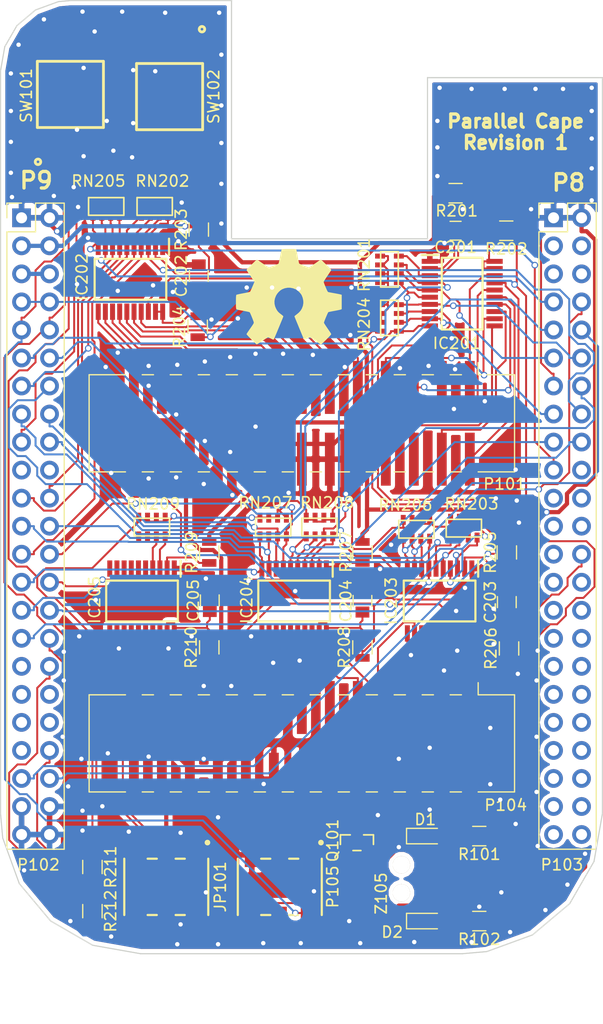
<source format=kicad_pcb>
(kicad_pcb (version 4) (host pcbnew 4.0.7+dfsg1-1~bpo9+1)

  (general
    (links 236)
    (no_connects 0)
    (area 112.4472 42.646099 171.2528 135.6278)
    (thickness 1.6)
    (drawings 168)
    (tracks 1813)
    (zones 0)
    (modules 46)
    (nets 94)
  )

  (page A4)
  (layers
    (0 F.Cu signal)
    (31 B.Cu signal)
    (32 B.Adhes user)
    (33 F.Adhes user)
    (34 B.Paste user)
    (35 F.Paste user)
    (36 B.SilkS user)
    (37 F.SilkS user hide)
    (38 B.Mask user)
    (39 F.Mask user)
    (40 Dwgs.User user)
    (41 Cmts.User user)
    (42 Eco1.User user)
    (43 Eco2.User user)
    (44 Edge.Cuts user)
    (45 Margin user)
    (46 B.CrtYd user)
    (47 F.CrtYd user)
    (48 B.Fab user)
    (49 F.Fab user hide)
  )

  (setup
    (last_trace_width 0.1778)
    (trace_clearance 0.1778)
    (zone_clearance 0.381)
    (zone_45_only no)
    (trace_min 0.1778)
    (segment_width 0.1)
    (edge_width 0.1)
    (via_size 0.6)
    (via_drill 0.4)
    (via_min_size 0.4)
    (via_min_drill 0.3)
    (uvia_size 0.3)
    (uvia_drill 0.1)
    (uvias_allowed no)
    (uvia_min_size 0)
    (uvia_min_drill 0)
    (pcb_text_width 0.3)
    (pcb_text_size 1.5 1.5)
    (mod_edge_width 0.15)
    (mod_text_size 1 1)
    (mod_text_width 0.15)
    (pad_size 0.6 0.6)
    (pad_drill 0.4)
    (pad_to_mask_clearance 0)
    (aux_axis_origin 0 0)
    (visible_elements 7FFFFF7F)
    (pcbplotparams
      (layerselection 0x01030_80000001)
      (usegerberextensions false)
      (excludeedgelayer true)
      (linewidth 0.100000)
      (plotframeref false)
      (viasonmask false)
      (mode 1)
      (useauxorigin false)
      (hpglpennumber 1)
      (hpglpenspeed 20)
      (hpglpendiameter 15)
      (hpglpenoverlay 2)
      (psnegative false)
      (psa4output false)
      (plotreference true)
      (plotvalue true)
      (plotinvisibletext false)
      (padsonsilk false)
      (subtractmaskfromsilk false)
      (outputformat 4)
      (mirror false)
      (drillshape 0)
      (scaleselection 1)
      (outputdirectory ""))
  )

  (net 0 "")
  (net 1 GNDD)
  (net 2 +3V3)
  (net 3 +5V)
  (net 4 SYS_5V)
  (net 5 PWR_BUT)
  (net 6 VDD_ADC)
  (net 7 GNDA_ADC)
  (net 8 "Net-(C201-Pad1)")
  (net 9 "Net-(C202-Pad1)")
  (net 10 "Net-(C203-Pad1)")
  (net 11 "Net-(C204-Pad1)")
  (net 12 "Net-(C205-Pad1)")
  (net 13 "Net-(D1-Pad2)")
  (net 14 "Net-(D1-Pad1)")
  (net 15 "Net-(D2-Pad2)")
  (net 16 "Net-(IC201-Pad2)")
  (net 17 IO0_BB)
  (net 18 IO1_BB)
  (net 19 IO2_BB)
  (net 20 IO3_BB)
  (net 21 IO4_BB)
  (net 22 IO5_BB)
  (net 23 IO6_BB)
  (net 24 IO7_BB)
  (net 25 IO7)
  (net 26 IO6)
  (net 27 IO5)
  (net 28 IO4)
  (net 29 IO3)
  (net 30 IO2)
  (net 31 IO1)
  (net 32 IO0)
  (net 33 "Net-(IC202-Pad2)")
  (net 34 IO8_BB)
  (net 35 IO9_BB)
  (net 36 IO10_BB)
  (net 37 IO11_BB)
  (net 38 IO12_BB)
  (net 39 IO13_BB)
  (net 40 IO14_BB)
  (net 41 IO15_BB)
  (net 42 IO15)
  (net 43 IO14)
  (net 44 IO13)
  (net 45 IO12)
  (net 46 IO11)
  (net 47 IO10)
  (net 48 IO9)
  (net 49 IO8)
  (net 50 "Net-(IC203-Pad2)")
  (net 51 IO16_BB)
  (net 52 IO17_BB)
  (net 53 IO18_BB)
  (net 54 IO19_BB)
  (net 55 IO20_BB)
  (net 56 IO21_BB)
  (net 57 IO22_BB)
  (net 58 IO23_BB)
  (net 59 IO23)
  (net 60 IO22)
  (net 61 IO21)
  (net 62 IO20)
  (net 63 IO19)
  (net 64 IO18)
  (net 65 IO17)
  (net 66 IO16)
  (net 67 "Net-(IC204-Pad2)")
  (net 68 IO24_BB)
  (net 69 IO25_BB)
  (net 70 IO26_BB)
  (net 71 IO27_BB)
  (net 72 IO28_BB)
  (net 73 IO29_BB)
  (net 74 IO30_BB)
  (net 75 IO31_BB)
  (net 76 IO31)
  (net 77 IO30)
  (net 78 IO29)
  (net 79 IO28)
  (net 80 IO27)
  (net 81 IO26)
  (net 82 IO25)
  (net 83 IO24)
  (net 84 "Net-(IC205-Pad2)")
  (net 85 IO32_BB)
  (net 86 IO33_BB)
  (net 87 IO33)
  (net 88 IO32)
  (net 89 GND_OR_5V)
  (net 90 PU_OR_PD)
  (net 91 SYS_RESETn)
  (net 92 CODING)
  (net 93 STATUS_LED)

  (net_class Default "To jest domyślna klasa połączeń."
    (clearance 0.1778)
    (trace_width 0.1778)
    (via_dia 0.6)
    (via_drill 0.4)
    (uvia_dia 0.3)
    (uvia_drill 0.1)
    (add_net CODING)
    (add_net GNDA_ADC)
    (add_net IO0)
    (add_net IO0_BB)
    (add_net IO1)
    (add_net IO10)
    (add_net IO10_BB)
    (add_net IO11)
    (add_net IO11_BB)
    (add_net IO12)
    (add_net IO12_BB)
    (add_net IO13)
    (add_net IO13_BB)
    (add_net IO14)
    (add_net IO14_BB)
    (add_net IO15)
    (add_net IO15_BB)
    (add_net IO16)
    (add_net IO16_BB)
    (add_net IO17)
    (add_net IO17_BB)
    (add_net IO18)
    (add_net IO18_BB)
    (add_net IO19)
    (add_net IO19_BB)
    (add_net IO1_BB)
    (add_net IO2)
    (add_net IO20)
    (add_net IO20_BB)
    (add_net IO21)
    (add_net IO21_BB)
    (add_net IO22)
    (add_net IO22_BB)
    (add_net IO23)
    (add_net IO23_BB)
    (add_net IO24)
    (add_net IO24_BB)
    (add_net IO25)
    (add_net IO25_BB)
    (add_net IO26)
    (add_net IO26_BB)
    (add_net IO27)
    (add_net IO27_BB)
    (add_net IO28)
    (add_net IO28_BB)
    (add_net IO29)
    (add_net IO29_BB)
    (add_net IO2_BB)
    (add_net IO3)
    (add_net IO30)
    (add_net IO30_BB)
    (add_net IO31)
    (add_net IO31_BB)
    (add_net IO32)
    (add_net IO32_BB)
    (add_net IO33)
    (add_net IO33_BB)
    (add_net IO3_BB)
    (add_net IO4)
    (add_net IO4_BB)
    (add_net IO5)
    (add_net IO5_BB)
    (add_net IO6)
    (add_net IO6_BB)
    (add_net IO7)
    (add_net IO7_BB)
    (add_net IO8)
    (add_net IO8_BB)
    (add_net IO9)
    (add_net IO9_BB)
    (add_net "Net-(C201-Pad1)")
    (add_net "Net-(C202-Pad1)")
    (add_net "Net-(C203-Pad1)")
    (add_net "Net-(C204-Pad1)")
    (add_net "Net-(C205-Pad1)")
    (add_net "Net-(D1-Pad1)")
    (add_net "Net-(D1-Pad2)")
    (add_net "Net-(D2-Pad2)")
    (add_net "Net-(IC201-Pad2)")
    (add_net "Net-(IC202-Pad2)")
    (add_net "Net-(IC203-Pad2)")
    (add_net "Net-(IC204-Pad2)")
    (add_net "Net-(IC205-Pad2)")
    (add_net PU_OR_PD)
    (add_net PWR_BUT)
    (add_net STATUS_LED)
    (add_net SYS_5V)
    (add_net SYS_RESETn)
    (add_net VDD_ADC)
  )

  (net_class Big ""
    (clearance 0.1778)
    (trace_width 0.3048)
    (via_dia 0.6)
    (via_drill 0.4)
    (uvia_dia 0.3)
    (uvia_drill 0.1)
  )

  (net_class Output ""
    (clearance 0.1778)
    (trace_width 0.254)
    (via_dia 0.6)
    (via_drill 0.4)
    (uvia_dia 0.3)
    (uvia_drill 0.1)
  )

  (net_class Power ""
    (clearance 0.1778)
    (trace_width 0.381)
    (via_dia 0.6)
    (via_drill 0.4)
    (uvia_dia 0.3)
    (uvia_drill 0.1)
    (add_net +3V3)
    (add_net +5V)
    (add_net GNDD)
    (add_net GND_OR_5V)
  )

  (module Resistors_SMD:R_0805 (layer F.Cu) (tedit 5A5A49EE) (tstamp 5A5AACCE)
    (at 122.8 121.2 270)
    (descr "Resistor SMD 0805, reflow soldering, Vishay (see dcrcw.pdf)")
    (tags "resistor 0805")
    (path /5A2DBE41/5A314137)
    (attr smd)
    (fp_text reference R211 (at 0 -1.65 270) (layer F.SilkS)
      (effects (font (size 1 1) (thickness 0.15)))
    )
    (fp_text value 200k (at 0 1.75 270) (layer F.Fab)
      (effects (font (size 1 1) (thickness 0.15)))
    )
    (fp_text user %R (at 0 0 270) (layer F.Fab)
      (effects (font (size 0.5 0.5) (thickness 0.075)))
    )
    (fp_line (start -1 0.62) (end -1 -0.62) (layer F.Fab) (width 0.1))
    (fp_line (start 1 0.62) (end -1 0.62) (layer F.Fab) (width 0.1))
    (fp_line (start 1 -0.62) (end 1 0.62) (layer F.Fab) (width 0.1))
    (fp_line (start -1 -0.62) (end 1 -0.62) (layer F.Fab) (width 0.1))
    (fp_line (start 0.6 0.88) (end -0.6 0.88) (layer F.SilkS) (width 0.12))
    (fp_line (start -0.6 -0.88) (end 0.6 -0.88) (layer F.SilkS) (width 0.12))
    (fp_line (start -1.55 -0.9) (end 1.55 -0.9) (layer F.CrtYd) (width 0.05))
    (fp_line (start -1.55 -0.9) (end -1.55 0.9) (layer F.CrtYd) (width 0.05))
    (fp_line (start 1.55 0.9) (end 1.55 -0.9) (layer F.CrtYd) (width 0.05))
    (fp_line (start 1.55 0.9) (end -1.55 0.9) (layer F.CrtYd) (width 0.05))
    (pad 1 smd rect (at -0.95 0 270) (size 0.7 1.3) (layers F.Cu F.Paste F.Mask)
      (net 6 VDD_ADC))
    (pad 2 smd rect (at 0.95 0 270) (size 0.7 1.3) (layers F.Cu F.Paste F.Mask)
      (net 92 CODING))
    (model ${KISYS3DMOD}/Resistors_SMD.3dshapes/R_0805.wrl
      (at (xyz 0 0 0))
      (scale (xyz 1 1 1))
      (rotate (xyz 0 0 0))
    )
  )

  (module Capacitors_SMD:C_0805 (layer F.Cu) (tedit 5A5A51C9) (tstamp 5A5AAA38)
    (at 155.75 63.55 180)
    (descr "Capacitor SMD 0805, reflow soldering, AVX (see smccp.pdf)")
    (tags "capacitor 0805")
    (path /5A2DBE41/5A2DE6F4)
    (attr smd)
    (fp_text reference C201 (at 0 -1.5 180) (layer F.SilkS)
      (effects (font (size 1 1) (thickness 0.15)))
    )
    (fp_text value 0.1u (at 0 1.75 180) (layer F.Fab)
      (effects (font (size 1 1) (thickness 0.15)))
    )
    (fp_text user %R (at 0 0 180) (layer F.Fab)
      (effects (font (size 0.5 0.5) (thickness 0.075)))
    )
    (fp_line (start -1 0.62) (end -1 -0.62) (layer F.Fab) (width 0.1))
    (fp_line (start 1 0.62) (end -1 0.62) (layer F.Fab) (width 0.1))
    (fp_line (start 1 -0.62) (end 1 0.62) (layer F.Fab) (width 0.1))
    (fp_line (start -1 -0.62) (end 1 -0.62) (layer F.Fab) (width 0.1))
    (fp_line (start 0.5 -0.85) (end -0.5 -0.85) (layer F.SilkS) (width 0.12))
    (fp_line (start -0.5 0.85) (end 0.5 0.85) (layer F.SilkS) (width 0.12))
    (fp_line (start -1.75 -0.88) (end 1.75 -0.88) (layer F.CrtYd) (width 0.05))
    (fp_line (start -1.75 -0.88) (end -1.75 0.87) (layer F.CrtYd) (width 0.05))
    (fp_line (start 1.75 0.87) (end 1.75 -0.88) (layer F.CrtYd) (width 0.05))
    (fp_line (start 1.75 0.87) (end -1.75 0.87) (layer F.CrtYd) (width 0.05))
    (pad 1 smd rect (at -1 0 180) (size 1 1.25) (layers F.Cu F.Paste F.Mask)
      (net 8 "Net-(C201-Pad1)"))
    (pad 2 smd rect (at 1 0 180) (size 1 1.25) (layers F.Cu F.Paste F.Mask)
      (net 1 GNDD))
    (model Capacitors_SMD.3dshapes/C_0805.wrl
      (at (xyz 0 0 0))
      (scale (xyz 1 1 1))
      (rotate (xyz 0 0 0))
    )
  )

  (module Capacitors_SMD:C_0805 (layer F.Cu) (tedit 5A5A6800) (tstamp 5A5AAA49)
    (at 132.45 67.65 90)
    (descr "Capacitor SMD 0805, reflow soldering, AVX (see smccp.pdf)")
    (tags "capacitor 0805")
    (path /5A2DBE41/5A2DE74B)
    (attr smd)
    (fp_text reference C202 (at 0 -1.6 90) (layer F.SilkS)
      (effects (font (size 1 1) (thickness 0.15)))
    )
    (fp_text value 0.1u (at 0 1.75 90) (layer F.Fab)
      (effects (font (size 1 1) (thickness 0.15)))
    )
    (fp_text user %R (at -0.05 0.05 90) (layer F.Fab)
      (effects (font (size 0.5 0.5) (thickness 0.075)))
    )
    (fp_line (start -1 0.62) (end -1 -0.62) (layer F.Fab) (width 0.1))
    (fp_line (start 1 0.62) (end -1 0.62) (layer F.Fab) (width 0.1))
    (fp_line (start 1 -0.62) (end 1 0.62) (layer F.Fab) (width 0.1))
    (fp_line (start -1 -0.62) (end 1 -0.62) (layer F.Fab) (width 0.1))
    (fp_line (start 0.5 -0.85) (end -0.5 -0.85) (layer F.SilkS) (width 0.12))
    (fp_line (start -0.5 0.85) (end 0.5 0.85) (layer F.SilkS) (width 0.12))
    (fp_line (start -1.75 -0.88) (end 1.75 -0.88) (layer F.CrtYd) (width 0.05))
    (fp_line (start -1.75 -0.88) (end -1.75 0.87) (layer F.CrtYd) (width 0.05))
    (fp_line (start 1.75 0.87) (end 1.75 -0.88) (layer F.CrtYd) (width 0.05))
    (fp_line (start 1.75 0.87) (end -1.75 0.87) (layer F.CrtYd) (width 0.05))
    (pad 1 smd rect (at -1 0 90) (size 1 1.25) (layers F.Cu F.Paste F.Mask)
      (net 9 "Net-(C202-Pad1)"))
    (pad 2 smd rect (at 1 0 90) (size 1 1.25) (layers F.Cu F.Paste F.Mask)
      (net 1 GNDD))
    (model Capacitors_SMD.3dshapes/C_0805.wrl
      (at (xyz 0 0 0))
      (scale (xyz 1 1 1))
      (rotate (xyz 0 0 0))
    )
  )

  (module Capacitors_SMD:C_0805 (layer F.Cu) (tedit 5A5A51EA) (tstamp 5A5AAA5A)
    (at 160.4 97.2 90)
    (descr "Capacitor SMD 0805, reflow soldering, AVX (see smccp.pdf)")
    (tags "capacitor 0805")
    (path /5A2DBE41/5A2DE7A2)
    (attr smd)
    (fp_text reference C203 (at 0 -1.5 90) (layer F.SilkS)
      (effects (font (size 1 1) (thickness 0.15)))
    )
    (fp_text value 0.1u (at 0 1.75 90) (layer F.Fab)
      (effects (font (size 1 1) (thickness 0.15)))
    )
    (fp_text user %R (at 0 0 90) (layer F.Fab)
      (effects (font (size 0.5 0.5) (thickness 0.075)))
    )
    (fp_line (start -1 0.62) (end -1 -0.62) (layer F.Fab) (width 0.1))
    (fp_line (start 1 0.62) (end -1 0.62) (layer F.Fab) (width 0.1))
    (fp_line (start 1 -0.62) (end 1 0.62) (layer F.Fab) (width 0.1))
    (fp_line (start -1 -0.62) (end 1 -0.62) (layer F.Fab) (width 0.1))
    (fp_line (start 0.5 -0.85) (end -0.5 -0.85) (layer F.SilkS) (width 0.12))
    (fp_line (start -0.5 0.85) (end 0.5 0.85) (layer F.SilkS) (width 0.12))
    (fp_line (start -1.75 -0.88) (end 1.75 -0.88) (layer F.CrtYd) (width 0.05))
    (fp_line (start -1.75 -0.88) (end -1.75 0.87) (layer F.CrtYd) (width 0.05))
    (fp_line (start 1.75 0.87) (end 1.75 -0.88) (layer F.CrtYd) (width 0.05))
    (fp_line (start 1.75 0.87) (end -1.75 0.87) (layer F.CrtYd) (width 0.05))
    (pad 1 smd rect (at -1 0 90) (size 1 1.25) (layers F.Cu F.Paste F.Mask)
      (net 10 "Net-(C203-Pad1)"))
    (pad 2 smd rect (at 1 0 90) (size 1 1.25) (layers F.Cu F.Paste F.Mask)
      (net 1 GNDD))
    (model Capacitors_SMD.3dshapes/C_0805.wrl
      (at (xyz 0 0 0))
      (scale (xyz 1 1 1))
      (rotate (xyz 0 0 0))
    )
  )

  (module Capacitors_SMD:C_0805 (layer F.Cu) (tedit 5A5A5200) (tstamp 5A5AAA6B)
    (at 147.3 97.1 90)
    (descr "Capacitor SMD 0805, reflow soldering, AVX (see smccp.pdf)")
    (tags "capacitor 0805")
    (path /5A2DBE41/5A2DEC0E)
    (attr smd)
    (fp_text reference C204 (at 0 -1.5 90) (layer F.SilkS)
      (effects (font (size 1 1) (thickness 0.15)))
    )
    (fp_text value 0.1u (at 0 1.75 90) (layer F.Fab)
      (effects (font (size 1 1) (thickness 0.15)))
    )
    (fp_text user %R (at 0 0.1 90) (layer F.Fab)
      (effects (font (size 0.5 0.5) (thickness 0.075)))
    )
    (fp_line (start -1 0.62) (end -1 -0.62) (layer F.Fab) (width 0.1))
    (fp_line (start 1 0.62) (end -1 0.62) (layer F.Fab) (width 0.1))
    (fp_line (start 1 -0.62) (end 1 0.62) (layer F.Fab) (width 0.1))
    (fp_line (start -1 -0.62) (end 1 -0.62) (layer F.Fab) (width 0.1))
    (fp_line (start 0.5 -0.85) (end -0.5 -0.85) (layer F.SilkS) (width 0.12))
    (fp_line (start -0.5 0.85) (end 0.5 0.85) (layer F.SilkS) (width 0.12))
    (fp_line (start -1.75 -0.88) (end 1.75 -0.88) (layer F.CrtYd) (width 0.05))
    (fp_line (start -1.75 -0.88) (end -1.75 0.87) (layer F.CrtYd) (width 0.05))
    (fp_line (start 1.75 0.87) (end 1.75 -0.88) (layer F.CrtYd) (width 0.05))
    (fp_line (start 1.75 0.87) (end -1.75 0.87) (layer F.CrtYd) (width 0.05))
    (pad 1 smd rect (at -1 0 90) (size 1 1.25) (layers F.Cu F.Paste F.Mask)
      (net 11 "Net-(C204-Pad1)"))
    (pad 2 smd rect (at 1 0 90) (size 1 1.25) (layers F.Cu F.Paste F.Mask)
      (net 1 GNDD))
    (model Capacitors_SMD.3dshapes/C_0805.wrl
      (at (xyz 0 0 0))
      (scale (xyz 1 1 1))
      (rotate (xyz 0 0 0))
    )
  )

  (module Capacitors_SMD:C_0805 (layer F.Cu) (tedit 5A5A5212) (tstamp 5A5AAA7C)
    (at 133.45 97.05 90)
    (descr "Capacitor SMD 0805, reflow soldering, AVX (see smccp.pdf)")
    (tags "capacitor 0805")
    (path /5A2DBE41/5A2DF239)
    (attr smd)
    (fp_text reference C205 (at 0 -1.5 90) (layer F.SilkS)
      (effects (font (size 1 1) (thickness 0.15)))
    )
    (fp_text value 0.1u (at 0 1.75 90) (layer F.Fab)
      (effects (font (size 1 1) (thickness 0.15)))
    )
    (fp_text user %R (at -0.05 0.05 90) (layer F.Fab)
      (effects (font (size 0.5 0.5) (thickness 0.075)))
    )
    (fp_line (start -1 0.62) (end -1 -0.62) (layer F.Fab) (width 0.1))
    (fp_line (start 1 0.62) (end -1 0.62) (layer F.Fab) (width 0.1))
    (fp_line (start 1 -0.62) (end 1 0.62) (layer F.Fab) (width 0.1))
    (fp_line (start -1 -0.62) (end 1 -0.62) (layer F.Fab) (width 0.1))
    (fp_line (start 0.5 -0.85) (end -0.5 -0.85) (layer F.SilkS) (width 0.12))
    (fp_line (start -0.5 0.85) (end 0.5 0.85) (layer F.SilkS) (width 0.12))
    (fp_line (start -1.75 -0.88) (end 1.75 -0.88) (layer F.CrtYd) (width 0.05))
    (fp_line (start -1.75 -0.88) (end -1.75 0.87) (layer F.CrtYd) (width 0.05))
    (fp_line (start 1.75 0.87) (end 1.75 -0.88) (layer F.CrtYd) (width 0.05))
    (fp_line (start 1.75 0.87) (end -1.75 0.87) (layer F.CrtYd) (width 0.05))
    (pad 1 smd rect (at -1 0 90) (size 1 1.25) (layers F.Cu F.Paste F.Mask)
      (net 12 "Net-(C205-Pad1)"))
    (pad 2 smd rect (at 1 0 90) (size 1 1.25) (layers F.Cu F.Paste F.Mask)
      (net 1 GNDD))
    (model Capacitors_SMD.3dshapes/C_0805.wrl
      (at (xyz 0 0 0))
      (scale (xyz 1 1 1))
      (rotate (xyz 0 0 0))
    )
  )

  (module LEDs:LED_0805 (layer F.Cu) (tedit 5A5A6884) (tstamp 5A5AAA92)
    (at 153.1 118.4)
    (descr "LED 0805 smd package")
    (tags "LED led 0805 SMD smd SMT smt smdled SMDLED smtled SMTLED")
    (path /5A2E2CEC)
    (attr smd)
    (fp_text reference D1 (at -0.1 -1.5) (layer F.SilkS)
      (effects (font (size 1 1) (thickness 0.15)))
    )
    (fp_text value Yellow (at 0 1.55) (layer F.Fab)
      (effects (font (size 1 1) (thickness 0.15)))
    )
    (fp_line (start -1.8 -0.7) (end -1.8 0.7) (layer F.SilkS) (width 0.12))
    (fp_line (start -0.4 -0.4) (end -0.4 0.4) (layer F.Fab) (width 0.1))
    (fp_line (start -0.4 0) (end 0.2 -0.4) (layer F.Fab) (width 0.1))
    (fp_line (start 0.2 0.4) (end -0.4 0) (layer F.Fab) (width 0.1))
    (fp_line (start 0.2 -0.4) (end 0.2 0.4) (layer F.Fab) (width 0.1))
    (fp_line (start 1 0.6) (end -1 0.6) (layer F.Fab) (width 0.1))
    (fp_line (start 1 -0.6) (end 1 0.6) (layer F.Fab) (width 0.1))
    (fp_line (start -1 -0.6) (end 1 -0.6) (layer F.Fab) (width 0.1))
    (fp_line (start -1 0.6) (end -1 -0.6) (layer F.Fab) (width 0.1))
    (fp_line (start -1.8 0.7) (end 1 0.7) (layer F.SilkS) (width 0.12))
    (fp_line (start -1.8 -0.7) (end 1 -0.7) (layer F.SilkS) (width 0.12))
    (fp_line (start 1.95 -0.85) (end 1.95 0.85) (layer F.CrtYd) (width 0.05))
    (fp_line (start 1.95 0.85) (end -1.95 0.85) (layer F.CrtYd) (width 0.05))
    (fp_line (start -1.95 0.85) (end -1.95 -0.85) (layer F.CrtYd) (width 0.05))
    (fp_line (start -1.95 -0.85) (end 1.95 -0.85) (layer F.CrtYd) (width 0.05))
    (fp_text user %R (at 0 -1.25) (layer F.Fab)
      (effects (font (size 0.4 0.4) (thickness 0.1)))
    )
    (pad 2 smd rect (at 1.1 0 180) (size 1.2 1.2) (layers F.Cu F.Paste F.Mask)
      (net 13 "Net-(D1-Pad2)"))
    (pad 1 smd rect (at -1.1 0 180) (size 1.2 1.2) (layers F.Cu F.Paste F.Mask)
      (net 14 "Net-(D1-Pad1)"))
    (model ${KISYS3DMOD}/LEDs.3dshapes/LED_0805.wrl
      (at (xyz 0 0 0))
      (scale (xyz 1 1 1))
      (rotate (xyz 0 0 180))
    )
  )

  (module LEDs:LED_0805 (layer F.Cu) (tedit 5A5A688A) (tstamp 5A5AAAA8)
    (at 153.1 126.1)
    (descr "LED 0805 smd package")
    (tags "LED led 0805 SMD smd SMT smt smdled SMDLED smtled SMTLED")
    (path /5A2CCEEF)
    (attr smd)
    (fp_text reference D2 (at -3.1 1) (layer F.SilkS)
      (effects (font (size 1 1) (thickness 0.15)))
    )
    (fp_text value Green (at 0.7 -1.7) (layer F.Fab)
      (effects (font (size 1 1) (thickness 0.15)))
    )
    (fp_line (start -1.8 -0.7) (end -1.8 0.7) (layer F.SilkS) (width 0.12))
    (fp_line (start -0.4 -0.4) (end -0.4 0.4) (layer F.Fab) (width 0.1))
    (fp_line (start -0.4 0) (end 0.2 -0.4) (layer F.Fab) (width 0.1))
    (fp_line (start 0.2 0.4) (end -0.4 0) (layer F.Fab) (width 0.1))
    (fp_line (start 0.2 -0.4) (end 0.2 0.4) (layer F.Fab) (width 0.1))
    (fp_line (start 1 0.6) (end -1 0.6) (layer F.Fab) (width 0.1))
    (fp_line (start 1 -0.6) (end 1 0.6) (layer F.Fab) (width 0.1))
    (fp_line (start -1 -0.6) (end 1 -0.6) (layer F.Fab) (width 0.1))
    (fp_line (start -1 0.6) (end -1 -0.6) (layer F.Fab) (width 0.1))
    (fp_line (start -1.8 0.7) (end 1 0.7) (layer F.SilkS) (width 0.12))
    (fp_line (start -1.8 -0.7) (end 1 -0.7) (layer F.SilkS) (width 0.12))
    (fp_line (start 1.95 -0.85) (end 1.95 0.85) (layer F.CrtYd) (width 0.05))
    (fp_line (start 1.95 0.85) (end -1.95 0.85) (layer F.CrtYd) (width 0.05))
    (fp_line (start -1.95 0.85) (end -1.95 -0.85) (layer F.CrtYd) (width 0.05))
    (fp_line (start -1.95 -0.85) (end 1.95 -0.85) (layer F.CrtYd) (width 0.05))
    (fp_text user %R (at 0 -1.25) (layer F.Fab)
      (effects (font (size 0.4 0.4) (thickness 0.1)))
    )
    (pad 2 smd rect (at 1.1 0 180) (size 1.2 1.2) (layers F.Cu F.Paste F.Mask)
      (net 15 "Net-(D2-Pad2)"))
    (pad 1 smd rect (at -1.1 0 180) (size 1.2 1.2) (layers F.Cu F.Paste F.Mask)
      (net 1 GNDD))
    (model ${KISYS3DMOD}/LEDs.3dshapes/LED_0805.wrl
      (at (xyz 0 0 0))
      (scale (xyz 1 1 1))
      (rotate (xyz 0 0 180))
    )
  )

  (module GTL2003PW:SOP65P640X110-20N (layer F.Cu) (tedit 5A5A60EE) (tstamp 5A5AAAC0)
    (at 156.35 69.25)
    (descr "NXP TSSOP20 SOT360-1")
    (tags "Integrated Circuit")
    (path /5A2DBE41/5A2DE6D2)
    (attr smd)
    (fp_text reference IC201 (at -0.5 4.5) (layer F.SilkS)
      (effects (font (size 1 1) (thickness 0.15)))
    )
    (fp_text value GTL2003PW (at -0.05 4.7) (layer F.SilkS) hide
      (effects (font (size 1.27 1.27) (thickness 0.254)))
    )
    (fp_line (start -3.925 -3.55) (end 3.925 -3.55) (layer Dwgs.User) (width 0.05))
    (fp_line (start 3.925 -3.55) (end 3.925 3.55) (layer Dwgs.User) (width 0.05))
    (fp_line (start 3.925 3.55) (end -3.925 3.55) (layer Dwgs.User) (width 0.05))
    (fp_line (start -3.925 3.55) (end -3.925 -3.55) (layer Dwgs.User) (width 0.05))
    (fp_line (start -2.2 -3.25) (end 2.2 -3.25) (layer Dwgs.User) (width 0.1))
    (fp_line (start 2.2 -3.25) (end 2.2 3.25) (layer Dwgs.User) (width 0.1))
    (fp_line (start 2.2 3.25) (end -2.2 3.25) (layer Dwgs.User) (width 0.1))
    (fp_line (start -2.2 3.25) (end -2.2 -3.25) (layer Dwgs.User) (width 0.1))
    (fp_line (start -2.2 -2.6) (end -1.55 -3.25) (layer Dwgs.User) (width 0.1))
    (fp_line (start -1.85 -3.25) (end 1.85 -3.25) (layer F.SilkS) (width 0.2))
    (fp_line (start 1.85 -3.25) (end 1.85 3.25) (layer F.SilkS) (width 0.2))
    (fp_line (start 1.85 3.25) (end -1.85 3.25) (layer F.SilkS) (width 0.2))
    (fp_line (start -1.85 3.25) (end -1.85 -3.25) (layer F.SilkS) (width 0.2))
    (fp_line (start -3.675 -3.5) (end -2.2 -3.5) (layer F.SilkS) (width 0.2))
    (pad 1 smd rect (at -2.938 -2.925 90) (size 0.45 1.475) (layers F.Cu F.Paste F.Mask)
      (net 1 GNDD))
    (pad 2 smd rect (at -2.938 -2.275 90) (size 0.45 1.475) (layers F.Cu F.Paste F.Mask)
      (net 16 "Net-(IC201-Pad2)"))
    (pad 3 smd rect (at -2.938 -1.625 90) (size 0.45 1.475) (layers F.Cu F.Paste F.Mask)
      (net 17 IO0_BB))
    (pad 4 smd rect (at -2.938 -0.975 90) (size 0.45 1.475) (layers F.Cu F.Paste F.Mask)
      (net 18 IO1_BB))
    (pad 5 smd rect (at -2.938 -0.325 90) (size 0.45 1.475) (layers F.Cu F.Paste F.Mask)
      (net 19 IO2_BB))
    (pad 6 smd rect (at -2.938 0.325 90) (size 0.45 1.475) (layers F.Cu F.Paste F.Mask)
      (net 20 IO3_BB))
    (pad 7 smd rect (at -2.938 0.975 90) (size 0.45 1.475) (layers F.Cu F.Paste F.Mask)
      (net 21 IO4_BB))
    (pad 8 smd rect (at -2.938 1.625 90) (size 0.45 1.475) (layers F.Cu F.Paste F.Mask)
      (net 22 IO5_BB))
    (pad 9 smd rect (at -2.938 2.275 90) (size 0.45 1.475) (layers F.Cu F.Paste F.Mask)
      (net 23 IO6_BB))
    (pad 10 smd rect (at -2.938 2.925 90) (size 0.45 1.475) (layers F.Cu F.Paste F.Mask)
      (net 24 IO7_BB))
    (pad 11 smd rect (at 2.938 2.925 90) (size 0.45 1.475) (layers F.Cu F.Paste F.Mask)
      (net 25 IO7))
    (pad 12 smd rect (at 2.938 2.275 90) (size 0.45 1.475) (layers F.Cu F.Paste F.Mask)
      (net 26 IO6))
    (pad 13 smd rect (at 2.938 1.625 90) (size 0.45 1.475) (layers F.Cu F.Paste F.Mask)
      (net 27 IO5))
    (pad 14 smd rect (at 2.938 0.975 90) (size 0.45 1.475) (layers F.Cu F.Paste F.Mask)
      (net 28 IO4))
    (pad 15 smd rect (at 2.938 0.325 90) (size 0.45 1.475) (layers F.Cu F.Paste F.Mask)
      (net 29 IO3))
    (pad 16 smd rect (at 2.938 -0.325 90) (size 0.45 1.475) (layers F.Cu F.Paste F.Mask)
      (net 30 IO2))
    (pad 17 smd rect (at 2.938 -0.975 90) (size 0.45 1.475) (layers F.Cu F.Paste F.Mask)
      (net 31 IO1))
    (pad 18 smd rect (at 2.938 -1.625 90) (size 0.45 1.475) (layers F.Cu F.Paste F.Mask)
      (net 32 IO0))
    (pad 19 smd rect (at 2.938 -2.275 90) (size 0.45 1.475) (layers F.Cu F.Paste F.Mask)
      (net 8 "Net-(C201-Pad1)"))
    (pad 20 smd rect (at 2.938 -2.925 90) (size 0.45 1.475) (layers F.Cu F.Paste F.Mask)
      (net 8 "Net-(C201-Pad1)"))
  )

  (module GTL2003PW:SOP65P640X110-20N (layer F.Cu) (tedit 5A5A6103) (tstamp 5A5AAAD8)
    (at 126.25 67.95 270)
    (descr "NXP TSSOP20 SOT360-1")
    (tags "Integrated Circuit")
    (path /5A2DBE41/5A2DE729)
    (attr smd)
    (fp_text reference IC202 (at -0.2 4.4 270) (layer F.SilkS)
      (effects (font (size 1 1) (thickness 0.15)))
    )
    (fp_text value GTL2003PW (at 0 4.7 270) (layer F.SilkS) hide
      (effects (font (size 1.27 1.27) (thickness 0.254)))
    )
    (fp_line (start -3.925 -3.55) (end 3.925 -3.55) (layer Dwgs.User) (width 0.05))
    (fp_line (start 3.925 -3.55) (end 3.925 3.55) (layer Dwgs.User) (width 0.05))
    (fp_line (start 3.925 3.55) (end -3.925 3.55) (layer Dwgs.User) (width 0.05))
    (fp_line (start -3.925 3.55) (end -3.925 -3.55) (layer Dwgs.User) (width 0.05))
    (fp_line (start -2.2 -3.25) (end 2.2 -3.25) (layer Dwgs.User) (width 0.1))
    (fp_line (start 2.2 -3.25) (end 2.2 3.25) (layer Dwgs.User) (width 0.1))
    (fp_line (start 2.2 3.25) (end -2.2 3.25) (layer Dwgs.User) (width 0.1))
    (fp_line (start -2.2 3.25) (end -2.2 -3.25) (layer Dwgs.User) (width 0.1))
    (fp_line (start -2.2 -2.6) (end -1.55 -3.25) (layer Dwgs.User) (width 0.1))
    (fp_line (start -1.85 -3.25) (end 1.85 -3.25) (layer F.SilkS) (width 0.2))
    (fp_line (start 1.85 -3.25) (end 1.85 3.25) (layer F.SilkS) (width 0.2))
    (fp_line (start 1.85 3.25) (end -1.85 3.25) (layer F.SilkS) (width 0.2))
    (fp_line (start -1.85 3.25) (end -1.85 -3.25) (layer F.SilkS) (width 0.2))
    (fp_line (start -3.675 -3.5) (end -2.2 -3.5) (layer F.SilkS) (width 0.2))
    (pad 1 smd rect (at -2.938 -2.925) (size 0.45 1.475) (layers F.Cu F.Paste F.Mask)
      (net 1 GNDD))
    (pad 2 smd rect (at -2.938 -2.275) (size 0.45 1.475) (layers F.Cu F.Paste F.Mask)
      (net 33 "Net-(IC202-Pad2)"))
    (pad 3 smd rect (at -2.938 -1.625) (size 0.45 1.475) (layers F.Cu F.Paste F.Mask)
      (net 34 IO8_BB))
    (pad 4 smd rect (at -2.938 -0.975) (size 0.45 1.475) (layers F.Cu F.Paste F.Mask)
      (net 35 IO9_BB))
    (pad 5 smd rect (at -2.938 -0.325) (size 0.45 1.475) (layers F.Cu F.Paste F.Mask)
      (net 36 IO10_BB))
    (pad 6 smd rect (at -2.938 0.325) (size 0.45 1.475) (layers F.Cu F.Paste F.Mask)
      (net 37 IO11_BB))
    (pad 7 smd rect (at -2.938 0.975) (size 0.45 1.475) (layers F.Cu F.Paste F.Mask)
      (net 38 IO12_BB))
    (pad 8 smd rect (at -2.938 1.625) (size 0.45 1.475) (layers F.Cu F.Paste F.Mask)
      (net 39 IO13_BB))
    (pad 9 smd rect (at -2.938 2.275) (size 0.45 1.475) (layers F.Cu F.Paste F.Mask)
      (net 40 IO14_BB))
    (pad 10 smd rect (at -2.938 2.925) (size 0.45 1.475) (layers F.Cu F.Paste F.Mask)
      (net 41 IO15_BB))
    (pad 11 smd rect (at 2.938 2.925) (size 0.45 1.475) (layers F.Cu F.Paste F.Mask)
      (net 42 IO15))
    (pad 12 smd rect (at 2.938 2.275) (size 0.45 1.475) (layers F.Cu F.Paste F.Mask)
      (net 43 IO14))
    (pad 13 smd rect (at 2.938 1.625) (size 0.45 1.475) (layers F.Cu F.Paste F.Mask)
      (net 44 IO13))
    (pad 14 smd rect (at 2.938 0.975) (size 0.45 1.475) (layers F.Cu F.Paste F.Mask)
      (net 45 IO12))
    (pad 15 smd rect (at 2.938 0.325) (size 0.45 1.475) (layers F.Cu F.Paste F.Mask)
      (net 46 IO11))
    (pad 16 smd rect (at 2.938 -0.325) (size 0.45 1.475) (layers F.Cu F.Paste F.Mask)
      (net 47 IO10))
    (pad 17 smd rect (at 2.938 -0.975) (size 0.45 1.475) (layers F.Cu F.Paste F.Mask)
      (net 48 IO9))
    (pad 18 smd rect (at 2.938 -1.625) (size 0.45 1.475) (layers F.Cu F.Paste F.Mask)
      (net 49 IO8))
    (pad 19 smd rect (at 2.938 -2.275) (size 0.45 1.475) (layers F.Cu F.Paste F.Mask)
      (net 9 "Net-(C202-Pad1)"))
    (pad 20 smd rect (at 2.938 -2.925) (size 0.45 1.475) (layers F.Cu F.Paste F.Mask)
      (net 9 "Net-(C202-Pad1)"))
  )

  (module GTL2003PW:SOP65P640X110-20N (layer F.Cu) (tedit 5A5A6120) (tstamp 5A5AAAF0)
    (at 154.3 97.1 270)
    (descr "NXP TSSOP20 SOT360-1")
    (tags "Integrated Circuit")
    (path /5A2DBE41/5A2DE780)
    (attr smd)
    (fp_text reference IC203 (at 0 4.4 270) (layer F.SilkS)
      (effects (font (size 1 1) (thickness 0.15)))
    )
    (fp_text value GTL2003PW (at -0.3 4.75 270) (layer F.SilkS) hide
      (effects (font (size 1.27 1.27) (thickness 0.254)))
    )
    (fp_line (start -3.925 -3.55) (end 3.925 -3.55) (layer Dwgs.User) (width 0.05))
    (fp_line (start 3.925 -3.55) (end 3.925 3.55) (layer Dwgs.User) (width 0.05))
    (fp_line (start 3.925 3.55) (end -3.925 3.55) (layer Dwgs.User) (width 0.05))
    (fp_line (start -3.925 3.55) (end -3.925 -3.55) (layer Dwgs.User) (width 0.05))
    (fp_line (start -2.2 -3.25) (end 2.2 -3.25) (layer Dwgs.User) (width 0.1))
    (fp_line (start 2.2 -3.25) (end 2.2 3.25) (layer Dwgs.User) (width 0.1))
    (fp_line (start 2.2 3.25) (end -2.2 3.25) (layer Dwgs.User) (width 0.1))
    (fp_line (start -2.2 3.25) (end -2.2 -3.25) (layer Dwgs.User) (width 0.1))
    (fp_line (start -2.2 -2.6) (end -1.55 -3.25) (layer Dwgs.User) (width 0.1))
    (fp_line (start -1.85 -3.25) (end 1.85 -3.25) (layer F.SilkS) (width 0.2))
    (fp_line (start 1.85 -3.25) (end 1.85 3.25) (layer F.SilkS) (width 0.2))
    (fp_line (start 1.85 3.25) (end -1.85 3.25) (layer F.SilkS) (width 0.2))
    (fp_line (start -1.85 3.25) (end -1.85 -3.25) (layer F.SilkS) (width 0.2))
    (fp_line (start -3.675 -3.5) (end -2.2 -3.5) (layer F.SilkS) (width 0.2))
    (pad 1 smd rect (at -2.938 -2.925) (size 0.45 1.475) (layers F.Cu F.Paste F.Mask)
      (net 1 GNDD))
    (pad 2 smd rect (at -2.938 -2.275) (size 0.45 1.475) (layers F.Cu F.Paste F.Mask)
      (net 50 "Net-(IC203-Pad2)"))
    (pad 3 smd rect (at -2.938 -1.625) (size 0.45 1.475) (layers F.Cu F.Paste F.Mask)
      (net 51 IO16_BB))
    (pad 4 smd rect (at -2.938 -0.975) (size 0.45 1.475) (layers F.Cu F.Paste F.Mask)
      (net 52 IO17_BB))
    (pad 5 smd rect (at -2.938 -0.325) (size 0.45 1.475) (layers F.Cu F.Paste F.Mask)
      (net 53 IO18_BB))
    (pad 6 smd rect (at -2.938 0.325) (size 0.45 1.475) (layers F.Cu F.Paste F.Mask)
      (net 54 IO19_BB))
    (pad 7 smd rect (at -2.938 0.975) (size 0.45 1.475) (layers F.Cu F.Paste F.Mask)
      (net 55 IO20_BB))
    (pad 8 smd rect (at -2.938 1.625) (size 0.45 1.475) (layers F.Cu F.Paste F.Mask)
      (net 56 IO21_BB))
    (pad 9 smd rect (at -2.938 2.275) (size 0.45 1.475) (layers F.Cu F.Paste F.Mask)
      (net 57 IO22_BB))
    (pad 10 smd rect (at -2.938 2.925) (size 0.45 1.475) (layers F.Cu F.Paste F.Mask)
      (net 58 IO23_BB))
    (pad 11 smd rect (at 2.938 2.925) (size 0.45 1.475) (layers F.Cu F.Paste F.Mask)
      (net 59 IO23))
    (pad 12 smd rect (at 2.938 2.275) (size 0.45 1.475) (layers F.Cu F.Paste F.Mask)
      (net 60 IO22))
    (pad 13 smd rect (at 2.938 1.625) (size 0.45 1.475) (layers F.Cu F.Paste F.Mask)
      (net 61 IO21))
    (pad 14 smd rect (at 2.938 0.975) (size 0.45 1.475) (layers F.Cu F.Paste F.Mask)
      (net 62 IO20))
    (pad 15 smd rect (at 2.938 0.325) (size 0.45 1.475) (layers F.Cu F.Paste F.Mask)
      (net 63 IO19))
    (pad 16 smd rect (at 2.938 -0.325) (size 0.45 1.475) (layers F.Cu F.Paste F.Mask)
      (net 64 IO18))
    (pad 17 smd rect (at 2.938 -0.975) (size 0.45 1.475) (layers F.Cu F.Paste F.Mask)
      (net 65 IO17))
    (pad 18 smd rect (at 2.938 -1.625) (size 0.45 1.475) (layers F.Cu F.Paste F.Mask)
      (net 66 IO16))
    (pad 19 smd rect (at 2.938 -2.275) (size 0.45 1.475) (layers F.Cu F.Paste F.Mask)
      (net 10 "Net-(C203-Pad1)"))
    (pad 20 smd rect (at 2.938 -2.925) (size 0.45 1.475) (layers F.Cu F.Paste F.Mask)
      (net 10 "Net-(C203-Pad1)"))
  )

  (module GTL2003PW:SOP65P640X110-20N (layer F.Cu) (tedit 5A5A608E) (tstamp 5A5AAB08)
    (at 141.1 97.1 270)
    (descr "NXP TSSOP20 SOT360-1")
    (tags "Integrated Circuit")
    (path /5A2DBE41/5A2DEBEE)
    (attr smd)
    (fp_text reference IC204 (at -0.1 4.3 270) (layer F.SilkS)
      (effects (font (size 1 1) (thickness 0.15)))
    )
    (fp_text value GTL2003PW (at -0.2 4.75 270) (layer F.SilkS) hide
      (effects (font (size 1.27 1.27) (thickness 0.254)))
    )
    (fp_line (start -3.925 -3.55) (end 3.925 -3.55) (layer Dwgs.User) (width 0.05))
    (fp_line (start 3.925 -3.55) (end 3.925 3.55) (layer Dwgs.User) (width 0.05))
    (fp_line (start 3.925 3.55) (end -3.925 3.55) (layer Dwgs.User) (width 0.05))
    (fp_line (start -3.925 3.55) (end -3.925 -3.55) (layer Dwgs.User) (width 0.05))
    (fp_line (start -2.2 -3.25) (end 2.2 -3.25) (layer Dwgs.User) (width 0.1))
    (fp_line (start 2.2 -3.25) (end 2.2 3.25) (layer Dwgs.User) (width 0.1))
    (fp_line (start 2.2 3.25) (end -2.2 3.25) (layer Dwgs.User) (width 0.1))
    (fp_line (start -2.2 3.25) (end -2.2 -3.25) (layer Dwgs.User) (width 0.1))
    (fp_line (start -2.2 -2.6) (end -1.55 -3.25) (layer Dwgs.User) (width 0.1))
    (fp_line (start -1.85 -3.25) (end 1.85 -3.25) (layer F.SilkS) (width 0.2))
    (fp_line (start 1.85 -3.25) (end 1.85 3.25) (layer F.SilkS) (width 0.2))
    (fp_line (start 1.85 3.25) (end -1.85 3.25) (layer F.SilkS) (width 0.2))
    (fp_line (start -1.85 3.25) (end -1.85 -3.25) (layer F.SilkS) (width 0.2))
    (fp_line (start -3.675 -3.5) (end -2.2 -3.5) (layer F.SilkS) (width 0.2))
    (pad 1 smd rect (at -2.938 -2.925) (size 0.45 1.475) (layers F.Cu F.Paste F.Mask)
      (net 1 GNDD))
    (pad 2 smd rect (at -2.938 -2.275) (size 0.45 1.475) (layers F.Cu F.Paste F.Mask)
      (net 67 "Net-(IC204-Pad2)"))
    (pad 3 smd rect (at -2.938 -1.625) (size 0.45 1.475) (layers F.Cu F.Paste F.Mask)
      (net 68 IO24_BB))
    (pad 4 smd rect (at -2.938 -0.975) (size 0.45 1.475) (layers F.Cu F.Paste F.Mask)
      (net 69 IO25_BB))
    (pad 5 smd rect (at -2.938 -0.325) (size 0.45 1.475) (layers F.Cu F.Paste F.Mask)
      (net 70 IO26_BB))
    (pad 6 smd rect (at -2.938 0.325) (size 0.45 1.475) (layers F.Cu F.Paste F.Mask)
      (net 71 IO27_BB))
    (pad 7 smd rect (at -2.938 0.975) (size 0.45 1.475) (layers F.Cu F.Paste F.Mask)
      (net 72 IO28_BB))
    (pad 8 smd rect (at -2.938 1.625) (size 0.45 1.475) (layers F.Cu F.Paste F.Mask)
      (net 73 IO29_BB))
    (pad 9 smd rect (at -2.938 2.275) (size 0.45 1.475) (layers F.Cu F.Paste F.Mask)
      (net 74 IO30_BB))
    (pad 10 smd rect (at -2.938 2.925) (size 0.45 1.475) (layers F.Cu F.Paste F.Mask)
      (net 75 IO31_BB))
    (pad 11 smd rect (at 2.938 2.925) (size 0.45 1.475) (layers F.Cu F.Paste F.Mask)
      (net 76 IO31))
    (pad 12 smd rect (at 2.938 2.275) (size 0.45 1.475) (layers F.Cu F.Paste F.Mask)
      (net 77 IO30))
    (pad 13 smd rect (at 2.938 1.625) (size 0.45 1.475) (layers F.Cu F.Paste F.Mask)
      (net 78 IO29))
    (pad 14 smd rect (at 2.938 0.975) (size 0.45 1.475) (layers F.Cu F.Paste F.Mask)
      (net 79 IO28))
    (pad 15 smd rect (at 2.938 0.325) (size 0.45 1.475) (layers F.Cu F.Paste F.Mask)
      (net 80 IO27))
    (pad 16 smd rect (at 2.938 -0.325) (size 0.45 1.475) (layers F.Cu F.Paste F.Mask)
      (net 81 IO26))
    (pad 17 smd rect (at 2.938 -0.975) (size 0.45 1.475) (layers F.Cu F.Paste F.Mask)
      (net 82 IO25))
    (pad 18 smd rect (at 2.938 -1.625) (size 0.45 1.475) (layers F.Cu F.Paste F.Mask)
      (net 83 IO24))
    (pad 19 smd rect (at 2.938 -2.275) (size 0.45 1.475) (layers F.Cu F.Paste F.Mask)
      (net 11 "Net-(C204-Pad1)"))
    (pad 20 smd rect (at 2.938 -2.925) (size 0.45 1.475) (layers F.Cu F.Paste F.Mask)
      (net 11 "Net-(C204-Pad1)"))
  )

  (module GTL2003PW:SOP65P640X110-20N (layer F.Cu) (tedit 5A5A6084) (tstamp 5A5AAB20)
    (at 127.3 97.1 270)
    (descr "NXP TSSOP20 SOT360-1")
    (tags "Integrated Circuit")
    (path /5A2DBE41/5A2DF219)
    (attr smd)
    (fp_text reference IC205 (at -0.1 4.3 270) (layer F.SilkS)
      (effects (font (size 1 1) (thickness 0.15)))
    )
    (fp_text value GTL2003PW (at -0.25 4.85 270) (layer F.SilkS) hide
      (effects (font (size 1.27 1.27) (thickness 0.254)))
    )
    (fp_line (start -3.925 -3.55) (end 3.925 -3.55) (layer Dwgs.User) (width 0.05))
    (fp_line (start 3.925 -3.55) (end 3.925 3.55) (layer Dwgs.User) (width 0.05))
    (fp_line (start 3.925 3.55) (end -3.925 3.55) (layer Dwgs.User) (width 0.05))
    (fp_line (start -3.925 3.55) (end -3.925 -3.55) (layer Dwgs.User) (width 0.05))
    (fp_line (start -2.2 -3.25) (end 2.2 -3.25) (layer Dwgs.User) (width 0.1))
    (fp_line (start 2.2 -3.25) (end 2.2 3.25) (layer Dwgs.User) (width 0.1))
    (fp_line (start 2.2 3.25) (end -2.2 3.25) (layer Dwgs.User) (width 0.1))
    (fp_line (start -2.2 3.25) (end -2.2 -3.25) (layer Dwgs.User) (width 0.1))
    (fp_line (start -2.2 -2.6) (end -1.55 -3.25) (layer Dwgs.User) (width 0.1))
    (fp_line (start -1.85 -3.25) (end 1.85 -3.25) (layer F.SilkS) (width 0.2))
    (fp_line (start 1.85 -3.25) (end 1.85 3.25) (layer F.SilkS) (width 0.2))
    (fp_line (start 1.85 3.25) (end -1.85 3.25) (layer F.SilkS) (width 0.2))
    (fp_line (start -1.85 3.25) (end -1.85 -3.25) (layer F.SilkS) (width 0.2))
    (fp_line (start -3.675 -3.5) (end -2.2 -3.5) (layer F.SilkS) (width 0.2))
    (pad 1 smd rect (at -2.938 -2.925) (size 0.45 1.475) (layers F.Cu F.Paste F.Mask)
      (net 1 GNDD))
    (pad 2 smd rect (at -2.938 -2.275) (size 0.45 1.475) (layers F.Cu F.Paste F.Mask)
      (net 84 "Net-(IC205-Pad2)"))
    (pad 3 smd rect (at -2.938 -1.625) (size 0.45 1.475) (layers F.Cu F.Paste F.Mask)
      (net 85 IO32_BB))
    (pad 4 smd rect (at -2.938 -0.975) (size 0.45 1.475) (layers F.Cu F.Paste F.Mask)
      (net 86 IO33_BB))
    (pad 5 smd rect (at -2.938 -0.325) (size 0.45 1.475) (layers F.Cu F.Paste F.Mask))
    (pad 6 smd rect (at -2.938 0.325) (size 0.45 1.475) (layers F.Cu F.Paste F.Mask))
    (pad 7 smd rect (at -2.938 0.975) (size 0.45 1.475) (layers F.Cu F.Paste F.Mask))
    (pad 8 smd rect (at -2.938 1.625) (size 0.45 1.475) (layers F.Cu F.Paste F.Mask))
    (pad 9 smd rect (at -2.938 2.275) (size 0.45 1.475) (layers F.Cu F.Paste F.Mask))
    (pad 10 smd rect (at -2.938 2.925) (size 0.45 1.475) (layers F.Cu F.Paste F.Mask))
    (pad 11 smd rect (at 2.938 2.925) (size 0.45 1.475) (layers F.Cu F.Paste F.Mask))
    (pad 12 smd rect (at 2.938 2.275) (size 0.45 1.475) (layers F.Cu F.Paste F.Mask))
    (pad 13 smd rect (at 2.938 1.625) (size 0.45 1.475) (layers F.Cu F.Paste F.Mask))
    (pad 14 smd rect (at 2.938 0.975) (size 0.45 1.475) (layers F.Cu F.Paste F.Mask))
    (pad 15 smd rect (at 2.938 0.325) (size 0.45 1.475) (layers F.Cu F.Paste F.Mask))
    (pad 16 smd rect (at 2.938 -0.325) (size 0.45 1.475) (layers F.Cu F.Paste F.Mask))
    (pad 17 smd rect (at 2.938 -0.975) (size 0.45 1.475) (layers F.Cu F.Paste F.Mask)
      (net 87 IO33))
    (pad 18 smd rect (at 2.938 -1.625) (size 0.45 1.475) (layers F.Cu F.Paste F.Mask)
      (net 88 IO32))
    (pad 19 smd rect (at 2.938 -2.275) (size 0.45 1.475) (layers F.Cu F.Paste F.Mask)
      (net 12 "Net-(C205-Pad1)"))
    (pad 20 smd rect (at 2.938 -2.925) (size 0.45 1.475) (layers F.Cu F.Paste F.Mask)
      (net 12 "Net-(C205-Pad1)"))
  )

  (module M20-8760342:M20-8760342 (layer F.Cu) (tedit 5A5A6899) (tstamp 5A5AAB35)
    (at 129.5 123 180)
    (descr M20-8760342)
    (tags Connector)
    (path /5A5A9D6C)
    (attr smd)
    (fp_text reference JP101 (at -4.9 0 270) (layer F.SilkS)
      (effects (font (size 1 1) (thickness 0.15)))
    )
    (fp_text value Jumper_NC_Dual_Double_Header (at -0.2 5.5 180) (layer F.SilkS) hide
      (effects (font (size 1.27 1.27) (thickness 0.254)))
    )
    (fp_line (start -3.81 -2.55) (end 3.81 -2.55) (layer Dwgs.User) (width 0.2))
    (fp_line (start 3.81 -2.55) (end 3.81 2.55) (layer Dwgs.User) (width 0.2))
    (fp_line (start 3.81 2.55) (end -3.81 2.55) (layer Dwgs.User) (width 0.2))
    (fp_line (start -3.81 2.55) (end -3.81 -2.55) (layer Dwgs.User) (width 0.2))
    (fp_line (start -3.81 2.55) (end -3.81 -2.55) (layer F.SilkS) (width 0.2))
    (fp_line (start 3.81 -2.55) (end 3.81 2.55) (layer F.SilkS) (width 0.2))
    (fp_line (start -1.68 2.55) (end -0.85 2.55) (layer F.SilkS) (width 0.2))
    (fp_line (start -1.68 -2.55) (end -0.85 -2.55) (layer F.SilkS) (width 0.2))
    (fp_line (start 0.86 2.55) (end 1.69 2.55) (layer F.SilkS) (width 0.2))
    (fp_line (start 0.86 -2.55) (end 1.69 -2.55) (layer F.SilkS) (width 0.2))
    (fp_circle (center -3.736 4.011) (end -3.86301 4.011) (layer F.SilkS) (width 0.254))
    (pad 1 smd rect (at -2.54 2.9 180) (size 1.27 2.2) (layers F.Cu F.Paste F.Mask)
      (net 4 SYS_5V))
    (pad 2 smd rect (at -2.54 -2.9 180) (size 1.27 2.2) (layers F.Cu F.Paste F.Mask)
      (net 4 SYS_5V))
    (pad 3 smd rect (at 0 2.9 180) (size 1.27 2.2) (layers F.Cu F.Paste F.Mask)
      (net 89 GND_OR_5V))
    (pad 4 smd rect (at 0 -2.9 180) (size 1.27 2.2) (layers F.Cu F.Paste F.Mask)
      (net 90 PU_OR_PD))
    (pad 5 smd rect (at 2.54 2.9 180) (size 1.27 2.2) (layers F.Cu F.Paste F.Mask)
      (net 1 GNDD))
    (pad 6 smd rect (at 2.54 -2.9 180) (size 1.27 2.2) (layers F.Cu F.Paste F.Mask)
      (net 1 GNDD))
  )

  (module footprint:IDC26 (layer F.Cu) (tedit 5A5A68B7) (tstamp 5A5AAB53)
    (at 141.8 81 270)
    (descr "surface-mounted straight pin header, 2x13, 2.54mm pitch, double rows")
    (tags "Surface mounted pin header SMD 2x13 2.54mm double row")
    (path /5A2D5DF3)
    (attr smd)
    (fp_text reference P101 (at 5.5 -18.4 360) (layer F.SilkS)
      (effects (font (size 1 1) (thickness 0.15)))
    )
    (fp_text value IDC26 (at 0 17.57 270) (layer F.Fab)
      (effects (font (size 1 1) (thickness 0.15)))
    )
    (fp_line (start -2.54 -15.56) (end -3.6 -15.56) (layer F.Fab) (width 0.1))
    (fp_line (start -3.6 -15.56) (end -3.6 -14.92) (layer F.Fab) (width 0.1))
    (fp_line (start -3.6 -14.92) (end -2.54 -14.92) (layer F.Fab) (width 0.1))
    (fp_line (start 2.54 -15.56) (end 3.6 -15.56) (layer F.Fab) (width 0.1))
    (fp_line (start 3.6 -15.56) (end 3.6 -14.92) (layer F.Fab) (width 0.1))
    (fp_line (start 3.6 -14.92) (end 2.54 -14.92) (layer F.Fab) (width 0.1))
    (fp_line (start -2.54 -13.02) (end -3.6 -13.02) (layer F.Fab) (width 0.1))
    (fp_line (start -3.6 -13.02) (end -3.6 -12.38) (layer F.Fab) (width 0.1))
    (fp_line (start -3.6 -12.38) (end -2.54 -12.38) (layer F.Fab) (width 0.1))
    (fp_line (start 2.54 -13.02) (end 3.6 -13.02) (layer F.Fab) (width 0.1))
    (fp_line (start 3.6 -13.02) (end 3.6 -12.38) (layer F.Fab) (width 0.1))
    (fp_line (start 3.6 -12.38) (end 2.54 -12.38) (layer F.Fab) (width 0.1))
    (fp_line (start -2.54 -10.48) (end -3.6 -10.48) (layer F.Fab) (width 0.1))
    (fp_line (start -3.6 -10.48) (end -3.6 -9.84) (layer F.Fab) (width 0.1))
    (fp_line (start -3.6 -9.84) (end -2.54 -9.84) (layer F.Fab) (width 0.1))
    (fp_line (start 2.54 -10.48) (end 3.6 -10.48) (layer F.Fab) (width 0.1))
    (fp_line (start 3.6 -10.48) (end 3.6 -9.84) (layer F.Fab) (width 0.1))
    (fp_line (start 3.6 -9.84) (end 2.54 -9.84) (layer F.Fab) (width 0.1))
    (fp_line (start -2.54 -7.94) (end -3.6 -7.94) (layer F.Fab) (width 0.1))
    (fp_line (start -3.6 -7.94) (end -3.6 -7.3) (layer F.Fab) (width 0.1))
    (fp_line (start -3.6 -7.3) (end -2.54 -7.3) (layer F.Fab) (width 0.1))
    (fp_line (start 2.54 -7.94) (end 3.6 -7.94) (layer F.Fab) (width 0.1))
    (fp_line (start 3.6 -7.94) (end 3.6 -7.3) (layer F.Fab) (width 0.1))
    (fp_line (start 3.6 -7.3) (end 2.54 -7.3) (layer F.Fab) (width 0.1))
    (fp_line (start -2.54 -5.4) (end -3.6 -5.4) (layer F.Fab) (width 0.1))
    (fp_line (start -3.6 -5.4) (end -3.6 -4.76) (layer F.Fab) (width 0.1))
    (fp_line (start -3.6 -4.76) (end -2.54 -4.76) (layer F.Fab) (width 0.1))
    (fp_line (start 2.54 -5.4) (end 3.6 -5.4) (layer F.Fab) (width 0.1))
    (fp_line (start 3.6 -5.4) (end 3.6 -4.76) (layer F.Fab) (width 0.1))
    (fp_line (start 3.6 -4.76) (end 2.54 -4.76) (layer F.Fab) (width 0.1))
    (fp_line (start -2.54 -2.86) (end -3.6 -2.86) (layer F.Fab) (width 0.1))
    (fp_line (start -3.6 -2.86) (end -3.6 -2.22) (layer F.Fab) (width 0.1))
    (fp_line (start -3.6 -2.22) (end -2.54 -2.22) (layer F.Fab) (width 0.1))
    (fp_line (start 2.54 -2.86) (end 3.6 -2.86) (layer F.Fab) (width 0.1))
    (fp_line (start 3.6 -2.86) (end 3.6 -2.22) (layer F.Fab) (width 0.1))
    (fp_line (start 3.6 -2.22) (end 2.54 -2.22) (layer F.Fab) (width 0.1))
    (fp_line (start -2.54 -0.32) (end -3.6 -0.32) (layer F.Fab) (width 0.1))
    (fp_line (start -3.6 -0.32) (end -3.6 0.32) (layer F.Fab) (width 0.1))
    (fp_line (start -3.6 0.32) (end -2.54 0.32) (layer F.Fab) (width 0.1))
    (fp_line (start 2.54 -0.32) (end 3.6 -0.32) (layer F.Fab) (width 0.1))
    (fp_line (start 3.6 -0.32) (end 3.6 0.32) (layer F.Fab) (width 0.1))
    (fp_line (start 3.6 0.32) (end 2.54 0.32) (layer F.Fab) (width 0.1))
    (fp_line (start -2.54 2.22) (end -3.6 2.22) (layer F.Fab) (width 0.1))
    (fp_line (start -3.6 2.22) (end -3.6 2.86) (layer F.Fab) (width 0.1))
    (fp_line (start -3.6 2.86) (end -2.54 2.86) (layer F.Fab) (width 0.1))
    (fp_line (start 2.54 2.22) (end 3.6 2.22) (layer F.Fab) (width 0.1))
    (fp_line (start 3.6 2.22) (end 3.6 2.86) (layer F.Fab) (width 0.1))
    (fp_line (start 3.6 2.86) (end 2.54 2.86) (layer F.Fab) (width 0.1))
    (fp_line (start -2.54 4.76) (end -3.6 4.76) (layer F.Fab) (width 0.1))
    (fp_line (start -3.6 4.76) (end -3.6 5.4) (layer F.Fab) (width 0.1))
    (fp_line (start -3.6 5.4) (end -2.54 5.4) (layer F.Fab) (width 0.1))
    (fp_line (start 2.54 4.76) (end 3.6 4.76) (layer F.Fab) (width 0.1))
    (fp_line (start 3.6 4.76) (end 3.6 5.4) (layer F.Fab) (width 0.1))
    (fp_line (start 3.6 5.4) (end 2.54 5.4) (layer F.Fab) (width 0.1))
    (fp_line (start -2.54 7.3) (end -3.6 7.3) (layer F.Fab) (width 0.1))
    (fp_line (start -3.6 7.3) (end -3.6 7.94) (layer F.Fab) (width 0.1))
    (fp_line (start -3.6 7.94) (end -2.54 7.94) (layer F.Fab) (width 0.1))
    (fp_line (start 2.54 7.3) (end 3.6 7.3) (layer F.Fab) (width 0.1))
    (fp_line (start 3.6 7.3) (end 3.6 7.94) (layer F.Fab) (width 0.1))
    (fp_line (start 3.6 7.94) (end 2.54 7.94) (layer F.Fab) (width 0.1))
    (fp_line (start -2.54 9.84) (end -3.6 9.84) (layer F.Fab) (width 0.1))
    (fp_line (start -3.6 9.84) (end -3.6 10.48) (layer F.Fab) (width 0.1))
    (fp_line (start -3.6 10.48) (end -2.54 10.48) (layer F.Fab) (width 0.1))
    (fp_line (start 2.54 9.84) (end 3.6 9.84) (layer F.Fab) (width 0.1))
    (fp_line (start 3.6 9.84) (end 3.6 10.48) (layer F.Fab) (width 0.1))
    (fp_line (start 3.6 10.48) (end 2.54 10.48) (layer F.Fab) (width 0.1))
    (fp_line (start -2.54 12.38) (end -3.6 12.38) (layer F.Fab) (width 0.1))
    (fp_line (start -3.6 12.38) (end -3.6 13.02) (layer F.Fab) (width 0.1))
    (fp_line (start -3.6 13.02) (end -2.54 13.02) (layer F.Fab) (width 0.1))
    (fp_line (start 2.54 12.38) (end 3.6 12.38) (layer F.Fab) (width 0.1))
    (fp_line (start 3.6 12.38) (end 3.6 13.02) (layer F.Fab) (width 0.1))
    (fp_line (start 3.6 13.02) (end 2.54 13.02) (layer F.Fab) (width 0.1))
    (fp_line (start -2.54 14.92) (end -3.6 14.92) (layer F.Fab) (width 0.1))
    (fp_line (start -3.6 14.92) (end -3.6 15.56) (layer F.Fab) (width 0.1))
    (fp_line (start -3.6 15.56) (end -2.54 15.56) (layer F.Fab) (width 0.1))
    (fp_line (start 2.54 14.92) (end 3.6 14.92) (layer F.Fab) (width 0.1))
    (fp_line (start 3.6 14.92) (end 3.6 15.56) (layer F.Fab) (width 0.1))
    (fp_line (start 3.6 15.56) (end 2.54 15.56) (layer F.Fab) (width 0.1))
    (fp_line (start -4.4 -19.3) (end 4.4 -19.3) (layer F.SilkS) (width 0.12))
    (fp_line (start -4.4 19.3) (end 4.4 19.3) (layer F.SilkS) (width 0.12))
    (fp_line (start -5.5 -16) (end -4.4 -16) (layer F.SilkS) (width 0.12))
    (fp_line (start -4.4 -19.3) (end -4.4 -16) (layer F.SilkS) (width 0.12))
    (fp_line (start 4.4 -19.3) (end 4.4 -16) (layer F.SilkS) (width 0.12))
    (fp_line (start -4.4 16) (end -4.4 19.3) (layer F.SilkS) (width 0.12))
    (fp_line (start 4.4 16) (end 4.4 19.3) (layer F.SilkS) (width 0.12))
    (fp_line (start -4.4 -14.48) (end -4.4 -13.46) (layer F.SilkS) (width 0.12))
    (fp_line (start 4.4 -14.48) (end 4.4 -13.46) (layer F.SilkS) (width 0.12))
    (fp_line (start -4.4 -11.94) (end -4.4 -10.92) (layer F.SilkS) (width 0.12))
    (fp_line (start 4.4 -11.94) (end 4.4 -10.92) (layer F.SilkS) (width 0.12))
    (fp_line (start -4.4 -9.4) (end -4.4 -8.38) (layer F.SilkS) (width 0.12))
    (fp_line (start 4.4 -9.4) (end 4.4 -8.38) (layer F.SilkS) (width 0.12))
    (fp_line (start -4.4 -6.86) (end -4.4 -5.84) (layer F.SilkS) (width 0.12))
    (fp_line (start 4.4 -6.86) (end 4.4 -5.84) (layer F.SilkS) (width 0.12))
    (fp_line (start -4.4 -4.32) (end -4.4 -3.3) (layer F.SilkS) (width 0.12))
    (fp_line (start 4.4 -4.32) (end 4.4 -3.3) (layer F.SilkS) (width 0.12))
    (fp_line (start -4.4 -1.78) (end -4.4 -0.76) (layer F.SilkS) (width 0.12))
    (fp_line (start 4.4 -1.78) (end 4.4 -0.76) (layer F.SilkS) (width 0.12))
    (fp_line (start -4.4 0.76) (end -4.4 1.78) (layer F.SilkS) (width 0.12))
    (fp_line (start 4.4 0.76) (end 4.4 1.78) (layer F.SilkS) (width 0.12))
    (fp_line (start -4.4 3.3) (end -4.4 4.32) (layer F.SilkS) (width 0.12))
    (fp_line (start 4.4 3.3) (end 4.4 4.32) (layer F.SilkS) (width 0.12))
    (fp_line (start -4.4 5.84) (end -4.4 6.86) (layer F.SilkS) (width 0.12))
    (fp_line (start 4.4 5.84) (end 4.4 6.86) (layer F.SilkS) (width 0.12))
    (fp_line (start -4.4 8.38) (end -4.4 9.4) (layer F.SilkS) (width 0.12))
    (fp_line (start 4.4 8.38) (end 4.4 9.4) (layer F.SilkS) (width 0.12))
    (fp_line (start -4.4 10.92) (end -4.4 11.94) (layer F.SilkS) (width 0.12))
    (fp_line (start 4.4 10.92) (end 4.4 11.94) (layer F.SilkS) (width 0.12))
    (fp_line (start -4.4 13.46) (end -4.4 14.48) (layer F.SilkS) (width 0.12))
    (fp_line (start 4.4 13.46) (end 4.4 14.48) (layer F.SilkS) (width 0.12))
    (fp_line (start -5.9 -20) (end -5.9 20) (layer F.CrtYd) (width 0.05))
    (fp_line (start -5.9 20) (end 5.9 20) (layer F.CrtYd) (width 0.05))
    (fp_line (start 5.9 20) (end 5.9 -20) (layer F.CrtYd) (width 0.05))
    (fp_line (start 5.9 -20) (end -5.9 -20) (layer F.CrtYd) (width 0.05))
    (fp_text user %R (at 0 0 360) (layer F.Fab)
      (effects (font (size 1 1) (thickness 0.15)))
    )
    (pad 1 smd rect (at -3.25 -15.24 270) (size 4.8 0.89) (layers F.Cu F.Paste F.Mask)
      (net 32 IO0))
    (pad 2 smd rect (at 3.25 -15.24 270) (size 4.8 0.89) (layers F.Cu F.Paste F.Mask)
      (net 31 IO1))
    (pad 3 smd rect (at -3.25 -12.7 270) (size 4.8 0.89) (layers F.Cu F.Paste F.Mask)
      (net 30 IO2))
    (pad 4 smd rect (at 3.25 -12.7 270) (size 4.8 0.89) (layers F.Cu F.Paste F.Mask)
      (net 29 IO3))
    (pad 5 smd rect (at -3.25 -10.16 270) (size 4.8 0.89) (layers F.Cu F.Paste F.Mask)
      (net 28 IO4))
    (pad 6 smd rect (at 3.25 -10.16 270) (size 4.8 0.89) (layers F.Cu F.Paste F.Mask)
      (net 27 IO5))
    (pad 7 smd rect (at -3.25 -7.62 270) (size 4.8 0.89) (layers F.Cu F.Paste F.Mask)
      (net 26 IO6))
    (pad 8 smd rect (at 3.25 -7.62 270) (size 4.8 0.89) (layers F.Cu F.Paste F.Mask)
      (net 25 IO7))
    (pad 9 smd rect (at -3.25 -5.08 270) (size 4.8 0.89) (layers F.Cu F.Paste F.Mask)
      (net 49 IO8))
    (pad 10 smd rect (at 3.25 -5.08 270) (size 4.8 0.89) (layers F.Cu F.Paste F.Mask)
      (net 1 GNDD))
    (pad 11 smd rect (at -3.25 -2.54 270) (size 4.8 0.89) (layers F.Cu F.Paste F.Mask)
      (net 48 IO9))
    (pad 12 smd rect (at 3.25 -2.54 270) (size 4.8 0.89) (layers F.Cu F.Paste F.Mask)
      (net 1 GNDD))
    (pad 13 smd rect (at -3.25 0 270) (size 4.8 0.89) (layers F.Cu F.Paste F.Mask)
      (net 47 IO10))
    (pad 14 smd rect (at 3.25 0 270) (size 4.8 0.89) (layers F.Cu F.Paste F.Mask)
      (net 1 GNDD))
    (pad 15 smd rect (at -3.25 2.54 270) (size 4.8 0.89) (layers F.Cu F.Paste F.Mask)
      (net 46 IO11))
    (pad 16 smd rect (at 3.25 2.54 270) (size 4.8 0.89) (layers F.Cu F.Paste F.Mask)
      (net 1 GNDD))
    (pad 17 smd rect (at -3.25 5.08 270) (size 4.8 0.89) (layers F.Cu F.Paste F.Mask)
      (net 45 IO12))
    (pad 18 smd rect (at 3.25 5.08 270) (size 4.8 0.89) (layers F.Cu F.Paste F.Mask)
      (net 89 GND_OR_5V))
    (pad 19 smd rect (at -3.25 7.62 270) (size 4.8 0.89) (layers F.Cu F.Paste F.Mask)
      (net 44 IO13))
    (pad 20 smd rect (at 3.25 7.62 270) (size 4.8 0.89) (layers F.Cu F.Paste F.Mask)
      (net 89 GND_OR_5V))
    (pad 21 smd rect (at -3.25 10.16 270) (size 4.8 0.89) (layers F.Cu F.Paste F.Mask)
      (net 43 IO14))
    (pad 22 smd rect (at 3.25 10.16 270) (size 4.8 0.89) (layers F.Cu F.Paste F.Mask)
      (net 89 GND_OR_5V))
    (pad 23 smd rect (at -3.25 12.7 270) (size 4.8 0.89) (layers F.Cu F.Paste F.Mask)
      (net 42 IO15))
    (pad 24 smd rect (at 3.25 12.7 270) (size 4.8 0.89) (layers F.Cu F.Paste F.Mask)
      (net 89 GND_OR_5V))
    (pad 25 smd rect (at -3.25 15.24 270) (size 4.8 0.89) (layers F.Cu F.Paste F.Mask)
      (net 66 IO16))
    (pad 26 smd rect (at 3.25 15.24 270) (size 4.8 0.89) (layers F.Cu F.Paste F.Mask)
      (net 89 GND_OR_5V))
    (model ${KISYS3DMOD}/Pin_Headers.3dshapes/Pin_Header_Straight_2x13_Pitch2.54mm_SMD.wrl
      (at (xyz 0 0 0))
      (scale (xyz 1 1 1))
      (rotate (xyz 0 0 0))
    )
  )

  (module Pin_Headers:Pin_Header_Straight_2x23_Pitch2.54mm (layer F.Cu) (tedit 5A5A65DA) (tstamp 5A5AAB85)
    (at 116.37 62.38)
    (descr "Through hole straight pin header, 2x23, 2.54mm pitch, double rows")
    (tags "Through hole pin header THT 2x23 2.54mm double row")
    (path /55DF7DBA)
    (fp_text reference P102 (at 1.53 58.62) (layer F.SilkS)
      (effects (font (size 1 1) (thickness 0.15)))
    )
    (fp_text value BeagleBone_Black_Header (at -2.97 47.82 90) (layer F.Fab)
      (effects (font (size 1 1) (thickness 0.15)))
    )
    (fp_line (start 0 -1.27) (end 3.81 -1.27) (layer F.Fab) (width 0.1))
    (fp_line (start 3.81 -1.27) (end 3.81 57.15) (layer F.Fab) (width 0.1))
    (fp_line (start 3.81 57.15) (end -1.27 57.15) (layer F.Fab) (width 0.1))
    (fp_line (start -1.27 57.15) (end -1.27 0) (layer F.Fab) (width 0.1))
    (fp_line (start -1.27 0) (end 0 -1.27) (layer F.Fab) (width 0.1))
    (fp_line (start -1.33 57.21) (end 3.87 57.21) (layer F.SilkS) (width 0.12))
    (fp_line (start -1.33 1.27) (end -1.33 57.21) (layer F.SilkS) (width 0.12))
    (fp_line (start 3.87 -1.33) (end 3.87 57.21) (layer F.SilkS) (width 0.12))
    (fp_line (start -1.33 1.27) (end 1.27 1.27) (layer F.SilkS) (width 0.12))
    (fp_line (start 1.27 1.27) (end 1.27 -1.33) (layer F.SilkS) (width 0.12))
    (fp_line (start 1.27 -1.33) (end 3.87 -1.33) (layer F.SilkS) (width 0.12))
    (fp_line (start -1.33 0) (end -1.33 -1.33) (layer F.SilkS) (width 0.12))
    (fp_line (start -1.33 -1.33) (end 0 -1.33) (layer F.SilkS) (width 0.12))
    (fp_line (start -1.8 -1.8) (end -1.8 57.65) (layer F.CrtYd) (width 0.05))
    (fp_line (start -1.8 57.65) (end 4.35 57.65) (layer F.CrtYd) (width 0.05))
    (fp_line (start 4.35 57.65) (end 4.35 -1.8) (layer F.CrtYd) (width 0.05))
    (fp_line (start 4.35 -1.8) (end -1.8 -1.8) (layer F.CrtYd) (width 0.05))
    (fp_text user %R (at 1.27 27.94 90) (layer F.Fab)
      (effects (font (size 1 1) (thickness 0.15)))
    )
    (pad 1 thru_hole rect (at 0 0) (size 1.7 1.7) (drill 1) (layers *.Cu *.Mask)
      (net 1 GNDD))
    (pad 2 thru_hole oval (at 2.54 0) (size 1.7 1.7) (drill 1) (layers *.Cu *.Mask)
      (net 1 GNDD))
    (pad 3 thru_hole oval (at 0 2.54) (size 1.7 1.7) (drill 1) (layers *.Cu *.Mask)
      (net 2 +3V3))
    (pad 4 thru_hole oval (at 2.54 2.54) (size 1.7 1.7) (drill 1) (layers *.Cu *.Mask)
      (net 2 +3V3))
    (pad 5 thru_hole oval (at 0 5.08) (size 1.7 1.7) (drill 1) (layers *.Cu *.Mask)
      (net 3 +5V))
    (pad 6 thru_hole oval (at 2.54 5.08) (size 1.7 1.7) (drill 1) (layers *.Cu *.Mask)
      (net 3 +5V))
    (pad 7 thru_hole oval (at 0 7.62) (size 1.7 1.7) (drill 1) (layers *.Cu *.Mask)
      (net 4 SYS_5V))
    (pad 8 thru_hole oval (at 2.54 7.62) (size 1.7 1.7) (drill 1) (layers *.Cu *.Mask)
      (net 4 SYS_5V))
    (pad 9 thru_hole oval (at 0 10.16) (size 1.7 1.7) (drill 1) (layers *.Cu *.Mask)
      (net 5 PWR_BUT))
    (pad 10 thru_hole oval (at 2.54 10.16) (size 1.7 1.7) (drill 1) (layers *.Cu *.Mask)
      (net 91 SYS_RESETn))
    (pad 11 thru_hole oval (at 0 12.7) (size 1.7 1.7) (drill 1) (layers *.Cu *.Mask)
      (net 24 IO7_BB))
    (pad 12 thru_hole oval (at 2.54 12.7) (size 1.7 1.7) (drill 1) (layers *.Cu *.Mask)
      (net 72 IO28_BB))
    (pad 13 thru_hole oval (at 0 15.24) (size 1.7 1.7) (drill 1) (layers *.Cu *.Mask)
      (net 36 IO10_BB))
    (pad 14 thru_hole oval (at 2.54 15.24) (size 1.7 1.7) (drill 1) (layers *.Cu *.Mask)
      (net 54 IO19_BB))
    (pad 15 thru_hole oval (at 0 17.78) (size 1.7 1.7) (drill 1) (layers *.Cu *.Mask)
      (net 56 IO21_BB))
    (pad 16 thru_hole oval (at 2.54 17.78) (size 1.7 1.7) (drill 1) (layers *.Cu *.Mask)
      (net 73 IO29_BB))
    (pad 17 thru_hole oval (at 0 20.32) (size 1.7 1.7) (drill 1) (layers *.Cu *.Mask)
      (net 39 IO13_BB))
    (pad 18 thru_hole oval (at 2.54 20.32) (size 1.7 1.7) (drill 1) (layers *.Cu *.Mask)
      (net 20 IO3_BB))
    (pad 19 thru_hole oval (at 0 22.86) (size 1.7 1.7) (drill 1) (layers *.Cu *.Mask))
    (pad 20 thru_hole oval (at 2.54 22.86) (size 1.7 1.7) (drill 1) (layers *.Cu *.Mask))
    (pad 21 thru_hole oval (at 0 25.4) (size 1.7 1.7) (drill 1) (layers *.Cu *.Mask)
      (net 37 IO11_BB))
    (pad 22 thru_hole oval (at 2.54 25.4) (size 1.7 1.7) (drill 1) (layers *.Cu *.Mask)
      (net 38 IO12_BB))
    (pad 23 thru_hole oval (at 0 27.94) (size 1.7 1.7) (drill 1) (layers *.Cu *.Mask)
      (net 52 IO17_BB))
    (pad 24 thru_hole oval (at 2.54 27.94) (size 1.7 1.7) (drill 1) (layers *.Cu *.Mask)
      (net 74 IO30_BB))
    (pad 25 thru_hole oval (at 0 30.48) (size 1.7 1.7) (drill 1) (layers *.Cu *.Mask)
      (net 35 IO9_BB))
    (pad 26 thru_hole oval (at 2.54 30.48) (size 1.7 1.7) (drill 1) (layers *.Cu *.Mask)
      (net 18 IO1_BB))
    (pad 27 thru_hole oval (at 0 33.02) (size 1.7 1.7) (drill 1) (layers *.Cu *.Mask)
      (net 75 IO31_BB))
    (pad 28 thru_hole oval (at 2.54 33.02) (size 1.7 1.7) (drill 1) (layers *.Cu *.Mask)
      (net 85 IO32_BB))
    (pad 29 thru_hole oval (at 0 35.56) (size 1.7 1.7) (drill 1) (layers *.Cu *.Mask)
      (net 86 IO33_BB))
    (pad 30 thru_hole oval (at 2.54 35.56) (size 1.7 1.7) (drill 1) (layers *.Cu *.Mask)
      (net 53 IO18_BB))
    (pad 31 thru_hole oval (at 0 38.1) (size 1.7 1.7) (drill 1) (layers *.Cu *.Mask)
      (net 55 IO20_BB))
    (pad 32 thru_hole oval (at 2.54 38.1) (size 1.7 1.7) (drill 1) (layers *.Cu *.Mask)
      (net 6 VDD_ADC))
    (pad 33 thru_hole oval (at 0 40.64) (size 1.7 1.7) (drill 1) (layers *.Cu *.Mask))
    (pad 34 thru_hole oval (at 2.54 40.64) (size 1.7 1.7) (drill 1) (layers *.Cu *.Mask)
      (net 7 GNDA_ADC))
    (pad 35 thru_hole oval (at 0 43.18) (size 1.7 1.7) (drill 1) (layers *.Cu *.Mask))
    (pad 36 thru_hole oval (at 2.54 43.18) (size 1.7 1.7) (drill 1) (layers *.Cu *.Mask))
    (pad 37 thru_hole oval (at 0 45.72) (size 1.7 1.7) (drill 1) (layers *.Cu *.Mask))
    (pad 38 thru_hole oval (at 2.54 45.72) (size 1.7 1.7) (drill 1) (layers *.Cu *.Mask))
    (pad 39 thru_hole oval (at 0 48.26) (size 1.7 1.7) (drill 1) (layers *.Cu *.Mask))
    (pad 40 thru_hole oval (at 2.54 48.26) (size 1.7 1.7) (drill 1) (layers *.Cu *.Mask)
      (net 92 CODING))
    (pad 41 thru_hole oval (at 0 50.8) (size 1.7 1.7) (drill 1) (layers *.Cu *.Mask)
      (net 51 IO16_BB))
    (pad 42 thru_hole oval (at 2.54 50.8) (size 1.7 1.7) (drill 1) (layers *.Cu *.Mask)
      (net 22 IO5_BB))
    (pad 43 thru_hole oval (at 0 53.34) (size 1.7 1.7) (drill 1) (layers *.Cu *.Mask)
      (net 1 GNDD))
    (pad 44 thru_hole oval (at 2.54 53.34) (size 1.7 1.7) (drill 1) (layers *.Cu *.Mask)
      (net 1 GNDD))
    (pad 45 thru_hole oval (at 0 55.88) (size 1.7 1.7) (drill 1) (layers *.Cu *.Mask)
      (net 1 GNDD))
    (pad 46 thru_hole oval (at 2.54 55.88) (size 1.7 1.7) (drill 1) (layers *.Cu *.Mask)
      (net 1 GNDD))
    (model ${KISYS3DMOD}/Pin_Headers.3dshapes/Pin_Header_Straight_2x23_Pitch2.54mm.wrl
      (at (xyz 0 0 0))
      (scale (xyz 1 1 1))
      (rotate (xyz 0 0 0))
    )
  )

  (module Pin_Headers:Pin_Header_Straight_2x23_Pitch2.54mm (layer F.Cu) (tedit 5A5A65D1) (tstamp 5A5AABB7)
    (at 164.64 62.38)
    (descr "Through hole straight pin header, 2x23, 2.54mm pitch, double rows")
    (tags "Through hole pin header THT 2x23 2.54mm double row")
    (path /55DF7DE1)
    (fp_text reference P103 (at 0.76 58.62) (layer F.SilkS)
      (effects (font (size 1 1) (thickness 0.15)))
    )
    (fp_text value BeagleBone_Black_Header (at 5.56 47.82 270) (layer F.Fab)
      (effects (font (size 1 1) (thickness 0.15)))
    )
    (fp_line (start 0 -1.27) (end 3.81 -1.27) (layer F.Fab) (width 0.1))
    (fp_line (start 3.81 -1.27) (end 3.81 57.15) (layer F.Fab) (width 0.1))
    (fp_line (start 3.81 57.15) (end -1.27 57.15) (layer F.Fab) (width 0.1))
    (fp_line (start -1.27 57.15) (end -1.27 0) (layer F.Fab) (width 0.1))
    (fp_line (start -1.27 0) (end 0 -1.27) (layer F.Fab) (width 0.1))
    (fp_line (start -1.33 57.21) (end 3.87 57.21) (layer F.SilkS) (width 0.12))
    (fp_line (start -1.33 1.27) (end -1.33 57.21) (layer F.SilkS) (width 0.12))
    (fp_line (start 3.87 -1.33) (end 3.87 57.21) (layer F.SilkS) (width 0.12))
    (fp_line (start -1.33 1.27) (end 1.27 1.27) (layer F.SilkS) (width 0.12))
    (fp_line (start 1.27 1.27) (end 1.27 -1.33) (layer F.SilkS) (width 0.12))
    (fp_line (start 1.27 -1.33) (end 3.87 -1.33) (layer F.SilkS) (width 0.12))
    (fp_line (start -1.33 0) (end -1.33 -1.33) (layer F.SilkS) (width 0.12))
    (fp_line (start -1.33 -1.33) (end 0 -1.33) (layer F.SilkS) (width 0.12))
    (fp_line (start -1.8 -1.8) (end -1.8 57.65) (layer F.CrtYd) (width 0.05))
    (fp_line (start -1.8 57.65) (end 4.35 57.65) (layer F.CrtYd) (width 0.05))
    (fp_line (start 4.35 57.65) (end 4.35 -1.8) (layer F.CrtYd) (width 0.05))
    (fp_line (start 4.35 -1.8) (end -1.8 -1.8) (layer F.CrtYd) (width 0.05))
    (fp_text user %R (at 1.27 27.94 90) (layer F.Fab)
      (effects (font (size 1 1) (thickness 0.15)))
    )
    (pad 1 thru_hole rect (at 0 0) (size 1.7 1.7) (drill 1) (layers *.Cu *.Mask)
      (net 1 GNDD))
    (pad 2 thru_hole oval (at 2.54 0) (size 1.7 1.7) (drill 1) (layers *.Cu *.Mask)
      (net 1 GNDD))
    (pad 3 thru_hole oval (at 0 2.54) (size 1.7 1.7) (drill 1) (layers *.Cu *.Mask))
    (pad 4 thru_hole oval (at 2.54 2.54) (size 1.7 1.7) (drill 1) (layers *.Cu *.Mask))
    (pad 5 thru_hole oval (at 0 5.08) (size 1.7 1.7) (drill 1) (layers *.Cu *.Mask))
    (pad 6 thru_hole oval (at 2.54 5.08) (size 1.7 1.7) (drill 1) (layers *.Cu *.Mask))
    (pad 7 thru_hole oval (at 0 7.62) (size 1.7 1.7) (drill 1) (layers *.Cu *.Mask)
      (net 40 IO14_BB))
    (pad 8 thru_hole oval (at 2.54 7.62) (size 1.7 1.7) (drill 1) (layers *.Cu *.Mask)
      (net 57 IO22_BB))
    (pad 9 thru_hole oval (at 0 10.16) (size 1.7 1.7) (drill 1) (layers *.Cu *.Mask)
      (net 68 IO24_BB))
    (pad 10 thru_hole oval (at 2.54 10.16) (size 1.7 1.7) (drill 1) (layers *.Cu *.Mask)
      (net 58 IO23_BB))
    (pad 11 thru_hole oval (at 0 12.7) (size 1.7 1.7) (drill 1) (layers *.Cu *.Mask)
      (net 19 IO2_BB))
    (pad 12 thru_hole oval (at 2.54 12.7) (size 1.7 1.7) (drill 1) (layers *.Cu *.Mask)
      (net 21 IO4_BB))
    (pad 13 thru_hole oval (at 0 15.24) (size 1.7 1.7) (drill 1) (layers *.Cu *.Mask)
      (net 17 IO0_BB))
    (pad 14 thru_hole oval (at 2.54 15.24) (size 1.7 1.7) (drill 1) (layers *.Cu *.Mask)
      (net 69 IO25_BB))
    (pad 15 thru_hole oval (at 0 17.78) (size 1.7 1.7) (drill 1) (layers *.Cu *.Mask)
      (net 23 IO6_BB))
    (pad 16 thru_hole oval (at 2.54 17.78) (size 1.7 1.7) (drill 1) (layers *.Cu *.Mask)
      (net 34 IO8_BB))
    (pad 17 thru_hole oval (at 0 20.32) (size 1.7 1.7) (drill 1) (layers *.Cu *.Mask)
      (net 70 IO26_BB))
    (pad 18 thru_hole oval (at 2.54 20.32) (size 1.7 1.7) (drill 1) (layers *.Cu *.Mask)
      (net 71 IO27_BB))
    (pad 19 thru_hole oval (at 0 22.86) (size 1.7 1.7) (drill 1) (layers *.Cu *.Mask)
      (net 41 IO15_BB))
    (pad 20 thru_hole oval (at 2.54 22.86) (size 1.7 1.7) (drill 1) (layers *.Cu *.Mask))
    (pad 21 thru_hole oval (at 0 25.4) (size 1.7 1.7) (drill 1) (layers *.Cu *.Mask))
    (pad 22 thru_hole oval (at 2.54 25.4) (size 1.7 1.7) (drill 1) (layers *.Cu *.Mask))
    (pad 23 thru_hole oval (at 0 27.94) (size 1.7 1.7) (drill 1) (layers *.Cu *.Mask))
    (pad 24 thru_hole oval (at 2.54 27.94) (size 1.7 1.7) (drill 1) (layers *.Cu *.Mask))
    (pad 25 thru_hole oval (at 0 30.48) (size 1.7 1.7) (drill 1) (layers *.Cu *.Mask))
    (pad 26 thru_hole oval (at 2.54 30.48) (size 1.7 1.7) (drill 1) (layers *.Cu *.Mask)
      (net 93 STATUS_LED))
    (pad 27 thru_hole oval (at 0 33.02) (size 1.7 1.7) (drill 1) (layers *.Cu *.Mask))
    (pad 28 thru_hole oval (at 2.54 33.02) (size 1.7 1.7) (drill 1) (layers *.Cu *.Mask))
    (pad 29 thru_hole oval (at 0 35.56) (size 1.7 1.7) (drill 1) (layers *.Cu *.Mask))
    (pad 30 thru_hole oval (at 2.54 35.56) (size 1.7 1.7) (drill 1) (layers *.Cu *.Mask))
    (pad 31 thru_hole oval (at 0 38.1) (size 1.7 1.7) (drill 1) (layers *.Cu *.Mask))
    (pad 32 thru_hole oval (at 2.54 38.1) (size 1.7 1.7) (drill 1) (layers *.Cu *.Mask))
    (pad 33 thru_hole oval (at 0 40.64) (size 1.7 1.7) (drill 1) (layers *.Cu *.Mask))
    (pad 34 thru_hole oval (at 2.54 40.64) (size 1.7 1.7) (drill 1) (layers *.Cu *.Mask))
    (pad 35 thru_hole oval (at 0 43.18) (size 1.7 1.7) (drill 1) (layers *.Cu *.Mask))
    (pad 36 thru_hole oval (at 2.54 43.18) (size 1.7 1.7) (drill 1) (layers *.Cu *.Mask))
    (pad 37 thru_hole oval (at 0 45.72) (size 1.7 1.7) (drill 1) (layers *.Cu *.Mask))
    (pad 38 thru_hole oval (at 2.54 45.72) (size 1.7 1.7) (drill 1) (layers *.Cu *.Mask))
    (pad 39 thru_hole oval (at 0 48.26) (size 1.7 1.7) (drill 1) (layers *.Cu *.Mask))
    (pad 40 thru_hole oval (at 2.54 48.26) (size 1.7 1.7) (drill 1) (layers *.Cu *.Mask))
    (pad 41 thru_hole oval (at 0 50.8) (size 1.7 1.7) (drill 1) (layers *.Cu *.Mask))
    (pad 42 thru_hole oval (at 2.54 50.8) (size 1.7 1.7) (drill 1) (layers *.Cu *.Mask))
    (pad 43 thru_hole oval (at 0 53.34) (size 1.7 1.7) (drill 1) (layers *.Cu *.Mask))
    (pad 44 thru_hole oval (at 2.54 53.34) (size 1.7 1.7) (drill 1) (layers *.Cu *.Mask))
    (pad 45 thru_hole oval (at 0 55.88) (size 1.7 1.7) (drill 1) (layers *.Cu *.Mask))
    (pad 46 thru_hole oval (at 2.54 55.88) (size 1.7 1.7) (drill 1) (layers *.Cu *.Mask))
    (model ${KISYS3DMOD}/Pin_Headers.3dshapes/Pin_Header_Straight_2x23_Pitch2.54mm.wrl
      (at (xyz 0 0 0))
      (scale (xyz 1 1 1))
      (rotate (xyz 0 0 0))
    )
  )

  (module footprint:IDC26 (layer F.Cu) (tedit 5A5A68BB) (tstamp 5A5AABD5)
    (at 141.8 110 270)
    (descr "surface-mounted straight pin header, 2x13, 2.54mm pitch, double rows")
    (tags "Surface mounted pin header SMD 2x13 2.54mm double row")
    (path /5A2DFB25)
    (attr smd)
    (fp_text reference P104 (at 5.6 -18.5 360) (layer F.SilkS)
      (effects (font (size 1 1) (thickness 0.15)))
    )
    (fp_text value IDC26 (at 0 17.57 270) (layer F.Fab)
      (effects (font (size 1 1) (thickness 0.15)))
    )
    (fp_line (start -2.54 -15.56) (end -3.6 -15.56) (layer F.Fab) (width 0.1))
    (fp_line (start -3.6 -15.56) (end -3.6 -14.92) (layer F.Fab) (width 0.1))
    (fp_line (start -3.6 -14.92) (end -2.54 -14.92) (layer F.Fab) (width 0.1))
    (fp_line (start 2.54 -15.56) (end 3.6 -15.56) (layer F.Fab) (width 0.1))
    (fp_line (start 3.6 -15.56) (end 3.6 -14.92) (layer F.Fab) (width 0.1))
    (fp_line (start 3.6 -14.92) (end 2.54 -14.92) (layer F.Fab) (width 0.1))
    (fp_line (start -2.54 -13.02) (end -3.6 -13.02) (layer F.Fab) (width 0.1))
    (fp_line (start -3.6 -13.02) (end -3.6 -12.38) (layer F.Fab) (width 0.1))
    (fp_line (start -3.6 -12.38) (end -2.54 -12.38) (layer F.Fab) (width 0.1))
    (fp_line (start 2.54 -13.02) (end 3.6 -13.02) (layer F.Fab) (width 0.1))
    (fp_line (start 3.6 -13.02) (end 3.6 -12.38) (layer F.Fab) (width 0.1))
    (fp_line (start 3.6 -12.38) (end 2.54 -12.38) (layer F.Fab) (width 0.1))
    (fp_line (start -2.54 -10.48) (end -3.6 -10.48) (layer F.Fab) (width 0.1))
    (fp_line (start -3.6 -10.48) (end -3.6 -9.84) (layer F.Fab) (width 0.1))
    (fp_line (start -3.6 -9.84) (end -2.54 -9.84) (layer F.Fab) (width 0.1))
    (fp_line (start 2.54 -10.48) (end 3.6 -10.48) (layer F.Fab) (width 0.1))
    (fp_line (start 3.6 -10.48) (end 3.6 -9.84) (layer F.Fab) (width 0.1))
    (fp_line (start 3.6 -9.84) (end 2.54 -9.84) (layer F.Fab) (width 0.1))
    (fp_line (start -2.54 -7.94) (end -3.6 -7.94) (layer F.Fab) (width 0.1))
    (fp_line (start -3.6 -7.94) (end -3.6 -7.3) (layer F.Fab) (width 0.1))
    (fp_line (start -3.6 -7.3) (end -2.54 -7.3) (layer F.Fab) (width 0.1))
    (fp_line (start 2.54 -7.94) (end 3.6 -7.94) (layer F.Fab) (width 0.1))
    (fp_line (start 3.6 -7.94) (end 3.6 -7.3) (layer F.Fab) (width 0.1))
    (fp_line (start 3.6 -7.3) (end 2.54 -7.3) (layer F.Fab) (width 0.1))
    (fp_line (start -2.54 -5.4) (end -3.6 -5.4) (layer F.Fab) (width 0.1))
    (fp_line (start -3.6 -5.4) (end -3.6 -4.76) (layer F.Fab) (width 0.1))
    (fp_line (start -3.6 -4.76) (end -2.54 -4.76) (layer F.Fab) (width 0.1))
    (fp_line (start 2.54 -5.4) (end 3.6 -5.4) (layer F.Fab) (width 0.1))
    (fp_line (start 3.6 -5.4) (end 3.6 -4.76) (layer F.Fab) (width 0.1))
    (fp_line (start 3.6 -4.76) (end 2.54 -4.76) (layer F.Fab) (width 0.1))
    (fp_line (start -2.54 -2.86) (end -3.6 -2.86) (layer F.Fab) (width 0.1))
    (fp_line (start -3.6 -2.86) (end -3.6 -2.22) (layer F.Fab) (width 0.1))
    (fp_line (start -3.6 -2.22) (end -2.54 -2.22) (layer F.Fab) (width 0.1))
    (fp_line (start 2.54 -2.86) (end 3.6 -2.86) (layer F.Fab) (width 0.1))
    (fp_line (start 3.6 -2.86) (end 3.6 -2.22) (layer F.Fab) (width 0.1))
    (fp_line (start 3.6 -2.22) (end 2.54 -2.22) (layer F.Fab) (width 0.1))
    (fp_line (start -2.54 -0.32) (end -3.6 -0.32) (layer F.Fab) (width 0.1))
    (fp_line (start -3.6 -0.32) (end -3.6 0.32) (layer F.Fab) (width 0.1))
    (fp_line (start -3.6 0.32) (end -2.54 0.32) (layer F.Fab) (width 0.1))
    (fp_line (start 2.54 -0.32) (end 3.6 -0.32) (layer F.Fab) (width 0.1))
    (fp_line (start 3.6 -0.32) (end 3.6 0.32) (layer F.Fab) (width 0.1))
    (fp_line (start 3.6 0.32) (end 2.54 0.32) (layer F.Fab) (width 0.1))
    (fp_line (start -2.54 2.22) (end -3.6 2.22) (layer F.Fab) (width 0.1))
    (fp_line (start -3.6 2.22) (end -3.6 2.86) (layer F.Fab) (width 0.1))
    (fp_line (start -3.6 2.86) (end -2.54 2.86) (layer F.Fab) (width 0.1))
    (fp_line (start 2.54 2.22) (end 3.6 2.22) (layer F.Fab) (width 0.1))
    (fp_line (start 3.6 2.22) (end 3.6 2.86) (layer F.Fab) (width 0.1))
    (fp_line (start 3.6 2.86) (end 2.54 2.86) (layer F.Fab) (width 0.1))
    (fp_line (start -2.54 4.76) (end -3.6 4.76) (layer F.Fab) (width 0.1))
    (fp_line (start -3.6 4.76) (end -3.6 5.4) (layer F.Fab) (width 0.1))
    (fp_line (start -3.6 5.4) (end -2.54 5.4) (layer F.Fab) (width 0.1))
    (fp_line (start 2.54 4.76) (end 3.6 4.76) (layer F.Fab) (width 0.1))
    (fp_line (start 3.6 4.76) (end 3.6 5.4) (layer F.Fab) (width 0.1))
    (fp_line (start 3.6 5.4) (end 2.54 5.4) (layer F.Fab) (width 0.1))
    (fp_line (start -2.54 7.3) (end -3.6 7.3) (layer F.Fab) (width 0.1))
    (fp_line (start -3.6 7.3) (end -3.6 7.94) (layer F.Fab) (width 0.1))
    (fp_line (start -3.6 7.94) (end -2.54 7.94) (layer F.Fab) (width 0.1))
    (fp_line (start 2.54 7.3) (end 3.6 7.3) (layer F.Fab) (width 0.1))
    (fp_line (start 3.6 7.3) (end 3.6 7.94) (layer F.Fab) (width 0.1))
    (fp_line (start 3.6 7.94) (end 2.54 7.94) (layer F.Fab) (width 0.1))
    (fp_line (start -2.54 9.84) (end -3.6 9.84) (layer F.Fab) (width 0.1))
    (fp_line (start -3.6 9.84) (end -3.6 10.48) (layer F.Fab) (width 0.1))
    (fp_line (start -3.6 10.48) (end -2.54 10.48) (layer F.Fab) (width 0.1))
    (fp_line (start 2.54 9.84) (end 3.6 9.84) (layer F.Fab) (width 0.1))
    (fp_line (start 3.6 9.84) (end 3.6 10.48) (layer F.Fab) (width 0.1))
    (fp_line (start 3.6 10.48) (end 2.54 10.48) (layer F.Fab) (width 0.1))
    (fp_line (start -2.54 12.38) (end -3.6 12.38) (layer F.Fab) (width 0.1))
    (fp_line (start -3.6 12.38) (end -3.6 13.02) (layer F.Fab) (width 0.1))
    (fp_line (start -3.6 13.02) (end -2.54 13.02) (layer F.Fab) (width 0.1))
    (fp_line (start 2.54 12.38) (end 3.6 12.38) (layer F.Fab) (width 0.1))
    (fp_line (start 3.6 12.38) (end 3.6 13.02) (layer F.Fab) (width 0.1))
    (fp_line (start 3.6 13.02) (end 2.54 13.02) (layer F.Fab) (width 0.1))
    (fp_line (start -2.54 14.92) (end -3.6 14.92) (layer F.Fab) (width 0.1))
    (fp_line (start -3.6 14.92) (end -3.6 15.56) (layer F.Fab) (width 0.1))
    (fp_line (start -3.6 15.56) (end -2.54 15.56) (layer F.Fab) (width 0.1))
    (fp_line (start 2.54 14.92) (end 3.6 14.92) (layer F.Fab) (width 0.1))
    (fp_line (start 3.6 14.92) (end 3.6 15.56) (layer F.Fab) (width 0.1))
    (fp_line (start 3.6 15.56) (end 2.54 15.56) (layer F.Fab) (width 0.1))
    (fp_line (start -4.4 -19.3) (end 4.4 -19.3) (layer F.SilkS) (width 0.12))
    (fp_line (start -4.4 19.3) (end 4.4 19.3) (layer F.SilkS) (width 0.12))
    (fp_line (start -5.5 -16) (end -4.4 -16) (layer F.SilkS) (width 0.12))
    (fp_line (start -4.4 -19.3) (end -4.4 -16) (layer F.SilkS) (width 0.12))
    (fp_line (start 4.4 -19.3) (end 4.4 -16) (layer F.SilkS) (width 0.12))
    (fp_line (start -4.4 16) (end -4.4 19.3) (layer F.SilkS) (width 0.12))
    (fp_line (start 4.4 16) (end 4.4 19.3) (layer F.SilkS) (width 0.12))
    (fp_line (start -4.4 -14.48) (end -4.4 -13.46) (layer F.SilkS) (width 0.12))
    (fp_line (start 4.4 -14.48) (end 4.4 -13.46) (layer F.SilkS) (width 0.12))
    (fp_line (start -4.4 -11.94) (end -4.4 -10.92) (layer F.SilkS) (width 0.12))
    (fp_line (start 4.4 -11.94) (end 4.4 -10.92) (layer F.SilkS) (width 0.12))
    (fp_line (start -4.4 -9.4) (end -4.4 -8.38) (layer F.SilkS) (width 0.12))
    (fp_line (start 4.4 -9.4) (end 4.4 -8.38) (layer F.SilkS) (width 0.12))
    (fp_line (start -4.4 -6.86) (end -4.4 -5.84) (layer F.SilkS) (width 0.12))
    (fp_line (start 4.4 -6.86) (end 4.4 -5.84) (layer F.SilkS) (width 0.12))
    (fp_line (start -4.4 -4.32) (end -4.4 -3.3) (layer F.SilkS) (width 0.12))
    (fp_line (start 4.4 -4.32) (end 4.4 -3.3) (layer F.SilkS) (width 0.12))
    (fp_line (start -4.4 -1.78) (end -4.4 -0.76) (layer F.SilkS) (width 0.12))
    (fp_line (start 4.4 -1.78) (end 4.4 -0.76) (layer F.SilkS) (width 0.12))
    (fp_line (start -4.4 0.76) (end -4.4 1.78) (layer F.SilkS) (width 0.12))
    (fp_line (start 4.4 0.76) (end 4.4 1.78) (layer F.SilkS) (width 0.12))
    (fp_line (start -4.4 3.3) (end -4.4 4.32) (layer F.SilkS) (width 0.12))
    (fp_line (start 4.4 3.3) (end 4.4 4.32) (layer F.SilkS) (width 0.12))
    (fp_line (start -4.4 5.84) (end -4.4 6.86) (layer F.SilkS) (width 0.12))
    (fp_line (start 4.4 5.84) (end 4.4 6.86) (layer F.SilkS) (width 0.12))
    (fp_line (start -4.4 8.38) (end -4.4 9.4) (layer F.SilkS) (width 0.12))
    (fp_line (start 4.4 8.38) (end 4.4 9.4) (layer F.SilkS) (width 0.12))
    (fp_line (start -4.4 10.92) (end -4.4 11.94) (layer F.SilkS) (width 0.12))
    (fp_line (start 4.4 10.92) (end 4.4 11.94) (layer F.SilkS) (width 0.12))
    (fp_line (start -4.4 13.46) (end -4.4 14.48) (layer F.SilkS) (width 0.12))
    (fp_line (start 4.4 13.46) (end 4.4 14.48) (layer F.SilkS) (width 0.12))
    (fp_line (start -5.9 -20) (end -5.9 20) (layer F.CrtYd) (width 0.05))
    (fp_line (start -5.9 20) (end 5.9 20) (layer F.CrtYd) (width 0.05))
    (fp_line (start 5.9 20) (end 5.9 -20) (layer F.CrtYd) (width 0.05))
    (fp_line (start 5.9 -20) (end -5.9 -20) (layer F.CrtYd) (width 0.05))
    (fp_text user %R (at 0 0 360) (layer F.Fab)
      (effects (font (size 1 1) (thickness 0.15)))
    )
    (pad 1 smd rect (at -3.25 -15.24 270) (size 4.8 0.89) (layers F.Cu F.Paste F.Mask)
      (net 65 IO17))
    (pad 2 smd rect (at 3.25 -15.24 270) (size 4.8 0.89) (layers F.Cu F.Paste F.Mask)
      (net 64 IO18))
    (pad 3 smd rect (at -3.25 -12.7 270) (size 4.8 0.89) (layers F.Cu F.Paste F.Mask)
      (net 63 IO19))
    (pad 4 smd rect (at 3.25 -12.7 270) (size 4.8 0.89) (layers F.Cu F.Paste F.Mask)
      (net 62 IO20))
    (pad 5 smd rect (at -3.25 -10.16 270) (size 4.8 0.89) (layers F.Cu F.Paste F.Mask)
      (net 61 IO21))
    (pad 6 smd rect (at 3.25 -10.16 270) (size 4.8 0.89) (layers F.Cu F.Paste F.Mask)
      (net 60 IO22))
    (pad 7 smd rect (at -3.25 -7.62 270) (size 4.8 0.89) (layers F.Cu F.Paste F.Mask)
      (net 59 IO23))
    (pad 8 smd rect (at 3.25 -7.62 270) (size 4.8 0.89) (layers F.Cu F.Paste F.Mask)
      (net 83 IO24))
    (pad 9 smd rect (at -3.25 -5.08 270) (size 4.8 0.89) (layers F.Cu F.Paste F.Mask)
      (net 82 IO25))
    (pad 10 smd rect (at 3.25 -5.08 270) (size 4.8 0.89) (layers F.Cu F.Paste F.Mask)
      (net 1 GNDD))
    (pad 11 smd rect (at -3.25 -2.54 270) (size 4.8 0.89) (layers F.Cu F.Paste F.Mask)
      (net 81 IO26))
    (pad 12 smd rect (at 3.25 -2.54 270) (size 4.8 0.89) (layers F.Cu F.Paste F.Mask)
      (net 1 GNDD))
    (pad 13 smd rect (at -3.25 0 270) (size 4.8 0.89) (layers F.Cu F.Paste F.Mask)
      (net 80 IO27))
    (pad 14 smd rect (at 3.25 0 270) (size 4.8 0.89) (layers F.Cu F.Paste F.Mask)
      (net 1 GNDD))
    (pad 15 smd rect (at -3.25 2.54 270) (size 4.8 0.89) (layers F.Cu F.Paste F.Mask)
      (net 79 IO28))
    (pad 16 smd rect (at 3.25 2.54 270) (size 4.8 0.89) (layers F.Cu F.Paste F.Mask)
      (net 1 GNDD))
    (pad 17 smd rect (at -3.25 5.08 270) (size 4.8 0.89) (layers F.Cu F.Paste F.Mask)
      (net 78 IO29))
    (pad 18 smd rect (at 3.25 5.08 270) (size 4.8 0.89) (layers F.Cu F.Paste F.Mask)
      (net 89 GND_OR_5V))
    (pad 19 smd rect (at -3.25 7.62 270) (size 4.8 0.89) (layers F.Cu F.Paste F.Mask)
      (net 77 IO30))
    (pad 20 smd rect (at 3.25 7.62 270) (size 4.8 0.89) (layers F.Cu F.Paste F.Mask)
      (net 89 GND_OR_5V))
    (pad 21 smd rect (at -3.25 10.16 270) (size 4.8 0.89) (layers F.Cu F.Paste F.Mask)
      (net 76 IO31))
    (pad 22 smd rect (at 3.25 10.16 270) (size 4.8 0.89) (layers F.Cu F.Paste F.Mask)
      (net 89 GND_OR_5V))
    (pad 23 smd rect (at -3.25 12.7 270) (size 4.8 0.89) (layers F.Cu F.Paste F.Mask)
      (net 88 IO32))
    (pad 24 smd rect (at 3.25 12.7 270) (size 4.8 0.89) (layers F.Cu F.Paste F.Mask)
      (net 89 GND_OR_5V))
    (pad 25 smd rect (at -3.25 15.24 270) (size 4.8 0.89) (layers F.Cu F.Paste F.Mask)
      (net 87 IO33))
    (pad 26 smd rect (at 3.25 15.24 270) (size 4.8 0.89) (layers F.Cu F.Paste F.Mask)
      (net 89 GND_OR_5V))
    (model ${KISYS3DMOD}/Pin_Headers.3dshapes/Pin_Header_Straight_2x13_Pitch2.54mm_SMD.wrl
      (at (xyz 0 0 0))
      (scale (xyz 1 1 1))
      (rotate (xyz 0 0 0))
    )
  )

  (module M20-8760342:M20-8760342 (layer F.Cu) (tedit 5A5A689A) (tstamp 5A5AABEA)
    (at 139.8 123 180)
    (descr M20-8760342)
    (tags Connector)
    (path /5A5A5B25)
    (attr smd)
    (fp_text reference P105 (at -4.8 0 270) (layer F.SilkS)
      (effects (font (size 1 1) (thickness 0.15)))
    )
    (fp_text value Conn_02x03_Odd_Even (at -0.5 5.6 180) (layer F.SilkS) hide
      (effects (font (size 1.27 1.27) (thickness 0.254)))
    )
    (fp_line (start -3.81 -2.55) (end 3.81 -2.55) (layer Dwgs.User) (width 0.2))
    (fp_line (start 3.81 -2.55) (end 3.81 2.55) (layer Dwgs.User) (width 0.2))
    (fp_line (start 3.81 2.55) (end -3.81 2.55) (layer Dwgs.User) (width 0.2))
    (fp_line (start -3.81 2.55) (end -3.81 -2.55) (layer Dwgs.User) (width 0.2))
    (fp_line (start -3.81 2.55) (end -3.81 -2.55) (layer F.SilkS) (width 0.2))
    (fp_line (start 3.81 -2.55) (end 3.81 2.55) (layer F.SilkS) (width 0.2))
    (fp_line (start -1.68 2.55) (end -0.85 2.55) (layer F.SilkS) (width 0.2))
    (fp_line (start -1.68 -2.55) (end -0.85 -2.55) (layer F.SilkS) (width 0.2))
    (fp_line (start 0.86 2.55) (end 1.69 2.55) (layer F.SilkS) (width 0.2))
    (fp_line (start 0.86 -2.55) (end 1.69 -2.55) (layer F.SilkS) (width 0.2))
    (fp_circle (center -3.736 4.011) (end -3.86301 4.011) (layer F.SilkS) (width 0.254))
    (pad 1 smd rect (at -2.54 2.9 180) (size 1.27 2.2) (layers F.Cu F.Paste F.Mask)
      (net 1 GNDD))
    (pad 2 smd rect (at -2.54 -2.9 180) (size 1.27 2.2) (layers F.Cu F.Paste F.Mask)
      (net 5 PWR_BUT))
    (pad 3 smd rect (at 0 2.9 180) (size 1.27 2.2) (layers F.Cu F.Paste F.Mask)
      (net 1 GNDD))
    (pad 4 smd rect (at 0 -2.9 180) (size 1.27 2.2) (layers F.Cu F.Paste F.Mask)
      (net 91 SYS_RESETn))
    (pad 5 smd rect (at 2.54 2.9 180) (size 1.27 2.2) (layers F.Cu F.Paste F.Mask)
      (net 1 GNDD))
    (pad 6 smd rect (at 2.54 -2.9 180) (size 1.27 2.2) (layers F.Cu F.Paste F.Mask)
      (net 4 SYS_5V))
  )

  (module 2N7002K-7:SOT95P240X105-3N (layer F.Cu) (tedit 5A5C60CB) (tstamp 5A5AABF1)
    (at 146.8 119 90)
    (descr SOT95P240X105-3N)
    (tags "Undefined or Miscellaneous")
    (path /5A3023D1)
    (attr smd)
    (fp_text reference Q101 (at 0.2 -2.2 90) (layer F.SilkS)
      (effects (font (size 1 1) (thickness 0.15)))
    )
    (fp_text value 2N7002K (at -3.2 3.05 90) (layer F.SilkS) hide
      (effects (font (size 1.27 1.27) (thickness 0.254)))
    )
    (fp_line (start 0.7112 -0.6096) (end 0.7112 -1.4986) (layer F.SilkS) (width 0.1524))
    (fp_line (start -0.1524 1.4986) (end 0.7112 1.4986) (layer F.SilkS) (width 0.1524))
    (fp_line (start 0.7112 1.4986) (end 0.7112 0.6096) (layer F.SilkS) (width 0.1524))
    (fp_line (start 0.7112 -1.4986) (end 0.3048 -1.4986) (layer F.SilkS) (width 0.1524))
    (fp_line (start 0.3048 -1.4986) (end -0.1524 -1.4986) (layer F.SilkS) (width 0.1524))
    (fp_line (start -0.7112 -0.3556) (end -0.7112 0.3556) (layer F.SilkS) (width 0.1524))
    (pad 1 smd rect (at -1.016 -0.9652 180) (size 0.5588 1.3208) (layers F.Cu F.Paste F.Mask)
      (net 93 STATUS_LED))
    (pad 2 smd rect (at -1.016 0.9652 180) (size 0.5588 1.3208) (layers F.Cu F.Paste F.Mask)
      (net 14 "Net-(D1-Pad1)"))
    (pad 3 smd rect (at 1.016 0 180) (size 0.5588 1.3208) (layers F.Cu F.Paste F.Mask)
      (net 1 GNDD))
  )

  (module Resistors_SMD:R_0805 (layer F.Cu) (tedit 5A5A49C6) (tstamp 5A5AAC02)
    (at 157.9 118.4 180)
    (descr "Resistor SMD 0805, reflow soldering, Vishay (see dcrcw.pdf)")
    (tags "resistor 0805")
    (path /5A2E342A)
    (attr smd)
    (fp_text reference R101 (at 0 -1.65 180) (layer F.SilkS)
      (effects (font (size 1 1) (thickness 0.15)))
    )
    (fp_text value 330 (at 0 1.75 180) (layer F.Fab)
      (effects (font (size 1 1) (thickness 0.15)))
    )
    (fp_text user %R (at 0 0 180) (layer F.Fab)
      (effects (font (size 0.5 0.5) (thickness 0.075)))
    )
    (fp_line (start -1 0.62) (end -1 -0.62) (layer F.Fab) (width 0.1))
    (fp_line (start 1 0.62) (end -1 0.62) (layer F.Fab) (width 0.1))
    (fp_line (start 1 -0.62) (end 1 0.62) (layer F.Fab) (width 0.1))
    (fp_line (start -1 -0.62) (end 1 -0.62) (layer F.Fab) (width 0.1))
    (fp_line (start 0.6 0.88) (end -0.6 0.88) (layer F.SilkS) (width 0.12))
    (fp_line (start -0.6 -0.88) (end 0.6 -0.88) (layer F.SilkS) (width 0.12))
    (fp_line (start -1.55 -0.9) (end 1.55 -0.9) (layer F.CrtYd) (width 0.05))
    (fp_line (start -1.55 -0.9) (end -1.55 0.9) (layer F.CrtYd) (width 0.05))
    (fp_line (start 1.55 0.9) (end 1.55 -0.9) (layer F.CrtYd) (width 0.05))
    (fp_line (start 1.55 0.9) (end -1.55 0.9) (layer F.CrtYd) (width 0.05))
    (pad 1 smd rect (at -0.95 0 180) (size 0.7 1.3) (layers F.Cu F.Paste F.Mask)
      (net 4 SYS_5V))
    (pad 2 smd rect (at 0.95 0 180) (size 0.7 1.3) (layers F.Cu F.Paste F.Mask)
      (net 13 "Net-(D1-Pad2)"))
    (model ${KISYS3DMOD}/Resistors_SMD.3dshapes/R_0805.wrl
      (at (xyz 0 0 0))
      (scale (xyz 1 1 1))
      (rotate (xyz 0 0 0))
    )
  )

  (module Resistors_SMD:R_0805 (layer F.Cu) (tedit 5A5A49B2) (tstamp 5A5AAC13)
    (at 157.9 126.1 180)
    (descr "Resistor SMD 0805, reflow soldering, Vishay (see dcrcw.pdf)")
    (tags "resistor 0805")
    (path /5A2E28D2)
    (attr smd)
    (fp_text reference R102 (at 0 -1.65 180) (layer F.SilkS)
      (effects (font (size 1 1) (thickness 0.15)))
    )
    (fp_text value 330 (at 0 1.75 180) (layer F.Fab)
      (effects (font (size 1 1) (thickness 0.15)))
    )
    (fp_text user %R (at 0 0 180) (layer F.Fab)
      (effects (font (size 0.5 0.5) (thickness 0.075)))
    )
    (fp_line (start -1 0.62) (end -1 -0.62) (layer F.Fab) (width 0.1))
    (fp_line (start 1 0.62) (end -1 0.62) (layer F.Fab) (width 0.1))
    (fp_line (start 1 -0.62) (end 1 0.62) (layer F.Fab) (width 0.1))
    (fp_line (start -1 -0.62) (end 1 -0.62) (layer F.Fab) (width 0.1))
    (fp_line (start 0.6 0.88) (end -0.6 0.88) (layer F.SilkS) (width 0.12))
    (fp_line (start -0.6 -0.88) (end 0.6 -0.88) (layer F.SilkS) (width 0.12))
    (fp_line (start -1.55 -0.9) (end 1.55 -0.9) (layer F.CrtYd) (width 0.05))
    (fp_line (start -1.55 -0.9) (end -1.55 0.9) (layer F.CrtYd) (width 0.05))
    (fp_line (start 1.55 0.9) (end 1.55 -0.9) (layer F.CrtYd) (width 0.05))
    (fp_line (start 1.55 0.9) (end -1.55 0.9) (layer F.CrtYd) (width 0.05))
    (pad 1 smd rect (at -0.95 0 180) (size 0.7 1.3) (layers F.Cu F.Paste F.Mask)
      (net 4 SYS_5V))
    (pad 2 smd rect (at 0.95 0 180) (size 0.7 1.3) (layers F.Cu F.Paste F.Mask)
      (net 15 "Net-(D2-Pad2)"))
    (model ${KISYS3DMOD}/Resistors_SMD.3dshapes/R_0805.wrl
      (at (xyz 0 0 0))
      (scale (xyz 1 1 1))
      (rotate (xyz 0 0 0))
    )
  )

  (module Resistors_SMD:R_0805 (layer F.Cu) (tedit 5A5A6818) (tstamp 5A5AAC24)
    (at 155.75 60.15)
    (descr "Resistor SMD 0805, reflow soldering, Vishay (see dcrcw.pdf)")
    (tags "resistor 0805")
    (path /5A2DBE41/5A2DE6E7)
    (attr smd)
    (fp_text reference R201 (at 0.1 1.6) (layer F.SilkS)
      (effects (font (size 1 1) (thickness 0.15)))
    )
    (fp_text value 10k (at 0.2 -1.6) (layer F.Fab)
      (effects (font (size 1 1) (thickness 0.15)))
    )
    (fp_text user %R (at 0 0) (layer F.Fab)
      (effects (font (size 0.5 0.5) (thickness 0.075)))
    )
    (fp_line (start -1 0.62) (end -1 -0.62) (layer F.Fab) (width 0.1))
    (fp_line (start 1 0.62) (end -1 0.62) (layer F.Fab) (width 0.1))
    (fp_line (start 1 -0.62) (end 1 0.62) (layer F.Fab) (width 0.1))
    (fp_line (start -1 -0.62) (end 1 -0.62) (layer F.Fab) (width 0.1))
    (fp_line (start 0.6 0.88) (end -0.6 0.88) (layer F.SilkS) (width 0.12))
    (fp_line (start -0.6 -0.88) (end 0.6 -0.88) (layer F.SilkS) (width 0.12))
    (fp_line (start -1.55 -0.9) (end 1.55 -0.9) (layer F.CrtYd) (width 0.05))
    (fp_line (start -1.55 -0.9) (end -1.55 0.9) (layer F.CrtYd) (width 0.05))
    (fp_line (start 1.55 0.9) (end 1.55 -0.9) (layer F.CrtYd) (width 0.05))
    (fp_line (start 1.55 0.9) (end -1.55 0.9) (layer F.CrtYd) (width 0.05))
    (pad 1 smd rect (at -0.95 0) (size 0.7 1.3) (layers F.Cu F.Paste F.Mask)
      (net 2 +3V3))
    (pad 2 smd rect (at 0.95 0) (size 0.7 1.3) (layers F.Cu F.Paste F.Mask)
      (net 16 "Net-(IC201-Pad2)"))
    (model ${KISYS3DMOD}/Resistors_SMD.3dshapes/R_0805.wrl
      (at (xyz 0 0 0))
      (scale (xyz 1 1 1))
      (rotate (xyz 0 0 0))
    )
  )

  (module Resistors_SMD:R_0805 (layer F.Cu) (tedit 58E0A804) (tstamp 5A5AAC35)
    (at 160.35 63.55 180)
    (descr "Resistor SMD 0805, reflow soldering, Vishay (see dcrcw.pdf)")
    (tags "resistor 0805")
    (path /5A2DBE41/5A2DE701)
    (attr smd)
    (fp_text reference R202 (at 0 -1.65 180) (layer F.SilkS)
      (effects (font (size 1 1) (thickness 0.15)))
    )
    (fp_text value 200k (at 0 1.75 180) (layer F.Fab)
      (effects (font (size 1 1) (thickness 0.15)))
    )
    (fp_text user %R (at 0 0 180) (layer F.Fab)
      (effects (font (size 0.5 0.5) (thickness 0.075)))
    )
    (fp_line (start -1 0.62) (end -1 -0.62) (layer F.Fab) (width 0.1))
    (fp_line (start 1 0.62) (end -1 0.62) (layer F.Fab) (width 0.1))
    (fp_line (start 1 -0.62) (end 1 0.62) (layer F.Fab) (width 0.1))
    (fp_line (start -1 -0.62) (end 1 -0.62) (layer F.Fab) (width 0.1))
    (fp_line (start 0.6 0.88) (end -0.6 0.88) (layer F.SilkS) (width 0.12))
    (fp_line (start -0.6 -0.88) (end 0.6 -0.88) (layer F.SilkS) (width 0.12))
    (fp_line (start -1.55 -0.9) (end 1.55 -0.9) (layer F.CrtYd) (width 0.05))
    (fp_line (start -1.55 -0.9) (end -1.55 0.9) (layer F.CrtYd) (width 0.05))
    (fp_line (start 1.55 0.9) (end 1.55 -0.9) (layer F.CrtYd) (width 0.05))
    (fp_line (start 1.55 0.9) (end -1.55 0.9) (layer F.CrtYd) (width 0.05))
    (pad 1 smd rect (at -0.95 0 180) (size 0.7 1.3) (layers F.Cu F.Paste F.Mask)
      (net 4 SYS_5V))
    (pad 2 smd rect (at 0.95 0 180) (size 0.7 1.3) (layers F.Cu F.Paste F.Mask)
      (net 8 "Net-(C201-Pad1)"))
    (model ${KISYS3DMOD}/Resistors_SMD.3dshapes/R_0805.wrl
      (at (xyz 0 0 0))
      (scale (xyz 1 1 1))
      (rotate (xyz 0 0 0))
    )
  )

  (module Resistors_SMD:R_0805 (layer F.Cu) (tedit 5A5A6808) (tstamp 5A5AAC46)
    (at 132.45 63.45 270)
    (descr "Resistor SMD 0805, reflow soldering, Vishay (see dcrcw.pdf)")
    (tags "resistor 0805")
    (path /5A2DBE41/5A2DE73E)
    (attr smd)
    (fp_text reference R203 (at 0 1.6 270) (layer F.SilkS)
      (effects (font (size 1 1) (thickness 0.15)))
    )
    (fp_text value 10k (at 0 -1.7 270) (layer F.Fab)
      (effects (font (size 1 1) (thickness 0.15)))
    )
    (fp_text user %R (at 0 0 270) (layer F.Fab)
      (effects (font (size 0.5 0.5) (thickness 0.075)))
    )
    (fp_line (start -1 0.62) (end -1 -0.62) (layer F.Fab) (width 0.1))
    (fp_line (start 1 0.62) (end -1 0.62) (layer F.Fab) (width 0.1))
    (fp_line (start 1 -0.62) (end 1 0.62) (layer F.Fab) (width 0.1))
    (fp_line (start -1 -0.62) (end 1 -0.62) (layer F.Fab) (width 0.1))
    (fp_line (start 0.6 0.88) (end -0.6 0.88) (layer F.SilkS) (width 0.12))
    (fp_line (start -0.6 -0.88) (end 0.6 -0.88) (layer F.SilkS) (width 0.12))
    (fp_line (start -1.55 -0.9) (end 1.55 -0.9) (layer F.CrtYd) (width 0.05))
    (fp_line (start -1.55 -0.9) (end -1.55 0.9) (layer F.CrtYd) (width 0.05))
    (fp_line (start 1.55 0.9) (end 1.55 -0.9) (layer F.CrtYd) (width 0.05))
    (fp_line (start 1.55 0.9) (end -1.55 0.9) (layer F.CrtYd) (width 0.05))
    (pad 1 smd rect (at -0.95 0 270) (size 0.7 1.3) (layers F.Cu F.Paste F.Mask)
      (net 2 +3V3))
    (pad 2 smd rect (at 0.95 0 270) (size 0.7 1.3) (layers F.Cu F.Paste F.Mask)
      (net 33 "Net-(IC202-Pad2)"))
    (model ${KISYS3DMOD}/Resistors_SMD.3dshapes/R_0805.wrl
      (at (xyz 0 0 0))
      (scale (xyz 1 1 1))
      (rotate (xyz 0 0 0))
    )
  )

  (module Resistors_SMD:R_0805 (layer F.Cu) (tedit 58E0A804) (tstamp 5A5AAC57)
    (at 132.35 72.25 90)
    (descr "Resistor SMD 0805, reflow soldering, Vishay (see dcrcw.pdf)")
    (tags "resistor 0805")
    (path /5A2DBE41/5A2DE758)
    (attr smd)
    (fp_text reference R204 (at 0 -1.65 90) (layer F.SilkS)
      (effects (font (size 1 1) (thickness 0.15)))
    )
    (fp_text value 200k (at 0 1.75 90) (layer F.Fab)
      (effects (font (size 1 1) (thickness 0.15)))
    )
    (fp_text user %R (at 0 0 90) (layer F.Fab)
      (effects (font (size 0.5 0.5) (thickness 0.075)))
    )
    (fp_line (start -1 0.62) (end -1 -0.62) (layer F.Fab) (width 0.1))
    (fp_line (start 1 0.62) (end -1 0.62) (layer F.Fab) (width 0.1))
    (fp_line (start 1 -0.62) (end 1 0.62) (layer F.Fab) (width 0.1))
    (fp_line (start -1 -0.62) (end 1 -0.62) (layer F.Fab) (width 0.1))
    (fp_line (start 0.6 0.88) (end -0.6 0.88) (layer F.SilkS) (width 0.12))
    (fp_line (start -0.6 -0.88) (end 0.6 -0.88) (layer F.SilkS) (width 0.12))
    (fp_line (start -1.55 -0.9) (end 1.55 -0.9) (layer F.CrtYd) (width 0.05))
    (fp_line (start -1.55 -0.9) (end -1.55 0.9) (layer F.CrtYd) (width 0.05))
    (fp_line (start 1.55 0.9) (end 1.55 -0.9) (layer F.CrtYd) (width 0.05))
    (fp_line (start 1.55 0.9) (end -1.55 0.9) (layer F.CrtYd) (width 0.05))
    (pad 1 smd rect (at -0.95 0 90) (size 0.7 1.3) (layers F.Cu F.Paste F.Mask)
      (net 4 SYS_5V))
    (pad 2 smd rect (at 0.95 0 90) (size 0.7 1.3) (layers F.Cu F.Paste F.Mask)
      (net 9 "Net-(C202-Pad1)"))
    (model ${KISYS3DMOD}/Resistors_SMD.3dshapes/R_0805.wrl
      (at (xyz 0 0 0))
      (scale (xyz 1 1 1))
      (rotate (xyz 0 0 0))
    )
  )

  (module Resistors_SMD:R_0805 (layer F.Cu) (tedit 5A5A6864) (tstamp 5A5AAC68)
    (at 160.4 92.7 270)
    (descr "Resistor SMD 0805, reflow soldering, Vishay (see dcrcw.pdf)")
    (tags "resistor 0805")
    (path /5A2DBE41/5A2DE795)
    (attr smd)
    (fp_text reference R205 (at 0 1.5 270) (layer F.SilkS)
      (effects (font (size 1 1) (thickness 0.15)))
    )
    (fp_text value 10k (at 0 -1.6 270) (layer F.Fab)
      (effects (font (size 1 1) (thickness 0.15)))
    )
    (fp_text user %R (at 0 0 270) (layer F.Fab)
      (effects (font (size 0.5 0.5) (thickness 0.075)))
    )
    (fp_line (start -1 0.62) (end -1 -0.62) (layer F.Fab) (width 0.1))
    (fp_line (start 1 0.62) (end -1 0.62) (layer F.Fab) (width 0.1))
    (fp_line (start 1 -0.62) (end 1 0.62) (layer F.Fab) (width 0.1))
    (fp_line (start -1 -0.62) (end 1 -0.62) (layer F.Fab) (width 0.1))
    (fp_line (start 0.6 0.88) (end -0.6 0.88) (layer F.SilkS) (width 0.12))
    (fp_line (start -0.6 -0.88) (end 0.6 -0.88) (layer F.SilkS) (width 0.12))
    (fp_line (start -1.55 -0.9) (end 1.55 -0.9) (layer F.CrtYd) (width 0.05))
    (fp_line (start -1.55 -0.9) (end -1.55 0.9) (layer F.CrtYd) (width 0.05))
    (fp_line (start 1.55 0.9) (end 1.55 -0.9) (layer F.CrtYd) (width 0.05))
    (fp_line (start 1.55 0.9) (end -1.55 0.9) (layer F.CrtYd) (width 0.05))
    (pad 1 smd rect (at -0.95 0 270) (size 0.7 1.3) (layers F.Cu F.Paste F.Mask)
      (net 2 +3V3))
    (pad 2 smd rect (at 0.95 0 270) (size 0.7 1.3) (layers F.Cu F.Paste F.Mask)
      (net 50 "Net-(IC203-Pad2)"))
    (model ${KISYS3DMOD}/Resistors_SMD.3dshapes/R_0805.wrl
      (at (xyz 0 0 0))
      (scale (xyz 1 1 1))
      (rotate (xyz 0 0 0))
    )
  )

  (module Resistors_SMD:R_0805 (layer F.Cu) (tedit 58E0A804) (tstamp 5A5AAC79)
    (at 160.6 101.4 90)
    (descr "Resistor SMD 0805, reflow soldering, Vishay (see dcrcw.pdf)")
    (tags "resistor 0805")
    (path /5A2DBE41/5A2DE7AF)
    (attr smd)
    (fp_text reference R206 (at 0 -1.65 90) (layer F.SilkS)
      (effects (font (size 1 1) (thickness 0.15)))
    )
    (fp_text value 200k (at 0 1.75 90) (layer F.Fab)
      (effects (font (size 1 1) (thickness 0.15)))
    )
    (fp_text user %R (at 0 0 90) (layer F.Fab)
      (effects (font (size 0.5 0.5) (thickness 0.075)))
    )
    (fp_line (start -1 0.62) (end -1 -0.62) (layer F.Fab) (width 0.1))
    (fp_line (start 1 0.62) (end -1 0.62) (layer F.Fab) (width 0.1))
    (fp_line (start 1 -0.62) (end 1 0.62) (layer F.Fab) (width 0.1))
    (fp_line (start -1 -0.62) (end 1 -0.62) (layer F.Fab) (width 0.1))
    (fp_line (start 0.6 0.88) (end -0.6 0.88) (layer F.SilkS) (width 0.12))
    (fp_line (start -0.6 -0.88) (end 0.6 -0.88) (layer F.SilkS) (width 0.12))
    (fp_line (start -1.55 -0.9) (end 1.55 -0.9) (layer F.CrtYd) (width 0.05))
    (fp_line (start -1.55 -0.9) (end -1.55 0.9) (layer F.CrtYd) (width 0.05))
    (fp_line (start 1.55 0.9) (end 1.55 -0.9) (layer F.CrtYd) (width 0.05))
    (fp_line (start 1.55 0.9) (end -1.55 0.9) (layer F.CrtYd) (width 0.05))
    (pad 1 smd rect (at -0.95 0 90) (size 0.7 1.3) (layers F.Cu F.Paste F.Mask)
      (net 4 SYS_5V))
    (pad 2 smd rect (at 0.95 0 90) (size 0.7 1.3) (layers F.Cu F.Paste F.Mask)
      (net 10 "Net-(C203-Pad1)"))
    (model ${KISYS3DMOD}/Resistors_SMD.3dshapes/R_0805.wrl
      (at (xyz 0 0 0))
      (scale (xyz 1 1 1))
      (rotate (xyz 0 0 0))
    )
  )

  (module Resistors_SMD:R_0805 (layer F.Cu) (tedit 5A5A6859) (tstamp 5A5AAC8A)
    (at 147.3 92.7 270)
    (descr "Resistor SMD 0805, reflow soldering, Vishay (see dcrcw.pdf)")
    (tags "resistor 0805")
    (path /5A2DBE41/5A2DEC02)
    (attr smd)
    (fp_text reference R207 (at -0.1 1.5 270) (layer F.SilkS)
      (effects (font (size 1 1) (thickness 0.15)))
    )
    (fp_text value 10k (at 0.1 -1.7 270) (layer F.Fab)
      (effects (font (size 1 1) (thickness 0.15)))
    )
    (fp_text user %R (at 0 0 270) (layer F.Fab)
      (effects (font (size 0.5 0.5) (thickness 0.075)))
    )
    (fp_line (start -1 0.62) (end -1 -0.62) (layer F.Fab) (width 0.1))
    (fp_line (start 1 0.62) (end -1 0.62) (layer F.Fab) (width 0.1))
    (fp_line (start 1 -0.62) (end 1 0.62) (layer F.Fab) (width 0.1))
    (fp_line (start -1 -0.62) (end 1 -0.62) (layer F.Fab) (width 0.1))
    (fp_line (start 0.6 0.88) (end -0.6 0.88) (layer F.SilkS) (width 0.12))
    (fp_line (start -0.6 -0.88) (end 0.6 -0.88) (layer F.SilkS) (width 0.12))
    (fp_line (start -1.55 -0.9) (end 1.55 -0.9) (layer F.CrtYd) (width 0.05))
    (fp_line (start -1.55 -0.9) (end -1.55 0.9) (layer F.CrtYd) (width 0.05))
    (fp_line (start 1.55 0.9) (end 1.55 -0.9) (layer F.CrtYd) (width 0.05))
    (fp_line (start 1.55 0.9) (end -1.55 0.9) (layer F.CrtYd) (width 0.05))
    (pad 1 smd rect (at -0.95 0 270) (size 0.7 1.3) (layers F.Cu F.Paste F.Mask)
      (net 2 +3V3))
    (pad 2 smd rect (at 0.95 0 270) (size 0.7 1.3) (layers F.Cu F.Paste F.Mask)
      (net 67 "Net-(IC204-Pad2)"))
    (model ${KISYS3DMOD}/Resistors_SMD.3dshapes/R_0805.wrl
      (at (xyz 0 0 0))
      (scale (xyz 1 1 1))
      (rotate (xyz 0 0 0))
    )
  )

  (module Resistors_SMD:R_0805 (layer F.Cu) (tedit 58E0A804) (tstamp 5A5AAC9B)
    (at 147.3 101.3 90)
    (descr "Resistor SMD 0805, reflow soldering, Vishay (see dcrcw.pdf)")
    (tags "resistor 0805")
    (path /5A2DBE41/5A2DEC1A)
    (attr smd)
    (fp_text reference R208 (at 0 -1.65 90) (layer F.SilkS)
      (effects (font (size 1 1) (thickness 0.15)))
    )
    (fp_text value 200k (at 0 1.75 90) (layer F.Fab)
      (effects (font (size 1 1) (thickness 0.15)))
    )
    (fp_text user %R (at 0 0 90) (layer F.Fab)
      (effects (font (size 0.5 0.5) (thickness 0.075)))
    )
    (fp_line (start -1 0.62) (end -1 -0.62) (layer F.Fab) (width 0.1))
    (fp_line (start 1 0.62) (end -1 0.62) (layer F.Fab) (width 0.1))
    (fp_line (start 1 -0.62) (end 1 0.62) (layer F.Fab) (width 0.1))
    (fp_line (start -1 -0.62) (end 1 -0.62) (layer F.Fab) (width 0.1))
    (fp_line (start 0.6 0.88) (end -0.6 0.88) (layer F.SilkS) (width 0.12))
    (fp_line (start -0.6 -0.88) (end 0.6 -0.88) (layer F.SilkS) (width 0.12))
    (fp_line (start -1.55 -0.9) (end 1.55 -0.9) (layer F.CrtYd) (width 0.05))
    (fp_line (start -1.55 -0.9) (end -1.55 0.9) (layer F.CrtYd) (width 0.05))
    (fp_line (start 1.55 0.9) (end 1.55 -0.9) (layer F.CrtYd) (width 0.05))
    (fp_line (start 1.55 0.9) (end -1.55 0.9) (layer F.CrtYd) (width 0.05))
    (pad 1 smd rect (at -0.95 0 90) (size 0.7 1.3) (layers F.Cu F.Paste F.Mask)
      (net 4 SYS_5V))
    (pad 2 smd rect (at 0.95 0 90) (size 0.7 1.3) (layers F.Cu F.Paste F.Mask)
      (net 11 "Net-(C204-Pad1)"))
    (model ${KISYS3DMOD}/Resistors_SMD.3dshapes/R_0805.wrl
      (at (xyz 0 0 0))
      (scale (xyz 1 1 1))
      (rotate (xyz 0 0 0))
    )
  )

  (module Resistors_SMD:R_0805 (layer F.Cu) (tedit 5A5A6852) (tstamp 5A5AACAC)
    (at 133.4 92.7 270)
    (descr "Resistor SMD 0805, reflow soldering, Vishay (see dcrcw.pdf)")
    (tags "resistor 0805")
    (path /5A2DBE41/5A2DF22D)
    (attr smd)
    (fp_text reference R209 (at 0 1.6 270) (layer F.SilkS)
      (effects (font (size 1 1) (thickness 0.15)))
    )
    (fp_text value 10k (at 0 -1.7 270) (layer F.Fab)
      (effects (font (size 1 1) (thickness 0.15)))
    )
    (fp_text user %R (at 0 0 270) (layer F.Fab)
      (effects (font (size 0.5 0.5) (thickness 0.075)))
    )
    (fp_line (start -1 0.62) (end -1 -0.62) (layer F.Fab) (width 0.1))
    (fp_line (start 1 0.62) (end -1 0.62) (layer F.Fab) (width 0.1))
    (fp_line (start 1 -0.62) (end 1 0.62) (layer F.Fab) (width 0.1))
    (fp_line (start -1 -0.62) (end 1 -0.62) (layer F.Fab) (width 0.1))
    (fp_line (start 0.6 0.88) (end -0.6 0.88) (layer F.SilkS) (width 0.12))
    (fp_line (start -0.6 -0.88) (end 0.6 -0.88) (layer F.SilkS) (width 0.12))
    (fp_line (start -1.55 -0.9) (end 1.55 -0.9) (layer F.CrtYd) (width 0.05))
    (fp_line (start -1.55 -0.9) (end -1.55 0.9) (layer F.CrtYd) (width 0.05))
    (fp_line (start 1.55 0.9) (end 1.55 -0.9) (layer F.CrtYd) (width 0.05))
    (fp_line (start 1.55 0.9) (end -1.55 0.9) (layer F.CrtYd) (width 0.05))
    (pad 1 smd rect (at -0.95 0 270) (size 0.7 1.3) (layers F.Cu F.Paste F.Mask)
      (net 2 +3V3))
    (pad 2 smd rect (at 0.95 0 270) (size 0.7 1.3) (layers F.Cu F.Paste F.Mask)
      (net 84 "Net-(IC205-Pad2)"))
    (model ${KISYS3DMOD}/Resistors_SMD.3dshapes/R_0805.wrl
      (at (xyz 0 0 0))
      (scale (xyz 1 1 1))
      (rotate (xyz 0 0 0))
    )
  )

  (module Resistors_SMD:R_0805 (layer F.Cu) (tedit 58E0A804) (tstamp 5A5AACBD)
    (at 133.4 101.3 90)
    (descr "Resistor SMD 0805, reflow soldering, Vishay (see dcrcw.pdf)")
    (tags "resistor 0805")
    (path /5A2DBE41/5A2DF245)
    (attr smd)
    (fp_text reference R210 (at 0 -1.65 90) (layer F.SilkS)
      (effects (font (size 1 1) (thickness 0.15)))
    )
    (fp_text value 200k (at 0 1.75 90) (layer F.Fab)
      (effects (font (size 1 1) (thickness 0.15)))
    )
    (fp_text user %R (at 0 0 90) (layer F.Fab)
      (effects (font (size 0.5 0.5) (thickness 0.075)))
    )
    (fp_line (start -1 0.62) (end -1 -0.62) (layer F.Fab) (width 0.1))
    (fp_line (start 1 0.62) (end -1 0.62) (layer F.Fab) (width 0.1))
    (fp_line (start 1 -0.62) (end 1 0.62) (layer F.Fab) (width 0.1))
    (fp_line (start -1 -0.62) (end 1 -0.62) (layer F.Fab) (width 0.1))
    (fp_line (start 0.6 0.88) (end -0.6 0.88) (layer F.SilkS) (width 0.12))
    (fp_line (start -0.6 -0.88) (end 0.6 -0.88) (layer F.SilkS) (width 0.12))
    (fp_line (start -1.55 -0.9) (end 1.55 -0.9) (layer F.CrtYd) (width 0.05))
    (fp_line (start -1.55 -0.9) (end -1.55 0.9) (layer F.CrtYd) (width 0.05))
    (fp_line (start 1.55 0.9) (end 1.55 -0.9) (layer F.CrtYd) (width 0.05))
    (fp_line (start 1.55 0.9) (end -1.55 0.9) (layer F.CrtYd) (width 0.05))
    (pad 1 smd rect (at -0.95 0 90) (size 0.7 1.3) (layers F.Cu F.Paste F.Mask)
      (net 4 SYS_5V))
    (pad 2 smd rect (at 0.95 0 90) (size 0.7 1.3) (layers F.Cu F.Paste F.Mask)
      (net 12 "Net-(C205-Pad1)"))
    (model ${KISYS3DMOD}/Resistors_SMD.3dshapes/R_0805.wrl
      (at (xyz 0 0 0))
      (scale (xyz 1 1 1))
      (rotate (xyz 0 0 0))
    )
  )

  (module Resistors_SMD:R_0805 (layer F.Cu) (tedit 58E0A804) (tstamp 5A5AACDF)
    (at 122.8 125.2 270)
    (descr "Resistor SMD 0805, reflow soldering, Vishay (see dcrcw.pdf)")
    (tags "resistor 0805")
    (path /5A2DBE41/5A31426B)
    (attr smd)
    (fp_text reference R212 (at 0 -1.65 270) (layer F.SilkS)
      (effects (font (size 1 1) (thickness 0.15)))
    )
    (fp_text value 10k (at 0 1.75 270) (layer F.Fab)
      (effects (font (size 1 1) (thickness 0.15)))
    )
    (fp_text user %R (at 0 0 270) (layer F.Fab)
      (effects (font (size 0.5 0.5) (thickness 0.075)))
    )
    (fp_line (start -1 0.62) (end -1 -0.62) (layer F.Fab) (width 0.1))
    (fp_line (start 1 0.62) (end -1 0.62) (layer F.Fab) (width 0.1))
    (fp_line (start 1 -0.62) (end 1 0.62) (layer F.Fab) (width 0.1))
    (fp_line (start -1 -0.62) (end 1 -0.62) (layer F.Fab) (width 0.1))
    (fp_line (start 0.6 0.88) (end -0.6 0.88) (layer F.SilkS) (width 0.12))
    (fp_line (start -0.6 -0.88) (end 0.6 -0.88) (layer F.SilkS) (width 0.12))
    (fp_line (start -1.55 -0.9) (end 1.55 -0.9) (layer F.CrtYd) (width 0.05))
    (fp_line (start -1.55 -0.9) (end -1.55 0.9) (layer F.CrtYd) (width 0.05))
    (fp_line (start 1.55 0.9) (end 1.55 -0.9) (layer F.CrtYd) (width 0.05))
    (fp_line (start 1.55 0.9) (end -1.55 0.9) (layer F.CrtYd) (width 0.05))
    (pad 1 smd rect (at -0.95 0 270) (size 0.7 1.3) (layers F.Cu F.Paste F.Mask)
      (net 92 CODING))
    (pad 2 smd rect (at 0.95 0 270) (size 0.7 1.3) (layers F.Cu F.Paste F.Mask)
      (net 7 GNDA_ADC))
    (model ${KISYS3DMOD}/Resistors_SMD.3dshapes/R_0805.wrl
      (at (xyz 0 0 0))
      (scale (xyz 1 1 1))
      (rotate (xyz 0 0 0))
    )
  )

  (module footprint:CAT_CAY16 (layer F.Cu) (tedit 5A5A67EE) (tstamp 5A5AACEF)
    (at 149.75 67.05 270)
    (path /5A2DBE41/5A2E5F65)
    (fp_text reference RN201 (at -0.4 2.3 270) (layer F.SilkS)
      (effects (font (size 1 1) (thickness 0.15)))
    )
    (fp_text value 10k (at 0 2.54 270) (layer F.SilkS) hide
      (effects (font (size 1 1) (thickness 0.15)))
    )
    (fp_line (start -1.6 -0.8) (end 1.6 -0.8) (layer F.SilkS) (width 0.15))
    (fp_line (start 1.6 -0.8) (end 1.6 0.8) (layer F.SilkS) (width 0.15))
    (fp_line (start 1.6 0.8) (end -1.6 0.8) (layer F.SilkS) (width 0.15))
    (fp_line (start -1.6 0.8) (end -1.6 -0.8) (layer F.SilkS) (width 0.15))
    (pad 1 smd rect (at -1.2 0.85 270) (size 0.45 0.9) (layers F.Cu F.Paste F.Mask)
      (net 90 PU_OR_PD))
    (pad 2 smd rect (at -0.4 0.85 270) (size 0.45 0.9) (layers F.Cu F.Paste F.Mask)
      (net 90 PU_OR_PD))
    (pad 3 smd rect (at 0.4 0.85 270) (size 0.45 0.9) (layers F.Cu F.Paste F.Mask)
      (net 90 PU_OR_PD))
    (pad 4 smd rect (at 1.2 0.85 270) (size 0.45 0.9) (layers F.Cu F.Paste F.Mask)
      (net 90 PU_OR_PD))
    (pad 5 smd rect (at 1.2 -0.85 270) (size 0.45 0.9) (layers F.Cu F.Paste F.Mask)
      (net 20 IO3_BB))
    (pad 6 smd rect (at 0.4 -0.85 270) (size 0.45 0.9) (layers F.Cu F.Paste F.Mask)
      (net 19 IO2_BB))
    (pad 7 smd rect (at -0.4 -0.85 270) (size 0.45 0.9) (layers F.Cu F.Paste F.Mask)
      (net 18 IO1_BB))
    (pad 8 smd rect (at -1.2 -0.85 270) (size 0.45 0.9) (layers F.Cu F.Paste F.Mask)
      (net 17 IO0_BB))
  )

  (module footprint:CAT_CAY16 (layer F.Cu) (tedit 5A5A67F2) (tstamp 5A5AACFF)
    (at 128.45 61.35 180)
    (path /5A2DBE41/5A3001A5)
    (fp_text reference RN202 (at -0.7 2.3 180) (layer F.SilkS)
      (effects (font (size 1 1) (thickness 0.15)))
    )
    (fp_text value 10k (at 0 2.54 180) (layer F.SilkS) hide
      (effects (font (size 1 1) (thickness 0.15)))
    )
    (fp_line (start -1.6 -0.8) (end 1.6 -0.8) (layer F.SilkS) (width 0.15))
    (fp_line (start 1.6 -0.8) (end 1.6 0.8) (layer F.SilkS) (width 0.15))
    (fp_line (start 1.6 0.8) (end -1.6 0.8) (layer F.SilkS) (width 0.15))
    (fp_line (start -1.6 0.8) (end -1.6 -0.8) (layer F.SilkS) (width 0.15))
    (pad 1 smd rect (at -1.2 0.85 180) (size 0.45 0.9) (layers F.Cu F.Paste F.Mask)
      (net 90 PU_OR_PD))
    (pad 2 smd rect (at -0.4 0.85 180) (size 0.45 0.9) (layers F.Cu F.Paste F.Mask)
      (net 90 PU_OR_PD))
    (pad 3 smd rect (at 0.4 0.85 180) (size 0.45 0.9) (layers F.Cu F.Paste F.Mask)
      (net 90 PU_OR_PD))
    (pad 4 smd rect (at 1.2 0.85 180) (size 0.45 0.9) (layers F.Cu F.Paste F.Mask)
      (net 90 PU_OR_PD))
    (pad 5 smd rect (at 1.2 -0.85 180) (size 0.45 0.9) (layers F.Cu F.Paste F.Mask)
      (net 37 IO11_BB))
    (pad 6 smd rect (at 0.4 -0.85 180) (size 0.45 0.9) (layers F.Cu F.Paste F.Mask)
      (net 36 IO10_BB))
    (pad 7 smd rect (at -0.4 -0.85 180) (size 0.45 0.9) (layers F.Cu F.Paste F.Mask)
      (net 35 IO9_BB))
    (pad 8 smd rect (at -1.2 -0.85 180) (size 0.45 0.9) (layers F.Cu F.Paste F.Mask)
      (net 34 IO8_BB))
  )

  (module footprint:CAT_CAY16 (layer F.Cu) (tedit 5A5A6849) (tstamp 5A5AAD0F)
    (at 156.5 90.5 180)
    (path /5A2DBE41/5A300A60)
    (fp_text reference RN203 (at -0.7 2.2 180) (layer F.SilkS)
      (effects (font (size 1 1) (thickness 0.15)))
    )
    (fp_text value 10k (at 0 2.54 180) (layer F.SilkS) hide
      (effects (font (size 1 1) (thickness 0.15)))
    )
    (fp_line (start -1.6 -0.8) (end 1.6 -0.8) (layer F.SilkS) (width 0.15))
    (fp_line (start 1.6 -0.8) (end 1.6 0.8) (layer F.SilkS) (width 0.15))
    (fp_line (start 1.6 0.8) (end -1.6 0.8) (layer F.SilkS) (width 0.15))
    (fp_line (start -1.6 0.8) (end -1.6 -0.8) (layer F.SilkS) (width 0.15))
    (pad 1 smd rect (at -1.2 0.85 180) (size 0.45 0.9) (layers F.Cu F.Paste F.Mask)
      (net 90 PU_OR_PD))
    (pad 2 smd rect (at -0.4 0.85 180) (size 0.45 0.9) (layers F.Cu F.Paste F.Mask)
      (net 90 PU_OR_PD))
    (pad 3 smd rect (at 0.4 0.85 180) (size 0.45 0.9) (layers F.Cu F.Paste F.Mask)
      (net 90 PU_OR_PD))
    (pad 4 smd rect (at 1.2 0.85 180) (size 0.45 0.9) (layers F.Cu F.Paste F.Mask)
      (net 90 PU_OR_PD))
    (pad 5 smd rect (at 1.2 -0.85 180) (size 0.45 0.9) (layers F.Cu F.Paste F.Mask)
      (net 54 IO19_BB))
    (pad 6 smd rect (at 0.4 -0.85 180) (size 0.45 0.9) (layers F.Cu F.Paste F.Mask)
      (net 53 IO18_BB))
    (pad 7 smd rect (at -0.4 -0.85 180) (size 0.45 0.9) (layers F.Cu F.Paste F.Mask)
      (net 52 IO17_BB))
    (pad 8 smd rect (at -1.2 -0.85 180) (size 0.45 0.9) (layers F.Cu F.Paste F.Mask)
      (net 51 IO16_BB))
  )

  (module footprint:CAT_CAY16 (layer F.Cu) (tedit 5A5A67EF) (tstamp 5A5AAD1F)
    (at 149.75 71.45 270)
    (path /5A2DBE41/5A2E5F82)
    (fp_text reference RN204 (at 0.6 2.3 270) (layer F.SilkS)
      (effects (font (size 1 1) (thickness 0.15)))
    )
    (fp_text value 10k (at 0 2.54 270) (layer F.SilkS) hide
      (effects (font (size 1 1) (thickness 0.15)))
    )
    (fp_line (start -1.6 -0.8) (end 1.6 -0.8) (layer F.SilkS) (width 0.15))
    (fp_line (start 1.6 -0.8) (end 1.6 0.8) (layer F.SilkS) (width 0.15))
    (fp_line (start 1.6 0.8) (end -1.6 0.8) (layer F.SilkS) (width 0.15))
    (fp_line (start -1.6 0.8) (end -1.6 -0.8) (layer F.SilkS) (width 0.15))
    (pad 1 smd rect (at -1.2 0.85 270) (size 0.45 0.9) (layers F.Cu F.Paste F.Mask)
      (net 90 PU_OR_PD))
    (pad 2 smd rect (at -0.4 0.85 270) (size 0.45 0.9) (layers F.Cu F.Paste F.Mask)
      (net 90 PU_OR_PD))
    (pad 3 smd rect (at 0.4 0.85 270) (size 0.45 0.9) (layers F.Cu F.Paste F.Mask)
      (net 90 PU_OR_PD))
    (pad 4 smd rect (at 1.2 0.85 270) (size 0.45 0.9) (layers F.Cu F.Paste F.Mask)
      (net 90 PU_OR_PD))
    (pad 5 smd rect (at 1.2 -0.85 270) (size 0.45 0.9) (layers F.Cu F.Paste F.Mask)
      (net 24 IO7_BB))
    (pad 6 smd rect (at 0.4 -0.85 270) (size 0.45 0.9) (layers F.Cu F.Paste F.Mask)
      (net 23 IO6_BB))
    (pad 7 smd rect (at -0.4 -0.85 270) (size 0.45 0.9) (layers F.Cu F.Paste F.Mask)
      (net 22 IO5_BB))
    (pad 8 smd rect (at -1.2 -0.85 270) (size 0.45 0.9) (layers F.Cu F.Paste F.Mask)
      (net 21 IO4_BB))
  )

  (module footprint:CAT_CAY16 (layer F.Cu) (tedit 5A5A67F4) (tstamp 5A5AAD2F)
    (at 124.05 61.35 180)
    (path /5A2DBE41/5A3001C4)
    (fp_text reference RN205 (at 0.7 2.3 180) (layer F.SilkS)
      (effects (font (size 1 1) (thickness 0.15)))
    )
    (fp_text value 10k (at 0 2.54 180) (layer F.SilkS) hide
      (effects (font (size 1 1) (thickness 0.15)))
    )
    (fp_line (start -1.6 -0.8) (end 1.6 -0.8) (layer F.SilkS) (width 0.15))
    (fp_line (start 1.6 -0.8) (end 1.6 0.8) (layer F.SilkS) (width 0.15))
    (fp_line (start 1.6 0.8) (end -1.6 0.8) (layer F.SilkS) (width 0.15))
    (fp_line (start -1.6 0.8) (end -1.6 -0.8) (layer F.SilkS) (width 0.15))
    (pad 1 smd rect (at -1.2 0.85 180) (size 0.45 0.9) (layers F.Cu F.Paste F.Mask)
      (net 90 PU_OR_PD))
    (pad 2 smd rect (at -0.4 0.85 180) (size 0.45 0.9) (layers F.Cu F.Paste F.Mask)
      (net 90 PU_OR_PD))
    (pad 3 smd rect (at 0.4 0.85 180) (size 0.45 0.9) (layers F.Cu F.Paste F.Mask)
      (net 90 PU_OR_PD))
    (pad 4 smd rect (at 1.2 0.85 180) (size 0.45 0.9) (layers F.Cu F.Paste F.Mask)
      (net 90 PU_OR_PD))
    (pad 5 smd rect (at 1.2 -0.85 180) (size 0.45 0.9) (layers F.Cu F.Paste F.Mask)
      (net 41 IO15_BB))
    (pad 6 smd rect (at 0.4 -0.85 180) (size 0.45 0.9) (layers F.Cu F.Paste F.Mask)
      (net 40 IO14_BB))
    (pad 7 smd rect (at -0.4 -0.85 180) (size 0.45 0.9) (layers F.Cu F.Paste F.Mask)
      (net 39 IO13_BB))
    (pad 8 smd rect (at -1.2 -0.85 180) (size 0.45 0.9) (layers F.Cu F.Paste F.Mask)
      (net 38 IO12_BB))
  )

  (module footprint:CAT_CAY16 (layer F.Cu) (tedit 5A5A6848) (tstamp 5A5AAD3F)
    (at 152.2 90.6 180)
    (path /5A2DBE41/5A300A7F)
    (fp_text reference RN206 (at 1 2.2 180) (layer F.SilkS)
      (effects (font (size 1 1) (thickness 0.15)))
    )
    (fp_text value 10k (at 0 2.54 180) (layer F.SilkS) hide
      (effects (font (size 1 1) (thickness 0.15)))
    )
    (fp_line (start -1.6 -0.8) (end 1.6 -0.8) (layer F.SilkS) (width 0.15))
    (fp_line (start 1.6 -0.8) (end 1.6 0.8) (layer F.SilkS) (width 0.15))
    (fp_line (start 1.6 0.8) (end -1.6 0.8) (layer F.SilkS) (width 0.15))
    (fp_line (start -1.6 0.8) (end -1.6 -0.8) (layer F.SilkS) (width 0.15))
    (pad 1 smd rect (at -1.2 0.85 180) (size 0.45 0.9) (layers F.Cu F.Paste F.Mask)
      (net 90 PU_OR_PD))
    (pad 2 smd rect (at -0.4 0.85 180) (size 0.45 0.9) (layers F.Cu F.Paste F.Mask)
      (net 90 PU_OR_PD))
    (pad 3 smd rect (at 0.4 0.85 180) (size 0.45 0.9) (layers F.Cu F.Paste F.Mask)
      (net 90 PU_OR_PD))
    (pad 4 smd rect (at 1.2 0.85 180) (size 0.45 0.9) (layers F.Cu F.Paste F.Mask)
      (net 90 PU_OR_PD))
    (pad 5 smd rect (at 1.2 -0.85 180) (size 0.45 0.9) (layers F.Cu F.Paste F.Mask)
      (net 58 IO23_BB))
    (pad 6 smd rect (at 0.4 -0.85 180) (size 0.45 0.9) (layers F.Cu F.Paste F.Mask)
      (net 57 IO22_BB))
    (pad 7 smd rect (at -0.4 -0.85 180) (size 0.45 0.9) (layers F.Cu F.Paste F.Mask)
      (net 56 IO21_BB))
    (pad 8 smd rect (at -1.2 -0.85 180) (size 0.45 0.9) (layers F.Cu F.Paste F.Mask)
      (net 55 IO20_BB))
  )

  (module footprint:CAT_CAY16 (layer F.Cu) (tedit 5A5A683A) (tstamp 5A5AAD4F)
    (at 139.2 90.4 180)
    (path /5A2DBE41/5A300F55)
    (fp_text reference RN207 (at 0.7 2.2 180) (layer F.SilkS)
      (effects (font (size 1 1) (thickness 0.15)))
    )
    (fp_text value 10k (at 0 2.54 180) (layer F.SilkS) hide
      (effects (font (size 1 1) (thickness 0.15)))
    )
    (fp_line (start -1.6 -0.8) (end 1.6 -0.8) (layer F.SilkS) (width 0.15))
    (fp_line (start 1.6 -0.8) (end 1.6 0.8) (layer F.SilkS) (width 0.15))
    (fp_line (start 1.6 0.8) (end -1.6 0.8) (layer F.SilkS) (width 0.15))
    (fp_line (start -1.6 0.8) (end -1.6 -0.8) (layer F.SilkS) (width 0.15))
    (pad 1 smd rect (at -1.2 0.85 180) (size 0.45 0.9) (layers F.Cu F.Paste F.Mask)
      (net 90 PU_OR_PD))
    (pad 2 smd rect (at -0.4 0.85 180) (size 0.45 0.9) (layers F.Cu F.Paste F.Mask)
      (net 90 PU_OR_PD))
    (pad 3 smd rect (at 0.4 0.85 180) (size 0.45 0.9) (layers F.Cu F.Paste F.Mask)
      (net 90 PU_OR_PD))
    (pad 4 smd rect (at 1.2 0.85 180) (size 0.45 0.9) (layers F.Cu F.Paste F.Mask)
      (net 90 PU_OR_PD))
    (pad 5 smd rect (at 1.2 -0.85 180) (size 0.45 0.9) (layers F.Cu F.Paste F.Mask)
      (net 75 IO31_BB))
    (pad 6 smd rect (at 0.4 -0.85 180) (size 0.45 0.9) (layers F.Cu F.Paste F.Mask)
      (net 74 IO30_BB))
    (pad 7 smd rect (at -0.4 -0.85 180) (size 0.45 0.9) (layers F.Cu F.Paste F.Mask)
      (net 73 IO29_BB))
    (pad 8 smd rect (at -1.2 -0.85 180) (size 0.45 0.9) (layers F.Cu F.Paste F.Mask)
      (net 72 IO28_BB))
  )

  (module footprint:CAT_CAY16 (layer F.Cu) (tedit 5A5A683D) (tstamp 5A5AAD5F)
    (at 143.4 90.4 180)
    (path /5A2DBE41/5A300F36)
    (fp_text reference RN208 (at -0.7 2.2 180) (layer F.SilkS)
      (effects (font (size 1 1) (thickness 0.15)))
    )
    (fp_text value 10k (at 0 2.54 180) (layer F.SilkS) hide
      (effects (font (size 1 1) (thickness 0.15)))
    )
    (fp_line (start -1.6 -0.8) (end 1.6 -0.8) (layer F.SilkS) (width 0.15))
    (fp_line (start 1.6 -0.8) (end 1.6 0.8) (layer F.SilkS) (width 0.15))
    (fp_line (start 1.6 0.8) (end -1.6 0.8) (layer F.SilkS) (width 0.15))
    (fp_line (start -1.6 0.8) (end -1.6 -0.8) (layer F.SilkS) (width 0.15))
    (pad 1 smd rect (at -1.2 0.85 180) (size 0.45 0.9) (layers F.Cu F.Paste F.Mask)
      (net 90 PU_OR_PD))
    (pad 2 smd rect (at -0.4 0.85 180) (size 0.45 0.9) (layers F.Cu F.Paste F.Mask)
      (net 90 PU_OR_PD))
    (pad 3 smd rect (at 0.4 0.85 180) (size 0.45 0.9) (layers F.Cu F.Paste F.Mask)
      (net 90 PU_OR_PD))
    (pad 4 smd rect (at 1.2 0.85 180) (size 0.45 0.9) (layers F.Cu F.Paste F.Mask)
      (net 90 PU_OR_PD))
    (pad 5 smd rect (at 1.2 -0.85 180) (size 0.45 0.9) (layers F.Cu F.Paste F.Mask)
      (net 71 IO27_BB))
    (pad 6 smd rect (at 0.4 -0.85 180) (size 0.45 0.9) (layers F.Cu F.Paste F.Mask)
      (net 70 IO26_BB))
    (pad 7 smd rect (at -0.4 -0.85 180) (size 0.45 0.9) (layers F.Cu F.Paste F.Mask)
      (net 69 IO25_BB))
    (pad 8 smd rect (at -1.2 -0.85 180) (size 0.45 0.9) (layers F.Cu F.Paste F.Mask)
      (net 68 IO24_BB))
  )

  (module footprint:CAT_CAY16 (layer F.Cu) (tedit 5A5A6836) (tstamp 5A5AAD6F)
    (at 128.2 90.4 180)
    (path /5A2DBE41/5A301315)
    (fp_text reference RN209 (at -0.1 2.1 180) (layer F.SilkS)
      (effects (font (size 1 1) (thickness 0.15)))
    )
    (fp_text value 10k (at 0 2.54 180) (layer F.SilkS) hide
      (effects (font (size 1 1) (thickness 0.15)))
    )
    (fp_line (start -1.6 -0.8) (end 1.6 -0.8) (layer F.SilkS) (width 0.15))
    (fp_line (start 1.6 -0.8) (end 1.6 0.8) (layer F.SilkS) (width 0.15))
    (fp_line (start 1.6 0.8) (end -1.6 0.8) (layer F.SilkS) (width 0.15))
    (fp_line (start -1.6 0.8) (end -1.6 -0.8) (layer F.SilkS) (width 0.15))
    (pad 1 smd rect (at -1.2 0.85 180) (size 0.45 0.9) (layers F.Cu F.Paste F.Mask)
      (net 90 PU_OR_PD))
    (pad 2 smd rect (at -0.4 0.85 180) (size 0.45 0.9) (layers F.Cu F.Paste F.Mask)
      (net 90 PU_OR_PD))
    (pad 3 smd rect (at 0.4 0.85 180) (size 0.45 0.9) (layers F.Cu F.Paste F.Mask)
      (net 90 PU_OR_PD))
    (pad 4 smd rect (at 1.2 0.85 180) (size 0.45 0.9) (layers F.Cu F.Paste F.Mask)
      (net 90 PU_OR_PD))
    (pad 5 smd rect (at 1.2 -0.85 180) (size 0.45 0.9) (layers F.Cu F.Paste F.Mask))
    (pad 6 smd rect (at 0.4 -0.85 180) (size 0.45 0.9) (layers F.Cu F.Paste F.Mask))
    (pad 7 smd rect (at -0.4 -0.85 180) (size 0.45 0.9) (layers F.Cu F.Paste F.Mask)
      (net 86 IO33_BB))
    (pad 8 smd rect (at -1.2 -0.85 180) (size 0.45 0.9) (layers F.Cu F.Paste F.Mask)
      (net 85 IO32_BB))
  )

  (module footprint:PTS645_SMT (layer F.Cu) (tedit 5A5A6893) (tstamp 5A5AAD80)
    (at 120.8 51.2 90)
    (descr "PTS645(SMT)")
    (tags Switch)
    (path /5A2E48A0)
    (attr smd)
    (fp_text reference SW101 (at -0.1 -4 90) (layer F.SilkS)
      (effects (font (size 1 1) (thickness 0.15)))
    )
    (fp_text value SW_Push (at -0.1 4.5 90) (layer F.SilkS) hide
      (effects (font (size 1.27 1.27) (thickness 0.254)))
    )
    (fp_line (start -3 -3) (end 3 -3) (layer Dwgs.User) (width 0.254))
    (fp_line (start 3 -3) (end 3 3) (layer Dwgs.User) (width 0.254))
    (fp_line (start 3 3) (end -3 3) (layer Dwgs.User) (width 0.254))
    (fp_line (start -3 3) (end -3 -3) (layer Dwgs.User) (width 0.254))
    (fp_line (start -3 3) (end 3 3) (layer F.SilkS) (width 0.254))
    (fp_line (start 3 3) (end 3 -3) (layer F.SilkS) (width 0.254))
    (fp_line (start 3 -3) (end -3 -3) (layer F.SilkS) (width 0.254))
    (fp_line (start -3 -3) (end -3 3) (layer F.SilkS) (width 0.254))
    (fp_circle (center -6.108 -2.939) (end -6.2289 -2.939) (layer F.SilkS) (width 0.254))
    (pad 1 smd rect (at -3.975 -2.25 180) (size 1.3 1.55) (layers F.Cu F.Paste F.Mask)
      (net 1 GNDD))
    (pad 1 smd rect (at 3.975 -2.25 180) (size 1.3 1.55) (layers F.Cu F.Paste F.Mask)
      (net 1 GNDD))
    (pad 2 smd rect (at -3.975 2.25 180) (size 1.3 1.55) (layers F.Cu F.Paste F.Mask)
      (net 5 PWR_BUT))
    (pad 2 smd rect (at 3.975 2.25 180) (size 1.3 1.55) (layers F.Cu F.Paste F.Mask)
      (net 5 PWR_BUT))
  )

  (module footprint:PTS645_SMT (layer F.Cu) (tedit 5A5A6895) (tstamp 5A5AAD91)
    (at 129.8 51.4 270)
    (descr "PTS645(SMT)")
    (tags Switch)
    (path /5A301BC9)
    (attr smd)
    (fp_text reference SW102 (at 0 -4 270) (layer F.SilkS)
      (effects (font (size 1 1) (thickness 0.15)))
    )
    (fp_text value SW_Push (at -0.1 4.5 270) (layer F.SilkS) hide
      (effects (font (size 1.27 1.27) (thickness 0.254)))
    )
    (fp_line (start -3 -3) (end 3 -3) (layer Dwgs.User) (width 0.254))
    (fp_line (start 3 -3) (end 3 3) (layer Dwgs.User) (width 0.254))
    (fp_line (start 3 3) (end -3 3) (layer Dwgs.User) (width 0.254))
    (fp_line (start -3 3) (end -3 -3) (layer Dwgs.User) (width 0.254))
    (fp_line (start -3 3) (end 3 3) (layer F.SilkS) (width 0.254))
    (fp_line (start 3 3) (end 3 -3) (layer F.SilkS) (width 0.254))
    (fp_line (start 3 -3) (end -3 -3) (layer F.SilkS) (width 0.254))
    (fp_line (start -3 -3) (end -3 3) (layer F.SilkS) (width 0.254))
    (fp_circle (center -6.108 -2.939) (end -6.2289 -2.939) (layer F.SilkS) (width 0.254))
    (pad 1 smd rect (at -3.975 -2.25) (size 1.3 1.55) (layers F.Cu F.Paste F.Mask)
      (net 1 GNDD))
    (pad 1 smd rect (at 3.975 -2.25) (size 1.3 1.55) (layers F.Cu F.Paste F.Mask)
      (net 1 GNDD))
    (pad 2 smd rect (at -3.975 2.25) (size 1.3 1.55) (layers F.Cu F.Paste F.Mask)
      (net 91 SYS_RESETn))
    (pad 2 smd rect (at 3.975 2.25) (size 1.3 1.55) (layers F.Cu F.Paste F.Mask)
      (net 91 SYS_RESETn))
  )

  (module footprint:515-1114F_2 (layer F.Cu) (tedit 5A5C61E2) (tstamp 5A5AADA2)
    (at 151.6 135.2)
    (descr 515-1114F)
    (tags "Undefined or Miscellaneous")
    (path /5A5ABB3F)
    (fp_text reference Z105 (at -2.6 -11.6 90) (layer F.SilkS)
      (effects (font (size 1 1) (thickness 0.15)))
    )
    (fp_text value Light_Pipe_2_LED (at 7.4 -11.3 90) (layer F.SilkS) hide
      (effects (font (size 1.27 1.27) (thickness 0.254)))
    )
    (fp_line (start -0.5 -15.9) (end 3.5 -15.9) (layer F.Fab) (width 0.15))
    (fp_line (start 3.5 -15.9) (end 3.5 -17.6) (layer F.Fab) (width 0.15))
    (fp_line (start 3.5 -17.6) (end -0.5 -17.6) (layer F.Fab) (width 0.15))
    (fp_line (start -0.5 -17.6) (end -0.5 -15.9) (layer F.Fab) (width 0.15))
    (fp_line (start -0.4 -10) (end 3.5 -10) (layer F.Fab) (width 0.15))
    (fp_line (start 3.5 -10) (end 3.5 -8.2) (layer F.Fab) (width 0.15))
    (fp_line (start 3.5 -8.2) (end -0.5 -8.2) (layer F.Fab) (width 0.15))
    (fp_line (start -0.5 -8.2) (end -0.5 -10) (layer F.Fab) (width 0.15))
    (fp_line (start -1.55 -17.53) (end 3.05 -17.53) (layer Dwgs.User) (width 0.2))
    (fp_line (start 3.05 -17.53) (end 3.05 -9.12) (layer Dwgs.User) (width 0.2))
    (fp_line (start 3.05 -9.12) (end -1.55 -9.12) (layer Dwgs.User) (width 0.2))
    (fp_line (start -1.55 -9.12) (end -1.55 -17.53) (layer Dwgs.User) (width 0.2))
    (fp_line (start 0 -9.12) (end 0 0) (layer Dwgs.User) (width 0.2))
    (fp_line (start 0 0) (end 3.05 0) (layer Dwgs.User) (width 0.2))
    (fp_line (start 3.05 0) (end 3.05 -9.12) (layer Dwgs.User) (width 0.2))
    (pad 15 thru_hole circle (at -0.765 -14.2 90) (size 1.57 1.57) (drill 1.57) (layers *.Cu *.Mask F.SilkS))
    (pad 16 thru_hole circle (at -0.765 -11.66 90) (size 1.57 1.57) (drill 1.57) (layers *.Cu *.Mask F.SilkS))
  )

  (module footprint:OSHW (layer F.Cu) (tedit 0) (tstamp 5A7F53AC)
    (at 140.6 69.6)
    (fp_text reference G*** (at 0 0) (layer F.SilkS) hide
      (effects (font (thickness 0.3)))
    )
    (fp_text value LOGO (at 0.75 0) (layer F.SilkS) hide
      (effects (font (thickness 0.3)))
    )
    (fp_poly (pts (xy 0.332399 -4.388371) (xy 0.462143 -4.385701) (xy 0.565567 -4.381515) (xy 0.634103 -4.375754)
      (xy 0.657102 -4.370565) (xy 0.68056 -4.348326) (xy 0.701738 -4.303582) (xy 0.723079 -4.228491)
      (xy 0.747028 -4.115212) (xy 0.762387 -4.032737) (xy 0.81139 -3.764065) (xy 0.852661 -3.543092)
      (xy 0.886697 -3.367384) (xy 0.913994 -3.234511) (xy 0.935047 -3.142041) (xy 0.950352 -3.087542)
      (xy 0.958826 -3.069614) (xy 0.9914 -3.0509) (xy 1.061875 -3.018172) (xy 1.160611 -2.975318)
      (xy 1.27797 -2.926224) (xy 1.404312 -2.874781) (xy 1.529996 -2.824876) (xy 1.645384 -2.780397)
      (xy 1.740837 -2.745232) (xy 1.806714 -2.72327) (xy 1.831033 -2.717801) (xy 1.854437 -2.723379)
      (xy 1.893275 -2.741746) (xy 1.95133 -2.77535) (xy 2.032383 -2.82664) (xy 2.140216 -2.898063)
      (xy 2.27861 -2.992067) (xy 2.451347 -3.111101) (xy 2.627013 -3.233101) (xy 2.728098 -3.30258)
      (xy 2.816232 -3.361501) (xy 2.881856 -3.403582) (xy 2.915199 -3.422463) (xy 2.941886 -3.408948)
      (xy 2.997746 -3.364501) (xy 3.076867 -3.294927) (xy 3.173338 -3.206034) (xy 3.281249 -3.103626)
      (xy 3.394687 -2.993512) (xy 3.507742 -2.881496) (xy 3.614503 -2.773386) (xy 3.709058 -2.674987)
      (xy 3.785496 -2.592107) (xy 3.837906 -2.530551) (xy 3.860376 -2.496127) (xy 3.8608 -2.493629)
      (xy 3.846924 -2.46374) (xy 3.808006 -2.398531) (xy 3.748105 -2.304318) (xy 3.671284 -2.187418)
      (xy 3.581601 -2.054146) (xy 3.525862 -1.972665) (xy 3.429728 -1.830863) (xy 3.343555 -1.699772)
      (xy 3.271589 -1.586176) (xy 3.218076 -1.49686) (xy 3.187262 -1.438609) (xy 3.181546 -1.4224)
      (xy 3.188494 -1.373997) (xy 3.215936 -1.285033) (xy 3.262057 -1.160591) (xy 3.325042 -1.00575)
      (xy 3.357901 -0.928672) (xy 3.424227 -0.77619) (xy 3.474799 -0.664045) (xy 3.51344 -0.585697)
      (xy 3.543971 -0.534604) (xy 3.570215 -0.504227) (xy 3.595991 -0.488026) (xy 3.619667 -0.480682)
      (xy 3.66881 -0.470574) (xy 3.758317 -0.453473) (xy 3.878522 -0.431175) (xy 4.019755 -0.405475)
      (xy 4.1529 -0.381624) (xy 4.306995 -0.3536) (xy 4.450749 -0.326308) (xy 4.573821 -0.301798)
      (xy 4.66587 -0.282121) (xy 4.7117 -0.270814) (xy 4.8133 -0.2413) (xy 4.8133 1.052152)
      (xy 4.7498 1.083443) (xy 4.70615 1.097307) (xy 4.621024 1.117913) (xy 4.503013 1.143423)
      (xy 4.360709 1.171996) (xy 4.202705 1.201794) (xy 4.1656 1.208527) (xy 4.007003 1.237741)
      (xy 3.863787 1.265345) (xy 3.744102 1.289668) (xy 3.656101 1.309039) (xy 3.607937 1.321791)
      (xy 3.603041 1.323766) (xy 3.583225 1.351838) (xy 3.548988 1.418488) (xy 3.504045 1.514841)
      (xy 3.45211 1.632022) (xy 3.396897 1.761156) (xy 3.342121 1.893369) (xy 3.291494 2.019786)
      (xy 3.248733 2.131531) (xy 3.21755 2.21973) (xy 3.201661 2.275508) (xy 3.2004 2.285861)
      (xy 3.211484 2.314595) (xy 3.24554 2.374264) (xy 3.303769 2.466707) (xy 3.387374 2.593764)
      (xy 3.497557 2.757275) (xy 3.63552 2.959079) (xy 3.730519 3.096972) (xy 3.788663 3.185429)
      (xy 3.833431 3.261631) (xy 3.858072 3.313719) (xy 3.860799 3.325844) (xy 3.843198 3.356344)
      (xy 3.794458 3.415346) (xy 3.720678 3.496796) (xy 3.627957 3.594641) (xy 3.522392 3.702826)
      (xy 3.410081 3.815299) (xy 3.297124 3.926005) (xy 3.189617 4.028891) (xy 3.09366 4.117903)
      (xy 3.01535 4.186986) (xy 2.960786 4.230089) (xy 2.93812 4.2418) (xy 2.904331 4.227881)
      (xy 2.835831 4.188965) (xy 2.739436 4.129311) (xy 2.621967 4.053179) (xy 2.490239 3.964827)
      (xy 2.443085 3.932533) (xy 2.307263 3.840243) (xy 2.182713 3.757912) (xy 2.076438 3.689986)
      (xy 1.995439 3.640908) (xy 1.946719 3.615125) (xy 1.938965 3.612496) (xy 1.888436 3.61992)
      (xy 1.804085 3.652003) (xy 1.694444 3.705354) (xy 1.663723 3.721813) (xy 1.559732 3.776933)
      (xy 1.490378 3.808805) (xy 1.446792 3.820415) (xy 1.420108 3.814745) (xy 1.410828 3.806901)
      (xy 1.39282 3.774807) (xy 1.358638 3.702139) (xy 1.311136 3.595423) (xy 1.253173 3.461185)
      (xy 1.187604 3.305951) (xy 1.117554 3.1369) (xy 1.03731 2.941628) (xy 0.953187 2.737257)
      (xy 0.8702 2.535949) (xy 0.793366 2.349867) (xy 0.727702 2.191174) (xy 0.695134 2.112679)
      (xy 0.641207 1.981763) (xy 0.594904 1.867185) (xy 0.559475 1.777164) (xy 0.53817 1.719918)
      (xy 0.5334 1.703675) (xy 0.552586 1.681316) (xy 0.604448 1.636389) (xy 0.680436 1.576013)
      (xy 0.748167 1.524838) (xy 0.940043 1.365317) (xy 1.088379 1.199872) (xy 1.200249 1.018268)
      (xy 1.282731 0.81027) (xy 1.310662 0.7112) (xy 1.341106 0.498512) (xy 1.331943 0.270755)
      (xy 1.28535 0.041748) (xy 1.203507 -0.174689) (xy 1.157367 -0.261564) (xy 1.084209 -0.363264)
      (xy 0.981694 -0.476126) (xy 0.864252 -0.586533) (xy 0.746312 -0.680869) (xy 0.646948 -0.743203)
      (xy 0.405382 -0.838097) (xy 0.153485 -0.885787) (xy -0.1015 -0.886251) (xy -0.352329 -0.83947)
      (xy -0.589521 -0.746562) (xy -0.75004 -0.642969) (xy -0.904973 -0.50206) (xy -1.041863 -0.336853)
      (xy -1.145944 -0.165057) (xy -1.242594 0.079222) (xy -1.288619 0.320861) (xy -1.28402 0.561451)
      (xy -1.228797 0.802585) (xy -1.145594 1.002121) (xy -1.074116 1.134276) (xy -1.000655 1.24249)
      (xy -0.914256 1.339215) (xy -0.803968 1.436905) (xy -0.677632 1.534167) (xy -0.593428 1.599272)
      (xy -0.527499 1.655639) (xy -0.488902 1.695237) (xy -0.4826 1.707131) (xy -0.491897 1.739912)
      (xy -0.517422 1.810187) (xy -0.555628 1.908658) (xy -0.602968 2.026028) (xy -0.620305 2.068082)
      (xy -0.667604 2.182241) (xy -0.730082 2.333106) (xy -0.8035 2.510439) (xy -0.883621 2.704004)
      (xy -0.966207 2.903562) (xy -1.041733 3.0861) (xy -1.115109 3.262116) (xy -1.18346 3.423534)
      (xy -1.244083 3.564168) (xy -1.294274 3.677832) (xy -1.331329 3.758339) (xy -1.352545 3.799504)
      (xy -1.355003 3.802866) (xy -1.379557 3.812665) (xy -1.423766 3.803868) (xy -1.495584 3.773831)
      (xy -1.600325 3.721287) (xy -1.69906 3.672151) (xy -1.785001 3.633666) (xy -1.845574 3.611264)
      (xy -1.86303 3.60777) (xy -1.896998 3.621306) (xy -1.965932 3.659741) (xy -2.063117 3.718937)
      (xy -2.181838 3.794752) (xy -2.315379 3.883046) (xy -2.376394 3.9243) (xy -2.514265 4.016774)
      (xy -2.640194 4.098646) (xy -2.747472 4.165762) (xy -2.829389 4.213968) (xy -2.879239 4.239112)
      (xy -2.889214 4.2418) (xy -2.920109 4.224245) (xy -2.981231 4.174603) (xy -3.0676 4.097404)
      (xy -3.174234 3.997178) (xy -3.296152 3.878455) (xy -3.3728 3.802004) (xy -3.49412 3.678743)
      (xy -3.602508 3.566278) (xy -3.693055 3.469898) (xy -3.760851 3.394888) (xy -3.800987 3.346536)
      (xy -3.81 3.33121) (xy -3.808135 3.315389) (xy -3.800354 3.29403) (xy -3.783387 3.262052)
      (xy -3.753959 3.214375) (xy -3.708798 3.145919) (xy -3.644629 3.051604) (xy -3.558181 2.926348)
      (xy -3.44618 2.765072) (xy -3.433573 2.746947) (xy -3.333284 2.601674) (xy -3.259284 2.491164)
      (xy -3.208023 2.409066) (xy -3.175953 2.34903) (xy -3.159523 2.304705) (xy -3.155184 2.269741)
      (xy -3.156749 2.251647) (xy -3.170211 2.201918) (xy -3.199177 2.117604) (xy -3.239798 2.008236)
      (xy -3.288224 1.883342) (xy -3.340607 1.752454) (xy -3.393098 1.625099) (xy -3.441848 1.510809)
      (xy -3.483008 1.419113) (xy -3.512729 1.35954) (xy -3.523797 1.342843) (xy -3.544545 1.329751)
      (xy -3.584804 1.314998) (xy -3.649484 1.297484) (xy -3.743494 1.276108) (xy -3.871742 1.249771)
      (xy -4.039139 1.217373) (xy -4.250593 1.177813) (xy -4.3053 1.167709) (xy -4.477468 1.134271)
      (xy -4.603468 1.105692) (xy -4.687574 1.080822) (xy -4.734062 1.058505) (xy -4.74345 1.049544)
      (xy -4.754757 1.009058) (xy -4.763805 0.927331) (xy -4.770615 0.813108) (xy -4.775205 0.675136)
      (xy -4.777596 0.522159) (xy -4.777806 0.362924) (xy -4.775855 0.206176) (xy -4.771762 0.060661)
      (xy -4.765546 -0.064875) (xy -4.757228 -0.161686) (xy -4.746826 -0.221027) (xy -4.740607 -0.234165)
      (xy -4.706475 -0.248476) (xy -4.62952 -0.2697) (xy -4.516989 -0.296185) (xy -4.376132 -0.326278)
      (xy -4.214199 -0.358328) (xy -4.111957 -0.377441) (xy -3.904172 -0.416804) (xy -3.735163 -0.451676)
      (xy -3.607809 -0.481383) (xy -3.524989 -0.505256) (xy -3.489591 -0.522611) (xy -3.470878 -0.556865)
      (xy -3.436157 -0.629771) (xy -3.389145 -0.733165) (xy -3.333557 -0.858884) (xy -3.277291 -0.988988)
      (xy -3.0933 -1.418876) (xy -3.262683 -1.668288) (xy -3.348996 -1.795087) (xy -3.450037 -1.943063)
      (xy -3.551695 -2.091574) (xy -3.621033 -2.192601) (xy -3.691507 -2.297176) (xy -3.750044 -2.387948)
      (xy -3.791203 -2.456186) (xy -3.809543 -2.493161) (xy -3.81 -2.4958) (xy -3.792589 -2.524448)
      (xy -3.744317 -2.581415) (xy -3.671125 -2.660852) (xy -3.578957 -2.756905) (xy -3.473754 -2.863724)
      (xy -3.361458 -2.975456) (xy -3.248011 -3.086251) (xy -3.139356 -3.190256) (xy -3.041435 -3.281621)
      (xy -2.960189 -3.354493) (xy -2.90156 -3.403021) (xy -2.871492 -3.421354) (xy -2.8702 -3.42128)
      (xy -2.839281 -3.404562) (xy -2.772881 -3.363011) (xy -2.677266 -3.300741) (xy -2.5587 -3.221864)
      (xy -2.423448 -3.130496) (xy -2.326859 -3.064508) (xy -2.183773 -2.967512) (xy -2.052794 -2.880982)
      (xy -1.940243 -2.808912) (xy -1.852442 -2.755298) (xy -1.795711 -2.724133) (xy -1.778233 -2.7178)
      (xy -1.740448 -2.727189) (xy -1.665875 -2.752748) (xy -1.564214 -2.790569) (xy -1.44516 -2.836743)
      (xy -1.318415 -2.887361) (xy -1.193674 -2.938513) (xy -1.080637 -2.986292) (xy -0.989003 -3.026787)
      (xy -0.928468 -3.056089) (xy -0.909814 -3.067827) (xy -0.898377 -3.098698) (xy -0.879255 -3.172476)
      (xy -0.854021 -3.282118) (xy -0.824248 -3.420583) (xy -0.791508 -3.580827) (xy -0.764703 -3.717551)
      (xy -0.730976 -3.889594) (xy -0.699345 -4.04507) (xy -0.67132 -4.177017) (xy -0.64841 -4.278472)
      (xy -0.632126 -4.342474) (xy -0.624925 -4.361991) (xy -0.593063 -4.369394) (xy -0.518979 -4.375739)
      (xy -0.411241 -4.380968) (xy -0.278416 -4.385024) (xy -0.129071 -4.38785) (xy 0.028224 -4.389388)
      (xy 0.184904 -4.38958) (xy 0.332399 -4.388371)) (layer F.SilkS) (width 0.01))
  )

  (gr_text "Parallel Cape\nRevision 1" (at 161.2 54.6) (layer F.SilkS)
    (effects (font (size 1.2 1.2) (thickness 0.3)))
  )
  (gr_line (start 135.419 42.6987) (end 120.815 42.6987) (layer Edge.Cuts) (width 0.1))
  (gr_line (start 135.419 64.2874) (end 135.419 42.6987) (layer Edge.Cuts) (width 0.1))
  (gr_line (start 135.419 64.2875) (end 135.419 64.2874) (layer Edge.Cuts) (width 0.1))
  (gr_line (start 135.419 64.2876) (end 135.419 64.2875) (layer Edge.Cuts) (width 0.1))
  (gr_line (start 135.419 64.2877) (end 135.419 64.2876) (layer Edge.Cuts) (width 0.1))
  (gr_line (start 135.419 64.2878) (end 135.419 64.2877) (layer Edge.Cuts) (width 0.1))
  (gr_line (start 135.419 64.2879) (end 135.419 64.2878) (layer Edge.Cuts) (width 0.1))
  (gr_line (start 135.419 64.288) (end 135.419 64.2879) (layer Edge.Cuts) (width 0.1))
  (gr_line (start 135.419 64.2881) (end 135.419 64.288) (layer Edge.Cuts) (width 0.1))
  (gr_line (start 135.419 64.2882) (end 135.419 64.2881) (layer Edge.Cuts) (width 0.1))
  (gr_line (start 135.419 64.2883) (end 135.419 64.2882) (layer Edge.Cuts) (width 0.1))
  (gr_line (start 135.419 64.2884) (end 135.419 64.2883) (layer Edge.Cuts) (width 0.1))
  (gr_line (start 135.419 64.2884) (end 135.419 64.2884) (layer Edge.Cuts) (width 0.1))
  (gr_line (start 135.419 64.2885) (end 135.419 64.2884) (layer Edge.Cuts) (width 0.1))
  (gr_line (start 135.42 64.2885) (end 135.419 64.2885) (layer Edge.Cuts) (width 0.1))
  (gr_line (start 135.42 64.2886) (end 135.42 64.2885) (layer Edge.Cuts) (width 0.1))
  (gr_line (start 135.42 64.2886) (end 135.42 64.2886) (layer Edge.Cuts) (width 0.1))
  (gr_line (start 135.42 64.2887) (end 135.42 64.2886) (layer Edge.Cuts) (width 0.1))
  (gr_line (start 135.42 64.2887) (end 135.42 64.2887) (layer Edge.Cuts) (width 0.1))
  (gr_line (start 135.42 64.2887) (end 135.42 64.2887) (layer Edge.Cuts) (width 0.1))
  (gr_line (start 153.2 64.2887) (end 135.42 64.2887) (layer Edge.Cuts) (width 0.1))
  (gr_line (start 153.2 64.2887) (end 153.2 64.2887) (layer Edge.Cuts) (width 0.1))
  (gr_line (start 153.2 64.2887) (end 153.2 64.2887) (layer Edge.Cuts) (width 0.1))
  (gr_line (start 153.2 64.2886) (end 153.2 64.2887) (layer Edge.Cuts) (width 0.1))
  (gr_line (start 153.201 64.2886) (end 153.2 64.2886) (layer Edge.Cuts) (width 0.1))
  (gr_line (start 153.201 64.2885) (end 153.201 64.2886) (layer Edge.Cuts) (width 0.1))
  (gr_line (start 153.201 64.2885) (end 153.201 64.2885) (layer Edge.Cuts) (width 0.1))
  (gr_line (start 153.201 64.2884) (end 153.201 64.2885) (layer Edge.Cuts) (width 0.1))
  (gr_line (start 153.201 64.2884) (end 153.201 64.2884) (layer Edge.Cuts) (width 0.1))
  (gr_line (start 153.201 64.2883) (end 153.201 64.2884) (layer Edge.Cuts) (width 0.1))
  (gr_line (start 153.201 64.2882) (end 153.201 64.2883) (layer Edge.Cuts) (width 0.1))
  (gr_line (start 153.201 64.2881) (end 153.201 64.2882) (layer Edge.Cuts) (width 0.1))
  (gr_line (start 153.201 64.288) (end 153.201 64.2881) (layer Edge.Cuts) (width 0.1))
  (gr_line (start 153.201 64.2879) (end 153.201 64.288) (layer Edge.Cuts) (width 0.1))
  (gr_line (start 153.201 64.2878) (end 153.201 64.2879) (layer Edge.Cuts) (width 0.1))
  (gr_line (start 153.201 64.2877) (end 153.201 64.2878) (layer Edge.Cuts) (width 0.1))
  (gr_line (start 153.201 64.2876) (end 153.201 64.2877) (layer Edge.Cuts) (width 0.1))
  (gr_line (start 153.201 64.2875) (end 153.201 64.2876) (layer Edge.Cuts) (width 0.1))
  (gr_line (start 153.201 64.2874) (end 153.201 64.2875) (layer Edge.Cuts) (width 0.1))
  (gr_line (start 153.201 49.6837) (end 153.201 64.2874) (layer Edge.Cuts) (width 0.1))
  (gr_line (start 169.074 49.6837) (end 153.201 49.6837) (layer Edge.Cuts) (width 0.1))
  (gr_line (start 169.074 116.357) (end 169.074 49.6837) (layer Edge.Cuts) (width 0.1))
  (gr_line (start 168.308 120.701) (end 169.074 116.357) (layer Edge.Cuts) (width 0.1))
  (gr_line (start 166.103 124.52) (end 168.308 120.701) (layer Edge.Cuts) (width 0.1))
  (gr_line (start 162.724 127.355) (end 166.103 124.52) (layer Edge.Cuts) (width 0.1))
  (gr_line (start 158.58 128.863) (end 162.724 127.355) (layer Edge.Cuts) (width 0.1))
  (gr_line (start 156.375 129.056) (end 158.58 128.863) (layer Edge.Cuts) (width 0.1))
  (gr_line (start 127.165 129.056) (end 156.375 129.056) (layer Edge.Cuts) (width 0.1))
  (gr_line (start 122.822 128.29) (end 127.165 129.056) (layer Edge.Cuts) (width 0.1))
  (gr_line (start 119.003 126.085) (end 122.822 128.29) (layer Edge.Cuts) (width 0.1))
  (gr_line (start 116.168 122.707) (end 119.003 126.085) (layer Edge.Cuts) (width 0.1))
  (gr_line (start 114.659 118.562) (end 116.168 122.707) (layer Edge.Cuts) (width 0.1))
  (gr_line (start 114.466 116.357) (end 114.659 118.562) (layer Edge.Cuts) (width 0.1))
  (gr_line (start 114.466 49.0475) (end 114.466 116.357) (layer Edge.Cuts) (width 0.1))
  (gr_line (start 114.849 46.876) (end 114.466 49.0475) (layer Edge.Cuts) (width 0.1))
  (gr_line (start 115.952 44.9665) (end 114.849 46.876) (layer Edge.Cuts) (width 0.1))
  (gr_line (start 117.641 43.5493) (end 115.952 44.9665) (layer Edge.Cuts) (width 0.1))
  (gr_line (start 119.713 42.7951) (end 117.641 43.5493) (layer Edge.Cuts) (width 0.1))
  (gr_line (start 120.815 42.6987) (end 119.713 42.7951) (layer Edge.Cuts) (width 0.1))
  (gr_line (start 135.42 42.6961) (end 135.42 42.6961) (layer Edge.Cuts) (width 0.1))
  (gr_line (start 120.815 42.6961) (end 135.42 42.6961) (layer Edge.Cuts) (width 0.1))
  (gr_line (start 120.815 42.6961) (end 120.815 42.6961) (layer Edge.Cuts) (width 0.1))
  (gr_line (start 120.815 42.6961) (end 120.815 42.6961) (layer Edge.Cuts) (width 0.1))
  (gr_line (start 119.712 42.7926) (end 120.815 42.6961) (layer Edge.Cuts) (width 0.1))
  (gr_line (start 119.712 42.7926) (end 119.712 42.7926) (layer Edge.Cuts) (width 0.1))
  (gr_line (start 119.712 42.7927) (end 119.712 42.7926) (layer Edge.Cuts) (width 0.1))
  (gr_line (start 117.64 43.5469) (end 119.712 42.7927) (layer Edge.Cuts) (width 0.1))
  (gr_line (start 117.639 43.5472) (end 117.64 43.5469) (layer Edge.Cuts) (width 0.1))
  (gr_line (start 115.95 44.9647) (end 117.639 43.5472) (layer Edge.Cuts) (width 0.1))
  (gr_line (start 115.95 44.9651) (end 115.95 44.9647) (layer Edge.Cuts) (width 0.1))
  (gr_line (start 114.847 46.8749) (end 115.95 44.9651) (layer Edge.Cuts) (width 0.1))
  (gr_line (start 114.847 46.8754) (end 114.847 46.8749) (layer Edge.Cuts) (width 0.1))
  (gr_line (start 114.464 49.0472) (end 114.847 46.8754) (layer Edge.Cuts) (width 0.1))
  (gr_line (start 114.464 49.0473) (end 114.464 49.0472) (layer Edge.Cuts) (width 0.1))
  (gr_line (start 114.464 49.0474) (end 114.464 49.0473) (layer Edge.Cuts) (width 0.1))
  (gr_line (start 114.464 116.357) (end 114.464 49.0474) (layer Edge.Cuts) (width 0.1))
  (gr_line (start 114.464 116.357) (end 114.464 116.357) (layer Edge.Cuts) (width 0.1))
  (gr_line (start 114.464 116.358) (end 114.464 116.357) (layer Edge.Cuts) (width 0.1))
  (gr_line (start 114.657 118.563) (end 114.464 116.358) (layer Edge.Cuts) (width 0.1))
  (gr_line (start 114.657 118.563) (end 114.657 118.563) (layer Edge.Cuts) (width 0.1))
  (gr_line (start 114.657 118.563) (end 114.657 118.563) (layer Edge.Cuts) (width 0.1))
  (gr_line (start 116.165 122.708) (end 114.657 118.563) (layer Edge.Cuts) (width 0.1))
  (gr_line (start 116.166 122.708) (end 116.165 122.708) (layer Edge.Cuts) (width 0.1))
  (gr_line (start 119.001 126.087) (end 116.166 122.708) (layer Edge.Cuts) (width 0.1))
  (gr_line (start 119.001 126.087) (end 119.001 126.087) (layer Edge.Cuts) (width 0.1))
  (gr_line (start 119.001 126.087) (end 119.001 126.087) (layer Edge.Cuts) (width 0.1))
  (gr_line (start 122.821 128.293) (end 119.001 126.087) (layer Edge.Cuts) (width 0.1))
  (gr_line (start 122.821 128.293) (end 122.821 128.293) (layer Edge.Cuts) (width 0.1))
  (gr_line (start 127.165 129.059) (end 122.821 128.293) (layer Edge.Cuts) (width 0.1))
  (gr_line (start 127.165 129.059) (end 127.165 129.059) (layer Edge.Cuts) (width 0.1))
  (gr_line (start 127.165 129.059) (end 127.165 129.059) (layer Edge.Cuts) (width 0.1))
  (gr_line (start 156.375 129.059) (end 127.165 129.059) (layer Edge.Cuts) (width 0.1))
  (gr_line (start 156.375 129.059) (end 156.375 129.059) (layer Edge.Cuts) (width 0.1))
  (gr_line (start 156.375 129.059) (end 156.375 129.059) (layer Edge.Cuts) (width 0.1))
  (gr_line (start 158.581 128.866) (end 156.375 129.059) (layer Edge.Cuts) (width 0.1))
  (gr_line (start 158.581 128.866) (end 158.581 128.866) (layer Edge.Cuts) (width 0.1))
  (gr_line (start 158.581 128.866) (end 158.581 128.866) (layer Edge.Cuts) (width 0.1))
  (gr_line (start 162.726 127.357) (end 158.581 128.866) (layer Edge.Cuts) (width 0.1))
  (gr_line (start 162.726 127.357) (end 162.726 127.357) (layer Edge.Cuts) (width 0.1))
  (gr_line (start 166.105 124.522) (end 162.726 127.357) (layer Edge.Cuts) (width 0.1))
  (gr_line (start 166.105 124.522) (end 166.105 124.522) (layer Edge.Cuts) (width 0.1))
  (gr_line (start 166.105 124.521) (end 166.105 124.522) (layer Edge.Cuts) (width 0.1))
  (gr_line (start 168.31 120.702) (end 166.105 124.521) (layer Edge.Cuts) (width 0.1))
  (gr_line (start 168.31 120.701) (end 168.31 120.702) (layer Edge.Cuts) (width 0.1))
  (gr_line (start 169.076 116.358) (end 168.31 120.701) (layer Edge.Cuts) (width 0.1))
  (gr_line (start 169.076 116.358) (end 169.076 116.358) (layer Edge.Cuts) (width 0.1))
  (gr_line (start 169.076 116.357) (end 169.076 116.358) (layer Edge.Cuts) (width 0.1))
  (gr_line (start 169.076 49.6824) (end 169.076 116.357) (layer Edge.Cuts) (width 0.1))
  (gr_line (start 169.076 49.6823) (end 169.076 49.6824) (layer Edge.Cuts) (width 0.1))
  (gr_line (start 169.076 49.6822) (end 169.076 49.6823) (layer Edge.Cuts) (width 0.1))
  (gr_line (start 169.076 49.6821) (end 169.076 49.6822) (layer Edge.Cuts) (width 0.1))
  (gr_line (start 169.076 49.682) (end 169.076 49.6821) (layer Edge.Cuts) (width 0.1))
  (gr_line (start 169.076 49.6819) (end 169.076 49.682) (layer Edge.Cuts) (width 0.1))
  (gr_line (start 169.076 49.6818) (end 169.076 49.6819) (layer Edge.Cuts) (width 0.1))
  (gr_line (start 169.076 49.6817) (end 169.076 49.6818) (layer Edge.Cuts) (width 0.1))
  (gr_line (start 169.076 49.6816) (end 169.076 49.6817) (layer Edge.Cuts) (width 0.1))
  (gr_line (start 169.076 49.6815) (end 169.076 49.6816) (layer Edge.Cuts) (width 0.1))
  (gr_line (start 169.076 49.6814) (end 169.076 49.6815) (layer Edge.Cuts) (width 0.1))
  (gr_line (start 169.076 49.6814) (end 169.076 49.6814) (layer Edge.Cuts) (width 0.1))
  (gr_line (start 169.076 49.6813) (end 169.076 49.6814) (layer Edge.Cuts) (width 0.1))
  (gr_line (start 169.076 49.6813) (end 169.076 49.6813) (layer Edge.Cuts) (width 0.1))
  (gr_line (start 169.076 49.6812) (end 169.076 49.6813) (layer Edge.Cuts) (width 0.1))
  (gr_line (start 169.075 49.6812) (end 169.076 49.6812) (layer Edge.Cuts) (width 0.1))
  (gr_line (start 169.075 49.6811) (end 169.075 49.6812) (layer Edge.Cuts) (width 0.1))
  (gr_line (start 169.075 49.6811) (end 169.075 49.6811) (layer Edge.Cuts) (width 0.1))
  (gr_line (start 169.075 49.6811) (end 169.075 49.6811) (layer Edge.Cuts) (width 0.1))
  (gr_line (start 153.2 49.6811) (end 169.075 49.6811) (layer Edge.Cuts) (width 0.1))
  (gr_line (start 153.2 49.6811) (end 153.2 49.6811) (layer Edge.Cuts) (width 0.1))
  (gr_line (start 153.2 49.6811) (end 153.2 49.6811) (layer Edge.Cuts) (width 0.1))
  (gr_line (start 153.2 49.6812) (end 153.2 49.6811) (layer Edge.Cuts) (width 0.1))
  (gr_line (start 153.2 49.6812) (end 153.2 49.6812) (layer Edge.Cuts) (width 0.1))
  (gr_line (start 153.2 49.6813) (end 153.2 49.6812) (layer Edge.Cuts) (width 0.1))
  (gr_line (start 153.199 49.6813) (end 153.2 49.6813) (layer Edge.Cuts) (width 0.1))
  (gr_line (start 153.199 49.6814) (end 153.199 49.6813) (layer Edge.Cuts) (width 0.1))
  (gr_line (start 153.199 49.6814) (end 153.199 49.6814) (layer Edge.Cuts) (width 0.1))
  (gr_line (start 153.199 49.6815) (end 153.199 49.6814) (layer Edge.Cuts) (width 0.1))
  (gr_line (start 153.199 49.6816) (end 153.199 49.6815) (layer Edge.Cuts) (width 0.1))
  (gr_line (start 153.199 49.6817) (end 153.199 49.6816) (layer Edge.Cuts) (width 0.1))
  (gr_line (start 153.199 49.6818) (end 153.199 49.6817) (layer Edge.Cuts) (width 0.1))
  (gr_line (start 153.199 49.6819) (end 153.199 49.6818) (layer Edge.Cuts) (width 0.1))
  (gr_line (start 153.199 49.682) (end 153.199 49.6819) (layer Edge.Cuts) (width 0.1))
  (gr_line (start 153.199 49.6821) (end 153.199 49.682) (layer Edge.Cuts) (width 0.1))
  (gr_line (start 153.199 49.6822) (end 153.199 49.6821) (layer Edge.Cuts) (width 0.1))
  (gr_line (start 153.199 49.6823) (end 153.199 49.6822) (layer Edge.Cuts) (width 0.1))
  (gr_line (start 153.199 49.6824) (end 153.199 49.6823) (layer Edge.Cuts) (width 0.1))
  (gr_line (start 153.199 64.2861) (end 153.199 49.6824) (layer Edge.Cuts) (width 0.1))
  (gr_line (start 135.421 64.2861) (end 153.199 64.2861) (layer Edge.Cuts) (width 0.1))
  (gr_line (start 135.421 42.6974) (end 135.421 64.2861) (layer Edge.Cuts) (width 0.1))
  (gr_line (start 135.421 42.6973) (end 135.421 42.6974) (layer Edge.Cuts) (width 0.1))
  (gr_line (start 135.421 42.6972) (end 135.421 42.6973) (layer Edge.Cuts) (width 0.1))
  (gr_line (start 135.421 42.6971) (end 135.421 42.6972) (layer Edge.Cuts) (width 0.1))
  (gr_line (start 135.421 42.697) (end 135.421 42.6971) (layer Edge.Cuts) (width 0.1))
  (gr_line (start 135.421 42.6969) (end 135.421 42.697) (layer Edge.Cuts) (width 0.1))
  (gr_line (start 135.421 42.6968) (end 135.421 42.6969) (layer Edge.Cuts) (width 0.1))
  (gr_line (start 135.421 42.6967) (end 135.421 42.6968) (layer Edge.Cuts) (width 0.1))
  (gr_line (start 135.421 42.6966) (end 135.421 42.6967) (layer Edge.Cuts) (width 0.1))
  (gr_line (start 135.421 42.6965) (end 135.421 42.6966) (layer Edge.Cuts) (width 0.1))
  (gr_line (start 135.421 42.6964) (end 135.421 42.6965) (layer Edge.Cuts) (width 0.1))
  (gr_line (start 135.421 42.6964) (end 135.421 42.6964) (layer Edge.Cuts) (width 0.1))
  (gr_line (start 135.421 42.6963) (end 135.421 42.6964) (layer Edge.Cuts) (width 0.1))
  (gr_line (start 135.421 42.6963) (end 135.421 42.6963) (layer Edge.Cuts) (width 0.1))
  (gr_line (start 135.421 42.6962) (end 135.421 42.6963) (layer Edge.Cuts) (width 0.1))
  (gr_line (start 135.42 42.6962) (end 135.421 42.6962) (layer Edge.Cuts) (width 0.1))
  (gr_line (start 135.42 42.6961) (end 135.42 42.6962) (layer Edge.Cuts) (width 0.1))
  (gr_line (start 135.42 42.6961) (end 135.42 42.6961) (layer Edge.Cuts) (width 0.1))
  (gr_text P8 (at 166 59.2) (layer F.SilkS)
    (effects (font (size 1.5 1.5) (thickness 0.3)))
  )
  (gr_text P9 (at 117.7 59) (layer F.SilkS)
    (effects (font (size 1.5 1.5) (thickness 0.3)))
  )

  (segment (start 142.34 117.4) (end 134.9 117.4) (width 0.381) (layer F.Cu) (net 1))
  (via (at 134.2 116.7) (size 0.6) (drill 0.4) (layers F.Cu B.Cu) (net 1))
  (segment (start 134.9 117.4) (end 134.2 116.7) (width 0.381) (layer F.Cu) (net 1) (tstamp 5A7F6EA9))
  (segment (start 147.3 96.1) (end 148.8 96.1) (width 0.381) (layer F.Cu) (net 1))
  (via (at 141.2 96.2) (size 0.6) (drill 0.4) (layers F.Cu B.Cu) (net 1))
  (segment (start 143.3 96.2) (end 141.2 96.2) (width 0.381) (layer B.Cu) (net 1) (tstamp 5A7F6E81))
  (segment (start 144.9 94.6) (end 143.3 96.2) (width 0.381) (layer B.Cu) (net 1) (tstamp 5A7F6E80))
  (segment (start 148.5 94.6) (end 144.9 94.6) (width 0.381) (layer B.Cu) (net 1) (tstamp 5A7F6E7F))
  (segment (start 148.9 94.2) (end 148.5 94.6) (width 0.381) (layer B.Cu) (net 1) (tstamp 5A7F6E7E))
  (via (at 148.9 94.2) (size 0.6) (drill 0.4) (layers F.Cu B.Cu) (net 1))
  (segment (start 148.9 96) (end 148.9 94.2) (width 0.381) (layer F.Cu) (net 1) (tstamp 5A7F6E7C))
  (segment (start 148.8 96.1) (end 148.9 96) (width 0.381) (layer F.Cu) (net 1) (tstamp 5A7F6E7B))
  (segment (start 139.26 87) (end 140.3 87) (width 0.381) (layer F.Cu) (net 1))
  (via (at 140.6 87.3) (size 0.6) (drill 0.4) (layers F.Cu B.Cu) (net 1))
  (segment (start 140.3 87) (end 140.6 87.3) (width 0.381) (layer F.Cu) (net 1) (tstamp 5A7F6E62))
  (segment (start 153.4 75.8) (end 153.4 75.3) (width 0.381) (layer B.Cu) (net 1))
  (via (at 153.3 75.8) (size 0.6) (drill 0.4) (layers F.Cu B.Cu) (net 1))
  (via (at 155.4 73.3) (size 0.6) (drill 0.4) (layers F.Cu B.Cu) (net 1))
  (segment (start 153.4 75.3) (end 155.4 73.3) (width 0.381) (layer B.Cu) (net 1) (tstamp 5A7F6E57))
  (segment (start 155.6 79.7) (end 157.7 79.7) (width 0.381) (layer B.Cu) (net 1))
  (segment (start 150.7 80.4) (end 154.9 80.4) (width 0.381) (layer B.Cu) (net 1))
  (segment (start 155.6 79.7) (end 154.9 80.4) (width 0.381) (layer B.Cu) (net 1) (tstamp 5A7F6E3A))
  (via (at 155.6 79.7) (size 0.6) (drill 0.4) (layers F.Cu B.Cu) (net 1))
  (via (at 158.4 79) (size 0.6) (drill 0.4) (layers F.Cu B.Cu) (net 1))
  (segment (start 157.7 79.7) (end 158.4 79) (width 0.381) (layer B.Cu) (net 1) (tstamp 5A7F6E42))
  (segment (start 153.3 75.8) (end 153.4 75.8) (width 0.381) (layer B.Cu) (net 1))
  (segment (start 153.4 75.8) (end 155.4 75.8) (width 0.381) (layer B.Cu) (net 1) (tstamp 5A7F6E55))
  (segment (start 153.1 76) (end 153.3 75.8) (width 0.381) (layer B.Cu) (net 1) (tstamp 5A7F6E2F))
  (segment (start 146.88 86.32) (end 145.8 87.4) (width 0.381) (layer F.Cu) (net 1) (tstamp 5A7F6E23))
  (via (at 150.7 76) (size 0.6) (drill 0.4) (layers F.Cu B.Cu) (net 1))
  (segment (start 150.7 82.5) (end 150.7 80.4) (width 0.381) (layer B.Cu) (net 1) (tstamp 5A7F6E28))
  (segment (start 150.7 80.4) (end 150.7 76) (width 0.381) (layer B.Cu) (net 1) (tstamp 5A7F6E38))
  (segment (start 145.8 87.4) (end 150.7 82.5) (width 0.381) (layer B.Cu) (net 1) (tstamp 5A7F6E27))
  (via (at 145.8 87.4) (size 0.6) (drill 0.4) (layers F.Cu B.Cu) (net 1))
  (segment (start 150.7 76) (end 153.1 76) (width 0.381) (layer B.Cu) (net 1))
  (via (at 155.7 76.1) (size 0.6) (drill 0.4) (layers F.Cu B.Cu) (net 1))
  (segment (start 155.4 75.8) (end 155.7 76.1) (width 0.381) (layer B.Cu) (net 1) (tstamp 5A7F6E33))
  (segment (start 146.88 84.25) (end 146.88 86.32) (width 0.381) (layer F.Cu) (net 1))
  (segment (start 161.2 87.8) (end 161.2 85.2) (width 0.381) (layer F.Cu) (net 1))
  (via (at 149.9 92) (size 0.6) (drill 0.4) (layers F.Cu B.Cu) (net 1))
  (segment (start 156.6 85.3) (end 149.9 92) (width 0.381) (layer B.Cu) (net 1) (tstamp 5A7F6DED))
  (segment (start 161.1 85.3) (end 156.6 85.3) (width 0.381) (layer B.Cu) (net 1) (tstamp 5A7F6DEC))
  (segment (start 161.2 85.2) (end 161.1 85.3) (width 0.381) (layer B.Cu) (net 1) (tstamp 5A7F6DEB))
  (via (at 161.2 85.2) (size 0.6) (drill 0.4) (layers F.Cu B.Cu) (net 1))
  (segment (start 130.4 85.9) (end 132.3 85.9) (width 0.381) (layer B.Cu) (net 1))
  (via (at 130.4 85.9) (size 0.6) (drill 0.4) (layers F.Cu B.Cu) (net 1))
  (segment (start 130.4 80.2) (end 130.4 85.9) (width 0.381) (layer F.Cu) (net 1))
  (via (at 135.5 87.5) (size 0.6) (drill 0.4) (layers F.Cu B.Cu) (net 1))
  (segment (start 133.9 87.5) (end 135.5 87.5) (width 0.381) (layer F.Cu) (net 1) (tstamp 5A7F6DD2))
  (segment (start 132.9 86.5) (end 133.9 87.5) (width 0.381) (layer F.Cu) (net 1) (tstamp 5A7F6DD1))
  (via (at 132.9 86.5) (size 0.6) (drill 0.4) (layers F.Cu B.Cu) (net 1))
  (segment (start 132.3 85.9) (end 132.9 86.5) (width 0.381) (layer B.Cu) (net 1) (tstamp 5A7F6DCE))
  (segment (start 127.9 77.6) (end 127.9 86) (width 0.381) (layer F.Cu) (net 1))
  (via (at 127.9 86) (size 0.6) (drill 0.4) (layers F.Cu B.Cu) (net 1))
  (segment (start 125.1 74.6) (end 125.1 74.8) (width 0.381) (layer F.Cu) (net 1))
  (segment (start 126.3 75.8) (end 125.1 74.6) (width 0.381) (layer B.Cu) (net 1) (tstamp 5A7F6D8C))
  (via (at 125.1 74.6) (size 0.6) (drill 0.4) (layers F.Cu B.Cu) (net 1))
  (segment (start 127.9 75.8) (end 126.3 75.8) (width 0.381) (layer B.Cu) (net 1))
  (via (at 124.5 85.5) (size 0.6) (drill 0.4) (layers F.Cu B.Cu) (net 1))
  (segment (start 124.5 76.4) (end 124.5 85.5) (width 0.381) (layer B.Cu) (net 1) (tstamp 5A7F6DBA))
  (segment (start 124 75.9) (end 124.5 76.4) (width 0.381) (layer B.Cu) (net 1) (tstamp 5A7F6DB9))
  (via (at 124 75.9) (size 0.6) (drill 0.4) (layers F.Cu B.Cu) (net 1))
  (segment (start 125.1 74.8) (end 124 75.9) (width 0.381) (layer F.Cu) (net 1) (tstamp 5A7F6DB7))
  (segment (start 135.3 83.6) (end 137.6 81.3) (width 0.381) (layer B.Cu) (net 1))
  (via (at 137.6 81.3) (size 0.6) (drill 0.4) (layers F.Cu B.Cu) (net 1))
  (segment (start 133 82.6) (end 134.3 82.6) (width 0.381) (layer B.Cu) (net 1))
  (segment (start 130.6 80.2) (end 133 82.6) (width 0.381) (layer B.Cu) (net 1) (tstamp 5A7F6D98))
  (via (at 133 82.6) (size 0.6) (drill 0.4) (layers F.Cu B.Cu) (net 1))
  (segment (start 130.4 80.2) (end 130.6 80.2) (width 0.381) (layer B.Cu) (net 1))
  (segment (start 135.3 83.6) (end 135.3 83.7) (width 0.381) (layer F.Cu) (net 1) (tstamp 5A7F6D9F))
  (via (at 135.3 83.6) (size 0.6) (drill 0.4) (layers F.Cu B.Cu) (net 1))
  (segment (start 134.3 82.6) (end 135.3 83.6) (width 0.381) (layer B.Cu) (net 1) (tstamp 5A7F6D9C))
  (segment (start 127.9 75.8) (end 127.9 77.6) (width 0.381) (layer F.Cu) (net 1))
  (via (at 127.9 75.8) (size 0.6) (drill 0.4) (layers F.Cu B.Cu) (net 1))
  (segment (start 130.4 80.2) (end 130.4 80.2) (width 0.381) (layer F.Cu) (net 1) (tstamp 5A7F6D95))
  (segment (start 130.4 80.2) (end 130.5 80.2) (width 0.381) (layer F.Cu) (net 1) (tstamp 5A7F6DC0))
  (via (at 130.4 80.2) (size 0.6) (drill 0.4) (layers F.Cu B.Cu) (net 1))
  (segment (start 130.4 80.1) (end 130.4 80.2) (width 0.381) (layer B.Cu) (net 1) (tstamp 5A7F6D93))
  (segment (start 127.9 77.6) (end 130.4 80.1) (width 0.381) (layer B.Cu) (net 1) (tstamp 5A7F6D92))
  (via (at 127.9 77.6) (size 0.6) (drill 0.4) (layers F.Cu B.Cu) (net 1))
  (segment (start 128 75.7) (end 127.9 75.8) (width 0.381) (layer B.Cu) (net 1) (tstamp 5A7F6D88))
  (segment (start 133 75.4) (end 130.8 75.4) (width 0.381) (layer B.Cu) (net 1))
  (segment (start 133.4 75) (end 133 75.4) (width 0.381) (layer B.Cu) (net 1) (tstamp 5A7F6D7E))
  (via (at 133 75.4) (size 0.6) (drill 0.4) (layers F.Cu B.Cu) (net 1))
  (segment (start 137.6 74.7) (end 135.6 74.7) (width 0.381) (layer B.Cu) (net 1))
  (via (at 137.6 74.7) (size 0.6) (drill 0.4) (layers F.Cu B.Cu) (net 1))
  (segment (start 142.8 74.8) (end 140.2 74.8) (width 0.381) (layer B.Cu) (net 1))
  (via (at 140.1 74.7) (size 0.6) (drill 0.4) (layers F.Cu B.Cu) (net 1))
  (segment (start 140.2 74.8) (end 140.1 74.7) (width 0.381) (layer B.Cu) (net 1) (tstamp 5A7F6D71))
  (segment (start 137.6 74.7) (end 140.1 74.7) (width 0.381) (layer B.Cu) (net 1))
  (via (at 135.3 75) (size 0.6) (drill 0.4) (layers F.Cu B.Cu) (net 1))
  (segment (start 135.6 74.7) (end 135.3 75) (width 0.381) (layer B.Cu) (net 1) (tstamp 5A7F6D79))
  (segment (start 135.3 75) (end 133.4 75) (width 0.381) (layer B.Cu) (net 1))
  (via (at 130.5 75.7) (size 0.6) (drill 0.4) (layers F.Cu B.Cu) (net 1))
  (segment (start 130.8 75.4) (end 130.5 75.7) (width 0.381) (layer B.Cu) (net 1) (tstamp 5A7F6D82))
  (segment (start 130.5 75.7) (end 128 75.7) (width 0.381) (layer B.Cu) (net 1))
  (segment (start 145.7 75.9) (end 143.9 75.9) (width 0.381) (layer B.Cu) (net 1))
  (segment (start 139.1 68.7) (end 136.3 71.5) (width 0.381) (layer B.Cu) (net 1) (tstamp 5A7F6D3A))
  (segment (start 136.3 71.5) (end 136 71.5) (width 0.381) (layer B.Cu) (net 1) (tstamp 5A7F6D3B))
  (via (at 136 71.5) (size 0.6) (drill 0.4) (layers F.Cu B.Cu) (net 1))
  (segment (start 136 71.5) (end 136.2 71.3) (width 0.381) (layer F.Cu) (net 1) (tstamp 5A7F6D3D))
  (segment (start 136.2 71.3) (end 142 71.3) (width 0.381) (layer F.Cu) (net 1) (tstamp 5A7F6D3E))
  (segment (start 142 71.3) (end 145.7 75) (width 0.381) (layer F.Cu) (net 1) (tstamp 5A7F6D3F))
  (segment (start 145.7 75) (end 145.7 75.9) (width 0.381) (layer F.Cu) (net 1) (tstamp 5A7F6D41))
  (via (at 145.7 75.9) (size 0.6) (drill 0.4) (layers F.Cu B.Cu) (net 1))
  (segment (start 142.8 74.8) (end 142.9 74.9) (width 0.381) (layer F.Cu) (net 1) (tstamp 5A7F6D67))
  (via (at 142.8 74.8) (size 0.6) (drill 0.4) (layers F.Cu B.Cu) (net 1))
  (segment (start 143.9 75.9) (end 142.8 74.8) (width 0.381) (layer B.Cu) (net 1) (tstamp 5A7F6D65))
  (segment (start 139.1 68.7) (end 141.4 68.7) (width 0.381) (layer B.Cu) (net 1))
  (via (at 146.2 73) (size 0.6) (drill 0.4) (layers F.Cu B.Cu) (net 1))
  (segment (start 146.2 68.8) (end 146.2 73) (width 0.381) (layer B.Cu) (net 1) (tstamp 5A7F6D4B))
  (segment (start 146.3 68.7) (end 146.2 68.8) (width 0.381) (layer B.Cu) (net 1) (tstamp 5A7F6D4A))
  (via (at 146.3 68.7) (size 0.6) (drill 0.4) (layers F.Cu B.Cu) (net 1))
  (segment (start 141.6 68.7) (end 146.3 68.7) (width 0.381) (layer F.Cu) (net 1) (tstamp 5A7F6D48))
  (segment (start 141.5 68.8) (end 141.6 68.7) (width 0.381) (layer F.Cu) (net 1) (tstamp 5A7F6D47))
  (via (at 141.5 68.8) (size 0.6) (drill 0.4) (layers F.Cu B.Cu) (net 1))
  (segment (start 141.4 68.7) (end 141.5 68.8) (width 0.381) (layer B.Cu) (net 1) (tstamp 5A7F6D45))
  (segment (start 136.8 68.7) (end 139.1 68.7) (width 0.381) (layer F.Cu) (net 1))
  (via (at 136.8 68.7) (size 0.6) (drill 0.4) (layers F.Cu B.Cu) (net 1))
  (segment (start 135.7 69.8) (end 136.8 68.7) (width 0.381) (layer B.Cu) (net 1) (tstamp 5A7F6D01))
  (segment (start 133.5 69.8) (end 135.7 69.8) (width 0.381) (layer B.Cu) (net 1) (tstamp 5A7F6D08))
  (via (at 139.1 68.7) (size 0.6) (drill 0.4) (layers F.Cu B.Cu) (net 1))
  (segment (start 133.5 69.8) (end 133.5 71.5) (width 0.381) (layer B.Cu) (net 1))
  (via (at 133.6 71.6) (size 0.6) (drill 0.4) (layers F.Cu B.Cu) (net 1))
  (segment (start 133.5 71.5) (end 133.6 71.6) (width 0.381) (layer B.Cu) (net 1) (tstamp 5A7F6D0A))
  (segment (start 130.1 69.1) (end 130.7 69.1) (width 0.381) (layer B.Cu) (net 1))
  (segment (start 131.4 69.8) (end 133.5 69.8) (width 0.381) (layer B.Cu) (net 1) (tstamp 5A7F6D00))
  (segment (start 130.7 69.1) (end 131.4 69.8) (width 0.381) (layer B.Cu) (net 1) (tstamp 5A7F6CFF))
  (segment (start 121.4 68.4) (end 124.5 68.4) (width 0.381) (layer B.Cu) (net 1))
  (segment (start 122.7 64.5) (end 122.4 64.2) (width 0.1778) (layer B.Cu) (net 1) (tstamp 5A7F6CD9))
  (via (at 122.4 64.2) (size 0.6) (drill 0.4) (layers F.Cu B.Cu) (net 1))
  (segment (start 122.4 64.2) (end 121.9 64.7) (width 0.381) (layer F.Cu) (net 1) (tstamp 5A7F6CDB))
  (segment (start 121.9 64.7) (end 121.9 67.9) (width 0.381) (layer F.Cu) (net 1) (tstamp 5A7F6CDC))
  (segment (start 121.9 67.9) (end 121.4 68.4) (width 0.381) (layer F.Cu) (net 1) (tstamp 5A7F6CDD))
  (via (at 121.4 68.4) (size 0.6) (drill 0.4) (layers F.Cu B.Cu) (net 1))
  (segment (start 130.7 64.5) (end 122.7 64.5) (width 0.1778) (layer B.Cu) (net 1))
  (segment (start 130.1 69.1) (end 130.2 69.1) (width 0.381) (layer F.Cu) (net 1) (tstamp 5A7F6CFC))
  (via (at 130.1 69.1) (size 0.6) (drill 0.4) (layers F.Cu B.Cu) (net 1))
  (segment (start 129.9 68.9) (end 130.1 69.1) (width 0.381) (layer B.Cu) (net 1) (tstamp 5A7F6CFA))
  (segment (start 128.7 68.9) (end 129.9 68.9) (width 0.381) (layer B.Cu) (net 1) (tstamp 5A7F6CF9))
  (segment (start 128.3 68.5) (end 128.7 68.9) (width 0.381) (layer B.Cu) (net 1) (tstamp 5A7F6CF8))
  (via (at 128.3 68.5) (size 0.6) (drill 0.4) (layers F.Cu B.Cu) (net 1))
  (segment (start 125.6 68.5) (end 128.3 68.5) (width 0.381) (layer F.Cu) (net 1) (tstamp 5A7F6CF6))
  (segment (start 125.1 69) (end 125.6 68.5) (width 0.381) (layer F.Cu) (net 1) (tstamp 5A7F6CF5))
  (via (at 125.1 69) (size 0.6) (drill 0.4) (layers F.Cu B.Cu) (net 1))
  (segment (start 124.5 68.4) (end 125.1 69) (width 0.381) (layer B.Cu) (net 1) (tstamp 5A7F6CF2))
  (segment (start 130.7 64.606) (end 130.7 64.5) (width 0.381) (layer B.Cu) (net 1))
  (segment (start 130.7 64.5) (end 130.7 64.6) (width 0.381) (layer B.Cu) (net 1) (tstamp 5A7F6CD7))
  (segment (start 130.7 64.6) (end 130.6 64.5) (width 0.381) (layer B.Cu) (net 1) (tstamp 5A7F6CD2))
  (segment (start 130.6 64.5) (end 130.7 64.5) (width 0.381) (layer F.Cu) (net 1) (tstamp 5A7F6CD4))
  (via (at 130.6 64.5) (size 0.6) (drill 0.4) (layers F.Cu B.Cu) (net 1))
  (segment (start 133.6 64.606) (end 130.7 64.606) (width 0.381) (layer B.Cu) (net 1))
  (segment (start 130.8 95.2681) (end 130.8 95.5) (width 0.381) (layer F.Cu) (net 1))
  (via (at 123.1 97) (size 0.6) (drill 0.4) (layers F.Cu B.Cu) (net 1))
  (segment (start 129.3 97) (end 123.1 97) (width 0.381) (layer F.Cu) (net 1) (tstamp 5A7F6C93))
  (segment (start 130.8 95.5) (end 129.3 97) (width 0.381) (layer F.Cu) (net 1) (tstamp 5A7F6C92))
  (segment (start 163.9989 89.05) (end 162.35 89.05) (width 0.381) (layer B.Cu) (net 1))
  (via (at 161.5 90) (size 0.6) (drill 0.4) (layers F.Cu B.Cu) (net 1))
  (segment (start 161.5 89.9) (end 161.5 90) (width 0.381) (layer B.Cu) (net 1) (tstamp 5A7F6C8A))
  (segment (start 159.4 87.8) (end 161.5 89.9) (width 0.381) (layer B.Cu) (net 1) (tstamp 5A7F6C89))
  (via (at 159.4 87.8) (size 0.6) (drill 0.4) (layers F.Cu B.Cu) (net 1))
  (segment (start 161.1 87.8) (end 161.2 87.8) (width 0.381) (layer F.Cu) (net 1) (tstamp 5A7F6C86))
  (segment (start 161.2 87.8) (end 159.4 87.8) (width 0.381) (layer F.Cu) (net 1) (tstamp 5A7F6DE4))
  (segment (start 161.3 88) (end 161.1 87.8) (width 0.381) (layer F.Cu) (net 1) (tstamp 5A7F6C85))
  (via (at 161.3 88) (size 0.6) (drill 0.4) (layers F.Cu B.Cu) (net 1))
  (segment (start 162.35 89.05) (end 161.3 88) (width 0.381) (layer B.Cu) (net 1) (tstamp 5A7F6C80))
  (via (at 162.6 61.6) (size 0.6) (drill 0.4) (layers F.Cu B.Cu) (net 1))
  (segment (start 162.6 61.6) (end 161.8 60.8) (width 0.381) (layer B.Cu) (net 1) (tstamp 5A7F6C65))
  (segment (start 161.8 60.8) (end 158.1 60.8) (width 0.381) (layer B.Cu) (net 1))
  (segment (start 167.18 62.38) (end 167.18 61.22) (width 0.381) (layer F.Cu) (net 1))
  (via (at 156.4 61.6) (size 0.6) (drill 0.4) (layers F.Cu B.Cu) (net 1))
  (segment (start 157.3 61.6) (end 156.4 61.6) (width 0.381) (layer B.Cu) (net 1) (tstamp 5A7F6C5A))
  (segment (start 158.1 60.8) (end 158.1 60.8) (width 0.381) (layer B.Cu) (net 1) (tstamp 5A7F6C59))
  (segment (start 158.1 60.8) (end 157.3 61.6) (width 0.381) (layer B.Cu) (net 1) (tstamp 5A7F6C63))
  (segment (start 158.1 58.7) (end 158.1 60.8) (width 0.381) (layer B.Cu) (net 1) (tstamp 5A7F6C58))
  (segment (start 158 58.6) (end 158.1 58.7) (width 0.381) (layer B.Cu) (net 1) (tstamp 5A7F6C57))
  (segment (start 154.1 58.6) (end 158 58.6) (width 0.381) (layer B.Cu) (net 1) (tstamp 5A7F6C56))
  (via (at 154.1 58.6) (size 0.6) (drill 0.4) (layers F.Cu B.Cu) (net 1))
  (segment (start 154.1 56) (end 154.1 58.6) (width 0.381) (layer F.Cu) (net 1) (tstamp 5A7F6C53))
  (via (at 154.1 56) (size 0.6) (drill 0.4) (layers F.Cu B.Cu) (net 1))
  (segment (start 154.1 53.6) (end 154.1 56) (width 0.381) (layer B.Cu) (net 1) (tstamp 5A7F6C4E))
  (via (at 154.1 53.6) (size 0.6) (drill 0.4) (layers F.Cu B.Cu) (net 1))
  (segment (start 154.1 50.8) (end 154.1 53.6) (width 0.381) (layer F.Cu) (net 1) (tstamp 5A7F6C4C))
  (segment (start 154.3 50.6) (end 154.1 50.8) (width 0.381) (layer F.Cu) (net 1) (tstamp 5A7F6C4B))
  (via (at 154.3 50.6) (size 0.6) (drill 0.4) (layers F.Cu B.Cu) (net 1))
  (segment (start 157.1 50.6) (end 154.3 50.6) (width 0.381) (layer B.Cu) (net 1) (tstamp 5A7F6C49))
  (segment (start 157.2 50.7) (end 157.1 50.6) (width 0.381) (layer B.Cu) (net 1) (tstamp 5A7F6C48))
  (via (at 157.2 50.7) (size 0.6) (drill 0.4) (layers F.Cu B.Cu) (net 1))
  (segment (start 160.2 50.7) (end 157.2 50.7) (width 0.381) (layer F.Cu) (net 1) (tstamp 5A7F6C45))
  (via (at 160.2 50.7) (size 0.6) (drill 0.4) (layers F.Cu B.Cu) (net 1))
  (segment (start 163 50.7) (end 160.2 50.7) (width 0.381) (layer B.Cu) (net 1) (tstamp 5A7F6C42))
  (via (at 163 50.7) (size 0.6) (drill 0.4) (layers F.Cu B.Cu) (net 1))
  (segment (start 165.5 50.7) (end 163 50.7) (width 0.381) (layer F.Cu) (net 1) (tstamp 5A7F6C3F))
  (via (at 165.5 50.7) (size 0.6) (drill 0.4) (layers F.Cu B.Cu) (net 1))
  (segment (start 168 50.7) (end 165.5 50.7) (width 0.381) (layer B.Cu) (net 1) (tstamp 5A7F6C3D))
  (segment (start 168.1 50.6) (end 168 50.7) (width 0.381) (layer B.Cu) (net 1) (tstamp 5A7F6C3C))
  (via (at 168.1 50.6) (size 0.6) (drill 0.4) (layers F.Cu B.Cu) (net 1))
  (segment (start 168.1 52.7) (end 168.1 50.6) (width 0.381) (layer F.Cu) (net 1) (tstamp 5A7F6C39))
  (via (at 168.1 52.7) (size 0.6) (drill 0.4) (layers F.Cu B.Cu) (net 1))
  (segment (start 168.1 55.2) (end 168.1 52.7) (width 0.381) (layer B.Cu) (net 1) (tstamp 5A7F6C36))
  (via (at 168.1 55.2) (size 0.6) (drill 0.4) (layers F.Cu B.Cu) (net 1))
  (segment (start 168.1 57.9) (end 168.1 55.2) (width 0.381) (layer F.Cu) (net 1) (tstamp 5A7F6C33))
  (via (at 168.1 57.9) (size 0.6) (drill 0.4) (layers F.Cu B.Cu) (net 1))
  (segment (start 168.1 60.8) (end 168.1 57.9) (width 0.381) (layer B.Cu) (net 1) (tstamp 5A7F6C2D))
  (via (at 168.1 60.8) (size 0.6) (drill 0.4) (layers F.Cu B.Cu) (net 1))
  (segment (start 167.6 60.8) (end 168.1 60.8) (width 0.381) (layer F.Cu) (net 1) (tstamp 5A7F6C2B))
  (segment (start 167.18 61.22) (end 167.6 60.8) (width 0.381) (layer F.Cu) (net 1) (tstamp 5A7F6C28))
  (segment (start 150.6 109.9) (end 152.9 109.9) (width 0.381) (layer B.Cu) (net 1))
  (segment (start 153.4 110.4) (end 153.3 110.4) (width 0.381) (layer F.Cu) (net 1) (tstamp 5A7F6BE8))
  (via (at 153.4 110.4) (size 0.6) (drill 0.4) (layers F.Cu B.Cu) (net 1))
  (segment (start 152.9 109.9) (end 153.4 110.4) (width 0.381) (layer B.Cu) (net 1) (tstamp 5A7F6BE6))
  (segment (start 159.2 101) (end 158.1 101) (width 0.381) (layer F.Cu) (net 1))
  (via (at 155.9 101.6) (size 0.6) (drill 0.4) (layers F.Cu B.Cu) (net 1))
  (segment (start 157.5 101.6) (end 155.9 101.6) (width 0.381) (layer F.Cu) (net 1) (tstamp 5A7F6BE0))
  (segment (start 158.1 101) (end 157.5 101.6) (width 0.381) (layer F.Cu) (net 1) (tstamp 5A7F6BDF))
  (segment (start 158.9 108.7) (end 158.9 107.6) (width 0.381) (layer B.Cu) (net 1))
  (via (at 154.7 103.4) (size 0.6) (drill 0.4) (layers F.Cu B.Cu) (net 1))
  (segment (start 158.9 107.6) (end 154.7 103.4) (width 0.381) (layer B.Cu) (net 1) (tstamp 5A7F6BDB))
  (segment (start 159.2 97.8) (end 156 97.8) (width 0.381) (layer F.Cu) (net 1))
  (via (at 155.8 98) (size 0.6) (drill 0.4) (layers F.Cu B.Cu) (net 1))
  (segment (start 156 97.8) (end 155.8 98) (width 0.381) (layer F.Cu) (net 1) (tstamp 5A7F6BCF))
  (segment (start 158.9 113.7) (end 158.9 108.7) (width 0.381) (layer B.Cu) (net 1))
  (segment (start 158.9 108.7) (end 158.9 108.6) (width 0.381) (layer B.Cu) (net 1) (tstamp 5A7F6BD9))
  (segment (start 156.6 116) (end 158.9 113.7) (width 0.381) (layer B.Cu) (net 1) (tstamp 5A7F6BB3))
  (via (at 158.9 113.7) (size 0.6) (drill 0.4) (layers F.Cu B.Cu) (net 1))
  (segment (start 153.4 116) (end 156.6 116) (width 0.381) (layer B.Cu) (net 1))
  (segment (start 159.2 97.8) (end 159.1 97.7) (width 0.381) (layer F.Cu) (net 1) (tstamp 5A7F6BCC))
  (via (at 159.2 97.8) (size 0.6) (drill 0.4) (layers F.Cu B.Cu) (net 1))
  (segment (start 159.2 101) (end 159.2 97.8) (width 0.381) (layer B.Cu) (net 1) (tstamp 5A7F6BC9))
  (via (at 159.2 101) (size 0.6) (drill 0.4) (layers F.Cu B.Cu) (net 1))
  (segment (start 159.2 108.3) (end 159.2 101) (width 0.381) (layer F.Cu) (net 1) (tstamp 5A7F6BC7))
  (segment (start 158.9 108.6) (end 159.2 108.3) (width 0.381) (layer F.Cu) (net 1) (tstamp 5A7F6BC6))
  (via (at 158.9 108.6) (size 0.6) (drill 0.4) (layers F.Cu B.Cu) (net 1))
  (segment (start 150.6 111.4) (end 150.6 109.9) (width 0.381) (layer B.Cu) (net 1))
  (segment (start 150.6 109.9) (end 150.6 103.1) (width 0.381) (layer B.Cu) (net 1) (tstamp 5A7F6BE4))
  (via (at 151.7 102) (size 0.6) (drill 0.4) (layers F.Cu B.Cu) (net 1))
  (segment (start 150.6 103.1) (end 151.7 102) (width 0.381) (layer B.Cu) (net 1) (tstamp 5A7F6BAE))
  (segment (start 150.6 111.4) (end 150.6 111.4) (width 0.381) (layer B.Cu) (net 1))
  (segment (start 150.6 111.4) (end 150.6 113.2) (width 0.381) (layer B.Cu) (net 1) (tstamp 5A7F6BAC))
  (segment (start 153.4 116) (end 153.3 116) (width 0.381) (layer F.Cu) (net 1) (tstamp 5A7F6BA9))
  (via (at 153.4 116) (size 0.6) (drill 0.4) (layers F.Cu B.Cu) (net 1))
  (segment (start 150.6 113.2) (end 153.4 116) (width 0.381) (layer B.Cu) (net 1) (tstamp 5A7F6BA5))
  (segment (start 148.7 116.5) (end 148.7 113.3) (width 0.381) (layer B.Cu) (net 1))
  (segment (start 147.9 117.3) (end 148.7 116.5) (width 0.381) (layer F.Cu) (net 1) (tstamp 5A7F6AD2))
  (via (at 148.7 116.5) (size 0.6) (drill 0.4) (layers F.Cu B.Cu) (net 1))
  (segment (start 146.7 117.3) (end 147.9 117.3) (width 0.381) (layer F.Cu) (net 1))
  (segment (start 150.6 111.4) (end 150.6 111.5) (width 0.381) (layer F.Cu) (net 1) (tstamp 5A7F6BA2))
  (via (at 150.6 111.4) (size 0.6) (drill 0.4) (layers F.Cu B.Cu) (net 1))
  (segment (start 148.7 113.3) (end 150.6 111.4) (width 0.381) (layer B.Cu) (net 1) (tstamp 5A7F6B9D))
  (segment (start 132.9 104.8) (end 132.9 111.4) (width 0.381) (layer B.Cu) (net 1))
  (via (at 132.9 104.8) (size 0.6) (drill 0.4) (layers F.Cu B.Cu) (net 1))
  (via (at 132.9 111.4) (size 0.6) (drill 0.4) (layers F.Cu B.Cu) (net 1))
  (segment (start 141.6 102.5) (end 143.6 102.5) (width 0.381) (layer B.Cu) (net 1))
  (segment (start 141.4 102.7) (end 141.6 102.5) (width 0.381) (layer B.Cu) (net 1) (tstamp 5A7F6B75))
  (via (at 141.6 102.5) (size 0.6) (drill 0.4) (layers F.Cu B.Cu) (net 1))
  (segment (start 139.3 102.7) (end 141.4 102.7) (width 0.381) (layer B.Cu) (net 1) (tstamp 5A7F6B7A))
  (via (at 139.2 102.7) (size 0.6) (drill 0.4) (layers F.Cu B.Cu) (net 1))
  (via (at 145.9 100.2) (size 0.6) (drill 0.4) (layers F.Cu B.Cu) (net 1))
  (segment (start 143.6 102.5) (end 145.9 100.2) (width 0.381) (layer B.Cu) (net 1) (tstamp 5A7F6B88))
  (segment (start 139.3 102.7) (end 139.3 102.4) (width 0.381) (layer B.Cu) (net 1))
  (via (at 137.2 100.3) (size 0.6) (drill 0.4) (layers F.Cu B.Cu) (net 1))
  (segment (start 139.3 102.4) (end 137.2 100.3) (width 0.381) (layer B.Cu) (net 1) (tstamp 5A7F6B7C))
  (segment (start 139.2 102.7) (end 139.3 102.7) (width 0.381) (layer B.Cu) (net 1))
  (segment (start 137.1 104.8) (end 139.2 102.7) (width 0.381) (layer B.Cu) (net 1) (tstamp 5A7F6B70))
  (via (at 135.4 104.8) (size 0.6) (drill 0.4) (layers F.Cu B.Cu) (net 1))
  (segment (start 135.4 104.8) (end 137.1 104.8) (width 0.381) (layer B.Cu) (net 1))
  (segment (start 135.4 104.8) (end 135.4 104.8) (width 0.381) (layer B.Cu) (net 1))
  (segment (start 135.4 104.8) (end 132.9 104.8) (width 0.381) (layer B.Cu) (net 1) (tstamp 5A7F6B6E))
  (segment (start 131 102.9) (end 132.9 104.8) (width 0.381) (layer B.Cu) (net 1) (tstamp 5A7F6AFC))
  (segment (start 131 102.9) (end 131 101.4) (width 0.381) (layer B.Cu) (net 1))
  (segment (start 154.3 120.2) (end 152.6 120.2) (width 0.381) (layer B.Cu) (net 1))
  (segment (start 146.7 117.3) (end 146.8 117.3) (width 0.381) (layer F.Cu) (net 1) (tstamp 5A7F6ACF))
  (segment (start 145.5 117.3) (end 146.7 117.3) (width 0.381) (layer F.Cu) (net 1) (tstamp 5A7F6ACD))
  (segment (start 144.5 118.3) (end 145.5 117.3) (width 0.381) (layer F.Cu) (net 1) (tstamp 5A7F6ACC))
  (segment (start 144.5 120.9) (end 144.5 118.3) (width 0.381) (layer F.Cu) (net 1) (tstamp 5A7F6ACB))
  (segment (start 145.6 122) (end 144.5 120.9) (width 0.381) (layer F.Cu) (net 1) (tstamp 5A7F6ACA))
  (segment (start 148 122) (end 145.6 122) (width 0.381) (layer F.Cu) (net 1) (tstamp 5A7F6AC9))
  (segment (start 150.6 119.4) (end 148 122) (width 0.381) (layer F.Cu) (net 1) (tstamp 5A7F6AC8))
  (via (at 150.6 119.4) (size 0.6) (drill 0.4) (layers F.Cu B.Cu) (net 1))
  (segment (start 151.8 119.4) (end 150.6 119.4) (width 0.381) (layer B.Cu) (net 1) (tstamp 5A7F6AC6))
  (segment (start 152.6 120.2) (end 151.8 119.4) (width 0.381) (layer B.Cu) (net 1) (tstamp 5A7F6AC5))
  (segment (start 157.9 120.2) (end 154.3 120.2) (width 0.381) (layer B.Cu) (net 1))
  (segment (start 154.3 120.2) (end 154.2 120.2) (width 0.381) (layer B.Cu) (net 1) (tstamp 5A7F6AC3))
  (segment (start 146.1 126.1) (end 149.2 126.1) (width 0.381) (layer F.Cu) (net 1))
  (via (at 142.9 123.4) (size 0.6) (drill 0.4) (layers F.Cu B.Cu) (net 1))
  (segment (start 142.9 123.4) (end 145.6 126.1) (width 0.381) (layer B.Cu) (net 1) (tstamp 5A7F6A5C))
  (segment (start 145.6 126.1) (end 146.1 126.1) (width 0.381) (layer B.Cu) (net 1) (tstamp 5A7F6A5D))
  (via (at 146.1 126.1) (size 0.6) (drill 0.4) (layers F.Cu B.Cu) (net 1))
  (segment (start 133.2 123.4) (end 142.9 123.4) (width 0.381) (layer F.Cu) (net 1))
  (via (at 159.8 115.1) (size 0.6) (drill 0.4) (layers F.Cu B.Cu) (net 1))
  (segment (start 159.8 115.2) (end 159.8 115.1) (width 0.381) (layer B.Cu) (net 1) (tstamp 5A7F6A6F))
  (segment (start 157.9 117.1) (end 159.8 115.2) (width 0.381) (layer B.Cu) (net 1) (tstamp 5A7F6A6E))
  (segment (start 157.9 119.7) (end 157.9 117.1) (width 0.381) (layer B.Cu) (net 1) (tstamp 5A7F6A6D))
  (segment (start 157.9 124.8) (end 157.9 120.2) (width 0.381) (layer B.Cu) (net 1) (tstamp 5A7F6A6C))
  (segment (start 157.9 120.2) (end 157.9 119.7) (width 0.381) (layer B.Cu) (net 1) (tstamp 5A7F6ABF))
  (via (at 157.9 124.8) (size 0.6) (drill 0.4) (layers F.Cu B.Cu) (net 1))
  (segment (start 157.8 124.7) (end 157.9 124.8) (width 0.381) (layer F.Cu) (net 1) (tstamp 5A7F6A68))
  (segment (start 150.6 124.7) (end 157.8 124.7) (width 0.381) (layer F.Cu) (net 1) (tstamp 5A7F6A65))
  (segment (start 149.2 126.1) (end 150.6 124.7) (width 0.381) (layer F.Cu) (net 1) (tstamp 5A7F6A62))
  (segment (start 134.2 128.2) (end 134.2 124.6) (width 0.381) (layer B.Cu) (net 1))
  (via (at 130.8 126.4) (size 0.6) (drill 0.4) (layers F.Cu B.Cu) (net 1))
  (segment (start 130.8 118.1) (end 130.8 126.4) (width 0.381) (layer B.Cu) (net 1) (tstamp 5A7F6A53))
  (via (at 130.8 118.1) (size 0.6) (drill 0.4) (layers F.Cu B.Cu) (net 1))
  (segment (start 133 118.1) (end 130.8 118.1) (width 0.381) (layer F.Cu) (net 1) (tstamp 5A7F6A50))
  (segment (start 133.2 118.3) (end 133 118.1) (width 0.381) (layer F.Cu) (net 1) (tstamp 5A7F6A4F))
  (segment (start 133.2 123.4) (end 133.2 118.3) (width 0.381) (layer F.Cu) (net 1) (tstamp 5A7F6A4D))
  (segment (start 133.1 123.5) (end 133.2 123.4) (width 0.381) (layer F.Cu) (net 1) (tstamp 5A7F6A4C))
  (segment (start 133.2 123.4) (end 133.2 123.4) (width 0.381) (layer F.Cu) (net 1) (tstamp 5A7F6A58))
  (via (at 133.1 123.5) (size 0.6) (drill 0.4) (layers F.Cu B.Cu) (net 1))
  (segment (start 134.2 124.6) (end 133.1 123.5) (width 0.381) (layer B.Cu) (net 1) (tstamp 5A7F6A49))
  (segment (start 127.3 101.4) (end 127.3 103.1) (width 0.381) (layer B.Cu) (net 1))
  (via (at 127.9 111.2) (size 0.6) (drill 0.4) (layers F.Cu B.Cu) (net 1))
  (segment (start 127.9 103.7) (end 127.9 111.2) (width 0.381) (layer B.Cu) (net 1) (tstamp 5A7F69FA))
  (segment (start 127.3 103.1) (end 127.9 103.7) (width 0.381) (layer B.Cu) (net 1) (tstamp 5A7F69F9))
  (segment (start 125.2 101.4) (end 125.2 102.1) (width 0.381) (layer B.Cu) (net 1))
  (via (at 125.2 101.4) (size 0.6) (drill 0.4) (layers F.Cu B.Cu) (net 1))
  (via (at 124.2 110.9) (size 0.6) (drill 0.4) (layers F.Cu B.Cu) (net 1))
  (segment (start 124.2 103.1) (end 124.2 110.9) (width 0.381) (layer B.Cu) (net 1) (tstamp 5A7F69F2))
  (segment (start 125.2 102.1) (end 124.2 103.1) (width 0.381) (layer B.Cu) (net 1) (tstamp 5A7F69F1))
  (segment (start 129.7 101.4) (end 131 101.4) (width 0.381) (layer B.Cu) (net 1))
  (segment (start 131 101.4) (end 131.1 101.4) (width 0.381) (layer B.Cu) (net 1) (tstamp 5A7F6AFA))
  (via (at 131.8 100.3) (size 0.6) (drill 0.4) (layers F.Cu B.Cu) (net 1))
  (segment (start 131.8 100.7) (end 131.8 100.3) (width 0.381) (layer B.Cu) (net 1) (tstamp 5A7F69EB))
  (segment (start 131.1 101.4) (end 131.8 100.7) (width 0.381) (layer B.Cu) (net 1) (tstamp 5A7F69EA))
  (segment (start 125.2 101.4) (end 125.2 101.4) (width 0.381) (layer B.Cu) (net 1))
  (segment (start 125.2 101.4) (end 127.3 101.4) (width 0.381) (layer B.Cu) (net 1) (tstamp 5A7F69EF))
  (segment (start 127.3 101.4) (end 129.7 101.4) (width 0.381) (layer B.Cu) (net 1) (tstamp 5A7F69F7))
  (segment (start 129.7 101.4) (end 129.7 101.4) (width 0.381) (layer B.Cu) (net 1) (tstamp 5A7F69E8))
  (segment (start 121.6 100.4) (end 122.6 101.4) (width 0.381) (layer B.Cu) (net 1) (tstamp 5A7F69D8))
  (segment (start 122.6 101.4) (end 125.2 101.4) (width 0.381) (layer B.Cu) (net 1) (tstamp 5A7F69D9))
  (segment (start 120.2 101.7) (end 121.6 100.3) (width 0.381) (layer B.Cu) (net 1))
  (via (at 121.6 100.3) (size 0.6) (drill 0.4) (layers F.Cu B.Cu) (net 1))
  (segment (start 121.6 100.3) (end 121.6 100.4) (width 0.381) (layer B.Cu) (net 1))
  (segment (start 129.7 101.4) (end 129.7 101.5) (width 0.381) (layer F.Cu) (net 1) (tstamp 5A7F69E5))
  (via (at 129.7 101.4) (size 0.6) (drill 0.4) (layers F.Cu B.Cu) (net 1))
  (segment (start 120.2 104.3) (end 120.2 101.7) (width 0.381) (layer B.Cu) (net 1))
  (segment (start 120.2 101.7) (end 120.2 101.7) (width 0.381) (layer B.Cu) (net 1) (tstamp 5A7F69D1))
  (segment (start 120.6 112.6) (end 121.8 111.4) (width 0.381) (layer F.Cu) (net 1) (tstamp 5A7F69AC))
  (via (at 121.8 111.4) (size 0.6) (drill 0.4) (layers F.Cu B.Cu) (net 1))
  (segment (start 121.8 111.4) (end 120.1 109.7) (width 0.381) (layer B.Cu) (net 1) (tstamp 5A7F69AF))
  (segment (start 120.1 109.7) (end 120.1 109.4) (width 0.381) (layer B.Cu) (net 1) (tstamp 5A7F69B0))
  (via (at 120.1 109.4) (size 0.6) (drill 0.4) (layers F.Cu B.Cu) (net 1))
  (segment (start 120.1 109.4) (end 120.8 108.7) (width 0.381) (layer F.Cu) (net 1) (tstamp 5A7F69B2))
  (segment (start 120.8 108.7) (end 120.8 104.9) (width 0.381) (layer F.Cu) (net 1) (tstamp 5A7F69B3))
  (segment (start 120.8 104.9) (end 120.2 104.3) (width 0.381) (layer F.Cu) (net 1) (tstamp 5A7F69B4))
  (via (at 120.2 104.3) (size 0.6) (drill 0.4) (layers F.Cu B.Cu) (net 1))
  (segment (start 118.91 118.26) (end 121.54 118.26) (width 0.381) (layer B.Cu) (net 1))
  (via (at 120.6 113.9) (size 0.6) (drill 0.4) (layers F.Cu B.Cu) (net 1))
  (segment (start 120.6 114.8) (end 120.6 113.9) (width 0.381) (layer B.Cu) (net 1) (tstamp 5A7F699F))
  (segment (start 121.9 116.1) (end 120.6 114.8) (width 0.381) (layer B.Cu) (net 1) (tstamp 5A7F699E))
  (via (at 121.9 116.1) (size 0.6) (drill 0.4) (layers F.Cu B.Cu) (net 1))
  (segment (start 121.9 117.9) (end 121.9 116.1) (width 0.381) (layer F.Cu) (net 1) (tstamp 5A7F699B))
  (via (at 121.9 117.9) (size 0.6) (drill 0.4) (layers F.Cu B.Cu) (net 1))
  (segment (start 121.54 118.26) (end 121.9 117.9) (width 0.381) (layer B.Cu) (net 1) (tstamp 5A7F6999))
  (segment (start 120.6 113.9) (end 120.6 112.6) (width 0.381) (layer F.Cu) (net 1))
  (segment (start 120.2 101.7) (end 120.1 101.7) (width 0.381) (layer F.Cu) (net 1) (tstamp 5A7F69CA))
  (via (at 120.2 101.7) (size 0.6) (drill 0.4) (layers F.Cu B.Cu) (net 1))
  (segment (start 124.4 127.4) (end 124.4 119.7) (width 0.381) (layer B.Cu) (net 1))
  (via (at 123.7 115.7) (size 0.6) (drill 0.4) (layers F.Cu B.Cu) (net 1))
  (segment (start 123.8 115.7) (end 123.7 115.7) (width 0.381) (layer F.Cu) (net 1) (tstamp 5A7F6995))
  (segment (start 126.1 118) (end 123.8 115.7) (width 0.381) (layer F.Cu) (net 1) (tstamp 5A7F6994))
  (via (at 126.1 118) (size 0.6) (drill 0.4) (layers F.Cu B.Cu) (net 1))
  (segment (start 124.4 119.7) (end 126.1 118) (width 0.381) (layer B.Cu) (net 1) (tstamp 5A7F6991))
  (via (at 159.9 123.5) (size 0.6) (drill 0.4) (layers F.Cu B.Cu) (net 1))
  (segment (start 167.5 120) (end 164.3 120) (width 0.381) (layer B.Cu) (net 1))
  (segment (start 126.96 127.36) (end 127.8 128.2) (width 0.381) (layer F.Cu) (net 1) (tstamp 5A7F694A))
  (segment (start 127.8 128.2) (end 130.5 128.2) (width 0.381) (layer F.Cu) (net 1) (tstamp 5A7F694B))
  (via (at 130.5 128.2) (size 0.6) (drill 0.4) (layers F.Cu B.Cu) (net 1))
  (segment (start 130.5 128.2) (end 134.2 128.2) (width 0.381) (layer B.Cu) (net 1) (tstamp 5A7F694D))
  (via (at 134.2 128.2) (size 0.6) (drill 0.4) (layers F.Cu B.Cu) (net 1))
  (segment (start 134.2 128.2) (end 134.3 128.1) (width 0.381) (layer F.Cu) (net 1) (tstamp 5A7F6950))
  (segment (start 134.3 128.1) (end 138.3 128.1) (width 0.381) (layer F.Cu) (net 1) (tstamp 5A7F6951))
  (via (at 138.3 128.1) (size 0.6) (drill 0.4) (layers F.Cu B.Cu) (net 1))
  (segment (start 138.3 128.1) (end 141.7 128.1) (width 0.381) (layer B.Cu) (net 1) (tstamp 5A7F6953))
  (via (at 141.7 128.1) (size 0.6) (drill 0.4) (layers F.Cu B.Cu) (net 1))
  (segment (start 141.7 128.1) (end 147.1 128.1) (width 0.381) (layer F.Cu) (net 1) (tstamp 5A7F6956))
  (via (at 147.1 128.1) (size 0.6) (drill 0.4) (layers F.Cu B.Cu) (net 1))
  (segment (start 147.1 128.1) (end 147.2 128) (width 0.381) (layer B.Cu) (net 1) (tstamp 5A7F6959))
  (segment (start 147.2 128) (end 152 128) (width 0.381) (layer B.Cu) (net 1) (tstamp 5A7F695A))
  (via (at 152 128) (size 0.6) (drill 0.4) (layers F.Cu B.Cu) (net 1))
  (segment (start 152 128) (end 157.2 128) (width 0.381) (layer F.Cu) (net 1) (tstamp 5A7F695C))
  (via (at 157.2 128) (size 0.6) (drill 0.4) (layers F.Cu B.Cu) (net 1))
  (segment (start 157.2 128) (end 158.1 127.1) (width 0.381) (layer B.Cu) (net 1) (tstamp 5A7F695F))
  (segment (start 158.1 127.1) (end 160.7 127.1) (width 0.381) (layer B.Cu) (net 1) (tstamp 5A7F6960))
  (via (at 160.7 127.1) (size 0.6) (drill 0.4) (layers F.Cu B.Cu) (net 1))
  (segment (start 160.7 127.1) (end 162.7 125.1) (width 0.381) (layer F.Cu) (net 1) (tstamp 5A7F6962))
  (segment (start 162.7 125.1) (end 163.9 125.1) (width 0.381) (layer F.Cu) (net 1) (tstamp 5A7F6963))
  (via (at 163.9 125.1) (size 0.6) (drill 0.4) (layers F.Cu B.Cu) (net 1))
  (segment (start 163.9 125.1) (end 165.9 123.1) (width 0.381) (layer B.Cu) (net 1) (tstamp 5A7F6965))
  (segment (start 165.9 123.1) (end 165.9 122.8) (width 0.381) (layer B.Cu) (net 1) (tstamp 5A7F6966))
  (via (at 165.9 122.8) (size 0.6) (drill 0.4) (layers F.Cu B.Cu) (net 1))
  (segment (start 165.9 122.8) (end 167.5 121.2) (width 0.381) (layer F.Cu) (net 1) (tstamp 5A7F6968))
  (segment (start 167.5 121.2) (end 167.5 120) (width 0.381) (layer F.Cu) (net 1) (tstamp 5A7F6969))
  (via (at 167.5 120) (size 0.6) (drill 0.4) (layers F.Cu B.Cu) (net 1))
  (segment (start 126.96 125.9) (end 126.96 127.36) (width 0.381) (layer F.Cu) (net 1))
  (segment (start 159.9 118.6) (end 159.9 123.5) (width 0.381) (layer F.Cu) (net 1) (tstamp 5A7F6983))
  (segment (start 159.9 123.5) (end 159.9 123.4) (width 0.381) (layer F.Cu) (net 1) (tstamp 5A7F6986))
  (segment (start 161.2 117.3) (end 159.9 118.6) (width 0.381) (layer F.Cu) (net 1) (tstamp 5A7F6982))
  (via (at 161.2 117.3) (size 0.6) (drill 0.4) (layers F.Cu B.Cu) (net 1))
  (segment (start 161.2 103.9) (end 161.2 117.3) (width 0.381) (layer B.Cu) (net 1) (tstamp 5A7F6980))
  (segment (start 161.4 103.7) (end 161.2 103.9) (width 0.381) (layer B.Cu) (net 1) (tstamp 5A7F697F))
  (via (at 161.4 103.7) (size 0.6) (drill 0.4) (layers F.Cu B.Cu) (net 1))
  (segment (start 161.4 103.4) (end 161.4 103.7) (width 0.381) (layer F.Cu) (net 1) (tstamp 5A7F697D))
  (segment (start 163.2 101.6) (end 161.4 103.4) (width 0.381) (layer F.Cu) (net 1) (tstamp 5A7F697C))
  (via (at 163.2 101.6) (size 0.6) (drill 0.4) (layers F.Cu B.Cu) (net 1))
  (segment (start 163.2 104.2) (end 163.2 101.6) (width 0.381) (layer B.Cu) (net 1) (tstamp 5A7F697A))
  (segment (start 163.1 104.3) (end 163.2 104.2) (width 0.381) (layer B.Cu) (net 1) (tstamp 5A7F6979))
  (via (at 163.1 104.3) (size 0.6) (drill 0.4) (layers F.Cu B.Cu) (net 1))
  (segment (start 163.1 109.4) (end 163.1 104.3) (width 0.381) (layer F.Cu) (net 1) (tstamp 5A7F6976))
  (via (at 163.1 109.4) (size 0.6) (drill 0.4) (layers F.Cu B.Cu) (net 1))
  (segment (start 163.1 114.4) (end 163.1 109.4) (width 0.381) (layer B.Cu) (net 1) (tstamp 5A7F6973))
  (via (at 163.1 114.4) (size 0.6) (drill 0.4) (layers F.Cu B.Cu) (net 1))
  (segment (start 163.1 119.2) (end 163.1 114.4) (width 0.381) (layer F.Cu) (net 1) (tstamp 5A7F6971))
  (segment (start 163.2 119.3) (end 163.1 119.2) (width 0.381) (layer F.Cu) (net 1) (tstamp 5A7F6970))
  (via (at 163.2 119.3) (size 0.6) (drill 0.4) (layers F.Cu B.Cu) (net 1))
  (segment (start 163.6 119.3) (end 163.2 119.3) (width 0.381) (layer B.Cu) (net 1) (tstamp 5A7F696E))
  (segment (start 164.3 120) (end 163.6 119.3) (width 0.381) (layer B.Cu) (net 1) (tstamp 5A7F696D))
  (via (at 116.6 121.5) (size 0.6) (drill 0.4) (layers F.Cu B.Cu) (net 1))
  (segment (start 116.6 121.9) (end 116.6 121.5) (width 0.381) (layer F.Cu) (net 1) (tstamp 5A7F6909))
  (segment (start 120.8 126.1) (end 116.6 121.9) (width 0.381) (layer F.Cu) (net 1) (tstamp 5A7F6908))
  (via (at 120.8 126.1) (size 0.6) (drill 0.4) (layers F.Cu B.Cu) (net 1))
  (segment (start 122 127.3) (end 120.8 126.1) (width 0.381) (layer B.Cu) (net 1) (tstamp 5A7F6906))
  (segment (start 124.3 127.3) (end 122 127.3) (width 0.381) (layer B.Cu) (net 1) (tstamp 5A7F6905))
  (segment (start 124.5 127.5) (end 124.4 127.4) (width 0.381) (layer B.Cu) (net 1) (tstamp 5A7F6904))
  (segment (start 124.4 127.4) (end 124.3 127.3) (width 0.381) (layer B.Cu) (net 1) (tstamp 5A7F698F))
  (via (at 124.5 127.5) (size 0.6) (drill 0.4) (layers F.Cu B.Cu) (net 1))
  (segment (start 126.82 127.5) (end 124.5 127.5) (width 0.381) (layer F.Cu) (net 1) (tstamp 5A7F6902))
  (segment (start 126.96 127.64) (end 126.82 127.5) (width 0.381) (layer F.Cu) (net 1) (tstamp 5A7F6901))
  (segment (start 126.96 125.9) (end 126.96 127.64) (width 0.381) (layer F.Cu) (net 1))
  (segment (start 118.91 62.38) (end 118.91 62.91) (width 0.381) (layer F.Cu) (net 1))
  (segment (start 118.91 62.91) (end 119.6 63.6) (width 0.381) (layer F.Cu) (net 1) (tstamp 5A7F68EE))
  (via (at 121.5 61.4) (size 0.6) (drill 0.4) (layers F.Cu B.Cu) (net 1))
  (segment (start 121.5 61.7) (end 121.5 61.4) (width 0.381) (layer B.Cu) (net 1) (tstamp 5A7F68F3))
  (segment (start 119.6 63.6) (end 121.5 61.7) (width 0.381) (layer B.Cu) (net 1) (tstamp 5A7F68F2))
  (via (at 119.6 63.6) (size 0.6) (drill 0.4) (layers F.Cu B.Cu) (net 1))
  (segment (start 128.5 57.4) (end 128.5 57.8) (width 0.381) (layer B.Cu) (net 1))
  (via (at 130.9 61) (size 0.6) (drill 0.4) (layers F.Cu B.Cu) (net 1))
  (segment (start 130.9 60.2) (end 130.9 61) (width 0.381) (layer B.Cu) (net 1) (tstamp 5A7F68DD))
  (segment (start 128.5 57.8) (end 130.9 60.2) (width 0.381) (layer B.Cu) (net 1) (tstamp 5A7F68DC))
  (segment (start 129.3 46.0813) (end 129.3 48.3) (width 0.381) (layer F.Cu) (net 1))
  (segment (start 124.2 59.2) (end 124.3 59.3) (width 0.381) (layer F.Cu) (net 1) (tstamp 5A7F68C8))
  (segment (start 124.2 59.1) (end 124.2 59.2) (width 0.381) (layer F.Cu) (net 1) (tstamp 5A7F68C7))
  (segment (start 126.4 56.9) (end 124.2 59.1) (width 0.381) (layer F.Cu) (net 1) (tstamp 5A7F68C6))
  (via (at 126.4 56.9) (size 0.6) (drill 0.4) (layers F.Cu B.Cu) (net 1))
  (segment (start 126.9 57.4) (end 126.4 56.9) (width 0.381) (layer B.Cu) (net 1) (tstamp 5A7F68C4))
  (segment (start 128.6 57.4) (end 128.5 57.4) (width 0.381) (layer B.Cu) (net 1) (tstamp 5A7F68C3))
  (segment (start 128.5 57.4) (end 126.9 57.4) (width 0.381) (layer B.Cu) (net 1) (tstamp 5A7F68DA))
  (segment (start 129.3 56.7) (end 128.6 57.4) (width 0.381) (layer B.Cu) (net 1) (tstamp 5A7F68C2))
  (segment (start 129.3 54.6) (end 129.3 56.7) (width 0.381) (layer B.Cu) (net 1) (tstamp 5A7F68C1))
  (segment (start 128.5 53.8) (end 129.3 54.6) (width 0.381) (layer B.Cu) (net 1) (tstamp 5A7F68C0))
  (segment (start 128.5 49.1) (end 128.5 53.8) (width 0.381) (layer B.Cu) (net 1) (tstamp 5A7F68BF))
  (via (at 128.5 49.1) (size 0.6) (drill 0.4) (layers F.Cu B.Cu) (net 1))
  (segment (start 129.3 48.3) (end 128.5 49.1) (width 0.381) (layer F.Cu) (net 1) (tstamp 5A7F68BD))
  (segment (start 124.6 46.0813) (end 124.6 48.2) (width 0.381) (layer F.Cu) (net 1))
  (segment (start 125.8 46.2) (end 125.8 46.0813) (width 0.381) (layer F.Cu) (net 1) (tstamp 5A7F68B8))
  (segment (start 125.3 46.7) (end 125.8 46.2) (width 0.381) (layer F.Cu) (net 1) (tstamp 5A7F68B6))
  (segment (start 125.3 47.8) (end 125.3 46.7) (width 0.381) (layer F.Cu) (net 1) (tstamp 5A7F68B5))
  (segment (start 126.5 49) (end 125.3 47.8) (width 0.381) (layer F.Cu) (net 1) (tstamp 5A7F68B4))
  (via (at 126.5 49) (size 0.6) (drill 0.4) (layers F.Cu B.Cu) (net 1))
  (segment (start 126.5 53.8) (end 126.5 49) (width 0.381) (layer B.Cu) (net 1) (tstamp 5A7F68B1))
  (via (at 126.5 53.8) (size 0.6) (drill 0.4) (layers F.Cu B.Cu) (net 1))
  (segment (start 124.8 55.5) (end 126.5 53.8) (width 0.381) (layer F.Cu) (net 1) (tstamp 5A7F68AF))
  (segment (start 124.8 56.2) (end 124.8 55.5) (width 0.381) (layer F.Cu) (net 1) (tstamp 5A7F68AE))
  (segment (start 124.7 56.3) (end 124.8 56.2) (width 0.381) (layer F.Cu) (net 1) (tstamp 5A7F68AD))
  (via (at 124.7 56.3) (size 0.6) (drill 0.4) (layers F.Cu B.Cu) (net 1))
  (segment (start 124.4 56.3) (end 124.7 56.3) (width 0.381) (layer B.Cu) (net 1) (tstamp 5A7F68AB))
  (segment (start 121.1 59.6) (end 124.4 56.3) (width 0.381) (layer B.Cu) (net 1) (tstamp 5A7F68AA))
  (via (at 121.1 59.6) (size 0.6) (drill 0.4) (layers F.Cu B.Cu) (net 1))
  (segment (start 121.2 59.5) (end 121.1 59.6) (width 0.381) (layer F.Cu) (net 1) (tstamp 5A7F68A8))
  (segment (start 121.2 57.6) (end 121.2 59.5) (width 0.381) (layer F.Cu) (net 1) (tstamp 5A7F68A7))
  (segment (start 122 56.8) (end 121.2 57.6) (width 0.381) (layer F.Cu) (net 1) (tstamp 5A7F68A6))
  (via (at 122 56.8) (size 0.6) (drill 0.4) (layers F.Cu B.Cu) (net 1))
  (segment (start 124.4 54.4) (end 122 56.8) (width 0.1778) (layer B.Cu) (net 1) (tstamp 5A7F68A4))
  (segment (start 124.4 53.9) (end 124.4 54.4) (width 0.1778) (layer B.Cu) (net 1) (tstamp 5A7F68A3))
  (segment (start 124.1 53.6) (end 124.4 53.9) (width 0.381) (layer B.Cu) (net 1) (tstamp 5A7F68A2))
  (via (at 124.1 53.6) (size 0.6) (drill 0.4) (layers F.Cu B.Cu) (net 1))
  (segment (start 124.1 48.7) (end 124.1 53.6) (width 0.381) (layer F.Cu) (net 1) (tstamp 5A7F68A0))
  (segment (start 124.6 48.2) (end 124.1 48.7) (width 0.381) (layer F.Cu) (net 1) (tstamp 5A7F689F))
  (segment (start 121.4 46.1) (end 121.4 45.4) (width 0.381) (layer F.Cu) (net 1))
  (via (at 123 45.5) (size 0.6) (drill 0.4) (layers F.Cu B.Cu) (net 1))
  (segment (start 121.5 45.5) (end 123 45.5) (width 0.381) (layer F.Cu) (net 1) (tstamp 5A7F6898))
  (segment (start 121.4 45.4) (end 121.5 45.5) (width 0.381) (layer F.Cu) (net 1) (tstamp 5A7F6897))
  (segment (start 121.3 47.5) (end 121.3 46.2) (width 0.381) (layer F.Cu) (net 1))
  (segment (start 118.91 56.89) (end 121.4 54.4) (width 0.381) (layer F.Cu) (net 1) (tstamp 5A7F6889))
  (via (at 121.4 54.4) (size 0.6) (drill 0.4) (layers F.Cu B.Cu) (net 1))
  (segment (start 121.4 54.4) (end 122 53.8) (width 0.381) (layer B.Cu) (net 1) (tstamp 5A7F688B))
  (segment (start 122 53.8) (end 122 48.8) (width 0.381) (layer B.Cu) (net 1) (tstamp 5A7F688C))
  (via (at 122 48.8) (size 0.6) (drill 0.4) (layers F.Cu B.Cu) (net 1))
  (segment (start 122 48.8) (end 121.3 48.1) (width 0.381) (layer F.Cu) (net 1) (tstamp 5A7F688E))
  (segment (start 121.3 48.1) (end 121.3 47.5) (width 0.381) (layer F.Cu) (net 1) (tstamp 5A7F688F))
  (segment (start 118.91 56.9) (end 118.91 56.89) (width 0.381) (layer F.Cu) (net 1))
  (segment (start 121.4 46.1) (end 121.4 46.0813) (width 0.381) (layer F.Cu) (net 1) (tstamp 5A7F6894))
  (segment (start 121.3 46.2) (end 121.4 46.1) (width 0.381) (layer F.Cu) (net 1) (tstamp 5A7F6892))
  (segment (start 118.9 59.9) (end 118.9 60) (width 0.381) (layer F.Cu) (net 1))
  (via (at 119.3 60.4) (size 0.6) (drill 0.4) (layers F.Cu B.Cu) (net 1))
  (segment (start 118.9 60) (end 119.3 60.4) (width 0.381) (layer F.Cu) (net 1) (tstamp 5A7F6841))
  (segment (start 115.4 58.3) (end 115.4 55.5) (width 0.381) (layer F.Cu) (net 1))
  (segment (start 116.1 59.9) (end 115.5 60.5) (width 0.381) (layer F.Cu) (net 1) (tstamp 5A7F6804))
  (via (at 115.5 60.5) (size 0.6) (drill 0.4) (layers F.Cu B.Cu) (net 1))
  (segment (start 115.5 60.5) (end 115.4 60.4) (width 0.381) (layer B.Cu) (net 1) (tstamp 5A7F6806))
  (segment (start 115.4 60.4) (end 115.4 58.3) (width 0.381) (layer B.Cu) (net 1) (tstamp 5A7F6807))
  (via (at 115.4 58.3) (size 0.6) (drill 0.4) (layers F.Cu B.Cu) (net 1))
  (segment (start 118.91 59.9) (end 118.9 59.9) (width 0.381) (layer F.Cu) (net 1))
  (segment (start 118.9 59.9) (end 116.1 59.9) (width 0.381) (layer F.Cu) (net 1) (tstamp 5A7F683F))
  (via (at 134.5 62.9) (size 0.6) (drill 0.4) (layers F.Cu B.Cu) (net 1))
  (segment (start 134.5 59.3) (end 134.5 62.9) (width 0.381) (layer B.Cu) (net 1) (tstamp 5A7F6831))
  (via (at 134.5 59.3) (size 0.6) (drill 0.4) (layers F.Cu B.Cu) (net 1))
  (segment (start 134.5 55.6) (end 134.5 59.3) (width 0.381) (layer F.Cu) (net 1) (tstamp 5A7F682E))
  (via (at 134.5 55.6) (size 0.6) (drill 0.4) (layers F.Cu B.Cu) (net 1))
  (segment (start 134.5 52.2) (end 134.5 55.6) (width 0.381) (layer B.Cu) (net 1) (tstamp 5A7F682B))
  (via (at 134.5 52.2) (size 0.6) (drill 0.4) (layers F.Cu B.Cu) (net 1))
  (segment (start 134.5 47.6) (end 134.5 52.2) (width 0.381) (layer F.Cu) (net 1) (tstamp 5A7F6828))
  (via (at 134.5 47.6) (size 0.6) (drill 0.4) (layers F.Cu B.Cu) (net 1))
  (segment (start 134.5 44) (end 134.5 47.6) (width 0.381) (layer B.Cu) (net 1) (tstamp 5A7F6826))
  (segment (start 134.3 43.8) (end 134.5 44) (width 0.381) (layer B.Cu) (net 1) (tstamp 5A7F6825))
  (via (at 134.3 43.8) (size 0.6) (drill 0.4) (layers F.Cu B.Cu) (net 1))
  (segment (start 129.4 43.8) (end 134.3 43.8) (width 0.381) (layer F.Cu) (net 1) (tstamp 5A7F6822))
  (via (at 129.4 43.8) (size 0.6) (drill 0.4) (layers F.Cu B.Cu) (net 1))
  (segment (start 125.6 43.8) (end 129.4 43.8) (width 0.381) (layer B.Cu) (net 1) (tstamp 5A7F6820))
  (segment (start 125.5 43.7) (end 125.6 43.8) (width 0.381) (layer B.Cu) (net 1) (tstamp 5A7F681F))
  (via (at 125.5 43.7) (size 0.6) (drill 0.4) (layers F.Cu B.Cu) (net 1))
  (segment (start 121.9 43.7) (end 125.5 43.7) (width 0.381) (layer F.Cu) (net 1) (tstamp 5A7F681C))
  (via (at 121.9 43.7) (size 0.6) (drill 0.4) (layers F.Cu B.Cu) (net 1))
  (segment (start 119.1 43.7) (end 121.9 43.7) (width 0.381) (layer B.Cu) (net 1) (tstamp 5A7F681A))
  (segment (start 118.4 44.4) (end 119.1 43.7) (width 0.381) (layer B.Cu) (net 1) (tstamp 5A7F6819))
  (via (at 118.4 44.4) (size 0.6) (drill 0.4) (layers F.Cu B.Cu) (net 1))
  (segment (start 116.1 46.7) (end 118.4 44.4) (width 0.381) (layer F.Cu) (net 1) (tstamp 5A7F6816))
  (via (at 116.1 46.7) (size 0.6) (drill 0.4) (layers F.Cu B.Cu) (net 1))
  (segment (start 116.1 48.6) (end 116.1 46.7) (width 0.381) (layer B.Cu) (net 1) (tstamp 5A7F6814))
  (segment (start 115.4 49.3) (end 116.1 48.6) (width 0.381) (layer B.Cu) (net 1) (tstamp 5A7F6813))
  (via (at 115.4 49.3) (size 0.6) (drill 0.4) (layers F.Cu B.Cu) (net 1))
  (segment (start 115.4 52.7) (end 115.4 49.3) (width 0.381) (layer F.Cu) (net 1) (tstamp 5A7F6810))
  (via (at 115.4 52.7) (size 0.6) (drill 0.4) (layers F.Cu B.Cu) (net 1))
  (segment (start 115.4 55.5) (end 115.4 52.7) (width 0.381) (layer B.Cu) (net 1) (tstamp 5A7F680D))
  (via (at 115.4 55.5) (size 0.6) (drill 0.4) (layers F.Cu B.Cu) (net 1))
  (via (at 154.75 64.6596) (size 0.6) (layers F.Cu B.Cu) (net 1))
  (via (at 156.6041 95.9133) (size 0.6) (layers F.Cu B.Cu) (net 1))
  (via (at 138.336 113.6794) (size 0.6) (layers F.Cu B.Cu) (net 1))
  (via (at 163.9989 89.05) (size 0.6) (layers F.Cu B.Cu) (net 1))
  (via (at 136.965 95.2681) (size 0.6) (layers F.Cu B.Cu) (net 1))
  (via (at 133.095 95.0636) (size 0.6) (layers F.Cu B.Cu) (net 1))
  (segment (start 118.91 56.6786) (end 118.91 56.9) (width 0.381) (layer F.Cu) (net 1))
  (segment (start 118.91 56.9) (end 118.91 59.9) (width 0.381) (layer F.Cu) (net 1) (tstamp 5A7F6887))
  (segment (start 118.91 59.9) (end 118.91 62.38) (width 0.381) (layer F.Cu) (net 1) (tstamp 5A7F6802))
  (segment (start 118.55 56.3186) (end 118.91 56.6786) (width 0.381) (layer F.Cu) (net 1))
  (segment (start 118.55 55.175) (end 118.55 56.3186) (width 0.381) (layer F.Cu) (net 1))
  (segment (start 118.55 55.175) (end 118.55 47.225) (width 0.381) (layer F.Cu) (net 1))
  (segment (start 153.412 66.325) (end 154.5181 66.325) (width 0.381) (layer F.Cu) (net 1))
  (segment (start 154.75 64.6596) (end 154.75 63.55) (width 0.381) (layer F.Cu) (net 1))
  (segment (start 154.5181 64.8915) (end 154.75 64.6596) (width 0.381) (layer F.Cu) (net 1))
  (segment (start 154.5181 66.325) (end 154.5181 64.8915) (width 0.381) (layer F.Cu) (net 1))
  (segment (start 116.37 118.26) (end 118.91 118.26) (width 0.381) (layer B.Cu) (net 1))
  (segment (start 118.91 62.38) (end 116.37 62.38) (width 0.381) (layer B.Cu) (net 1))
  (segment (start 116.37 118.26) (end 116.37 115.72) (width 0.381) (layer F.Cu) (net 1))
  (segment (start 160.3367 95.2681) (end 160.4 95.3314) (width 0.381) (layer F.Cu) (net 1))
  (segment (start 157.225 95.2681) (end 160.3367 95.2681) (width 0.381) (layer F.Cu) (net 1))
  (segment (start 157.225 94.162) (end 157.225 95.2681) (width 0.381) (layer F.Cu) (net 1))
  (segment (start 160.4 96.2) (end 160.4 95.3314) (width 0.381) (layer F.Cu) (net 1))
  (segment (start 118.91 115.72) (end 120.1286 115.72) (width 0.381) (layer B.Cu) (net 1))
  (segment (start 138.4577 113.5577) (end 138.336 113.6794) (width 0.381) (layer F.Cu) (net 1))
  (segment (start 139.26 113.5577) (end 138.4577 113.5577) (width 0.381) (layer F.Cu) (net 1))
  (segment (start 122.1692 113.6794) (end 120.1286 115.72) (width 0.381) (layer B.Cu) (net 1))
  (segment (start 138.336 113.6794) (end 122.1692 113.6794) (width 0.381) (layer B.Cu) (net 1))
  (segment (start 139.26 113.3926) (end 139.26 113.5577) (width 0.381) (layer F.Cu) (net 1))
  (segment (start 139.26 113.3926) (end 139.26 113.2555) (width 0.381) (layer F.Cu) (net 1))
  (segment (start 139.26 113.25) (end 139.26 113.2555) (width 0.381) (layer F.Cu) (net 1))
  (segment (start 139.26 113.2555) (end 141.8 113.2555) (width 0.381) (layer F.Cu) (net 1))
  (segment (start 141.8 113.25) (end 141.8 113.2555) (width 0.381) (layer F.Cu) (net 1))
  (segment (start 141.8 113.2555) (end 141.8 115.8788) (width 0.381) (layer F.Cu) (net 1))
  (segment (start 141.8 82.8657) (end 144.34 82.8657) (width 0.381) (layer F.Cu) (net 1))
  (segment (start 141.8 84.25) (end 141.8 82.8657) (width 0.381) (layer F.Cu) (net 1))
  (segment (start 167.18 62.38) (end 167.18 63.5986) (width 0.381) (layer F.Cu) (net 1))
  (segment (start 137.26 120.1) (end 137.26 119.3657) (width 0.381) (layer F.Cu) (net 1))
  (segment (start 137.26 119.3657) (end 139.8 119.3657) (width 0.381) (layer F.Cu) (net 1))
  (segment (start 142.34 116.0186) (end 142.34 117.4) (width 0.381) (layer F.Cu) (net 1))
  (segment (start 14
... [212290 chars truncated]
</source>
